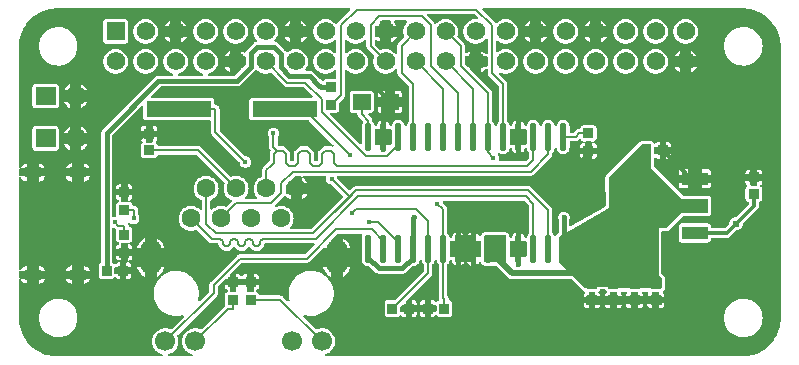
<source format=gbl>
G04 Layer: BottomLayer*
G04 EasyEDA v6.5.40, 2025-01-31 22:11:59*
G04 63179efdc9ef42fbbe513a6e2370b4ab,79498b06e10c4258a2922cdf157d59c5,10*
G04 Gerber Generator version 0.2*
G04 Scale: 100 percent, Rotated: No, Reflected: No *
G04 Dimensions in millimeters *
G04 leading zeros omitted , absolute positions ,4 integer and 5 decimal *
%FSLAX45Y45*%
%MOMM*%

%AMMACRO1*21,1,$1,$2,0,0,$3*%
%ADD10C,0.5000*%
%ADD11C,0.3000*%
%ADD12C,0.2030*%
%ADD13C,0.3810*%
%ADD14C,0.2032*%
%ADD15MACRO1,2.2X3.5X0.0000*%
%ADD16MACRO1,1.1X2.2X-90.0000*%
%ADD17MACRO1,0.8X0.9X-90.0000*%
%ADD18MACRO1,0.8X0.9X0.0000*%
%ADD19MACRO1,0.8X0.9X90.0000*%
%ADD20R,0.8640X0.8065*%
%ADD21MACRO1,0.864X0.8065X0.0000*%
%ADD22MACRO1,1.5X1.3589X0.0000*%
%ADD23MACRO1,5.5X1.4X0.0000*%
%ADD24O,0.5739892X2.3880064*%
%ADD25MACRO1,1.5748X1.5748X0.0000*%
%ADD26C,1.5748*%
%ADD27O,1.6999966X1.0999978000000001*%
%ADD28R,1.7000X1.5748*%
%ADD29C,1.7000*%
%ADD30C,1.6000*%
%ADD31O,1.7999964X2.999994*%
%ADD32C,0.4500*%
%ADD33C,0.6200*%
%ADD34C,0.0181*%

%LPD*%
G36*
X3210610Y-413816D02*
G01*
X3206648Y-412800D01*
X3203397Y-410362D01*
X3196996Y-402996D01*
X3186684Y-394004D01*
X3175304Y-386384D01*
X3163011Y-380339D01*
X3150057Y-375920D01*
X3136646Y-373278D01*
X3122980Y-372364D01*
X3109315Y-373278D01*
X3095904Y-375920D01*
X3084728Y-379730D01*
X3081020Y-380238D01*
X3077362Y-379425D01*
X3074314Y-377291D01*
X3035046Y-338074D01*
X3032861Y-334772D01*
X3032099Y-330860D01*
X3032099Y-304546D01*
X3032810Y-300786D01*
X3034893Y-297535D01*
X3038043Y-295300D01*
X3041802Y-294386D01*
X3045612Y-294944D01*
X3048914Y-296926D01*
X3059277Y-306019D01*
X3070656Y-313588D01*
X3077260Y-316839D01*
X3077260Y-268732D01*
X3042259Y-268732D01*
X3038348Y-267970D01*
X3035046Y-265734D01*
X3032861Y-262432D01*
X3032099Y-258571D01*
X3032099Y-188010D01*
X3032861Y-184150D01*
X3035655Y-180238D01*
X3038957Y-178054D01*
X3042818Y-177292D01*
X3077260Y-177292D01*
X3077260Y-142849D01*
X3078022Y-138938D01*
X3080258Y-135636D01*
X3082391Y-133502D01*
X3085693Y-131318D01*
X3089554Y-130556D01*
X3158540Y-130556D01*
X3162452Y-131318D01*
X3165754Y-133502D01*
X3167938Y-136804D01*
X3168700Y-140716D01*
X3168700Y-177292D01*
X3216859Y-177292D01*
X3213608Y-170688D01*
X3205988Y-159308D01*
X3193745Y-145084D01*
X3192780Y-141173D01*
X3193389Y-137109D01*
X3195574Y-133654D01*
X3198926Y-131368D01*
X3202889Y-130556D01*
X3297072Y-130556D01*
X3301085Y-131368D01*
X3304438Y-133654D01*
X3306572Y-137109D01*
X3307232Y-141173D01*
X3306216Y-145084D01*
X3293973Y-159308D01*
X3286404Y-170688D01*
X3280308Y-182981D01*
X3275939Y-195935D01*
X3273247Y-209346D01*
X3272383Y-223012D01*
X3273247Y-236677D01*
X3275939Y-250088D01*
X3279749Y-261264D01*
X3280257Y-264972D01*
X3279394Y-268630D01*
X3277311Y-271729D01*
X3232150Y-316890D01*
X3227070Y-323189D01*
X3223666Y-329895D01*
X3221685Y-337261D01*
X3221177Y-343154D01*
X3221177Y-403656D01*
X3220364Y-407619D01*
X3218078Y-410972D01*
X3214624Y-413156D01*
G37*

%LPC*%
G36*
X3168700Y-316839D02*
G01*
X3175304Y-313588D01*
X3186684Y-306019D01*
X3196996Y-296976D01*
X3205988Y-286715D01*
X3213608Y-275336D01*
X3216859Y-268732D01*
X3168700Y-268732D01*
G37*

%LPD*%
G36*
X4053992Y-1022756D02*
G01*
X4049674Y-1021791D01*
X4046220Y-1019098D01*
X4044187Y-1015237D01*
X4041749Y-1006246D01*
X4037736Y-997610D01*
X4032300Y-989837D01*
X4029557Y-987044D01*
X4027322Y-983742D01*
X4026560Y-979881D01*
X4026560Y-746150D01*
X4025696Y-738124D01*
X4023410Y-730961D01*
X4019550Y-724357D01*
X4015740Y-719836D01*
X3842258Y-546354D01*
X3840022Y-543052D01*
X3839260Y-539191D01*
X3839260Y-522732D01*
X3822801Y-522732D01*
X3818940Y-521970D01*
X3815638Y-519734D01*
X3797046Y-501192D01*
X3794861Y-497890D01*
X3794099Y-493979D01*
X3794099Y-441451D01*
X3794861Y-437540D01*
X3797046Y-434238D01*
X3800348Y-432054D01*
X3804259Y-431292D01*
X3839260Y-431292D01*
X3839260Y-383133D01*
X3832656Y-386384D01*
X3821277Y-394004D01*
X3810914Y-403098D01*
X3807612Y-405028D01*
X3803802Y-405587D01*
X3800043Y-404723D01*
X3796893Y-402488D01*
X3794810Y-399237D01*
X3794099Y-395427D01*
X3794099Y-350520D01*
X3793236Y-342544D01*
X3790899Y-335381D01*
X3787089Y-328726D01*
X3783228Y-324256D01*
X3730701Y-271678D01*
X3728567Y-268630D01*
X3727754Y-264972D01*
X3728262Y-261264D01*
X3732072Y-250088D01*
X3734714Y-236677D01*
X3735628Y-223012D01*
X3734714Y-209346D01*
X3732072Y-195935D01*
X3727653Y-182981D01*
X3721608Y-170688D01*
X3713987Y-159308D01*
X3704996Y-148996D01*
X3694684Y-140004D01*
X3683304Y-132384D01*
X3671011Y-126339D01*
X3658057Y-121920D01*
X3644646Y-119278D01*
X3630980Y-118364D01*
X3617315Y-119278D01*
X3603904Y-121920D01*
X3590950Y-126339D01*
X3578656Y-132384D01*
X3567277Y-140004D01*
X3557015Y-148996D01*
X3551377Y-155448D01*
X3548329Y-157784D01*
X3544671Y-158851D01*
X3540861Y-158496D01*
X3537458Y-156718D01*
X3534918Y-153822D01*
X3533089Y-150622D01*
X3529228Y-146100D01*
X3474821Y-91694D01*
X3472637Y-88392D01*
X3471875Y-84531D01*
X3472637Y-80619D01*
X3474821Y-77317D01*
X3478123Y-75133D01*
X3482035Y-74371D01*
X3867962Y-74371D01*
X3871823Y-75133D01*
X3875125Y-77317D01*
X3899255Y-101447D01*
X3901541Y-104851D01*
X3902252Y-108864D01*
X3901338Y-112826D01*
X3898950Y-116128D01*
X3895445Y-118262D01*
X3891432Y-118770D01*
X3884980Y-118364D01*
X3871315Y-119278D01*
X3857904Y-121920D01*
X3844950Y-126339D01*
X3832656Y-132384D01*
X3821277Y-140004D01*
X3811015Y-148996D01*
X3801973Y-159308D01*
X3794404Y-170688D01*
X3788308Y-182981D01*
X3783939Y-195935D01*
X3781247Y-209346D01*
X3780383Y-223012D01*
X3781247Y-236677D01*
X3783939Y-250088D01*
X3788308Y-263042D01*
X3794404Y-275336D01*
X3801973Y-286715D01*
X3811015Y-296976D01*
X3821277Y-306019D01*
X3832656Y-313588D01*
X3844950Y-319684D01*
X3857904Y-324053D01*
X3871315Y-326745D01*
X3884980Y-327609D01*
X3898646Y-326745D01*
X3912057Y-324053D01*
X3925011Y-319684D01*
X3937304Y-313588D01*
X3948684Y-306019D01*
X3958996Y-296976D01*
X3968140Y-286562D01*
X3971340Y-284073D01*
X3975303Y-283108D01*
X3979316Y-283768D01*
X3982770Y-285902D01*
X3985107Y-289255D01*
X3985920Y-293268D01*
X3985920Y-406755D01*
X3985107Y-410718D01*
X3982770Y-414070D01*
X3979316Y-416255D01*
X3975303Y-416915D01*
X3971340Y-415899D01*
X3968140Y-413461D01*
X3958996Y-402996D01*
X3948684Y-394004D01*
X3937304Y-386384D01*
X3930700Y-383133D01*
X3930700Y-431292D01*
X3975760Y-431292D01*
X3979621Y-432054D01*
X3982923Y-434238D01*
X3985158Y-437540D01*
X3985920Y-441451D01*
X3985920Y-512572D01*
X3985158Y-516432D01*
X3982923Y-519734D01*
X3979621Y-521970D01*
X3975760Y-522732D01*
X3930700Y-522732D01*
X3930700Y-570839D01*
X3937304Y-567588D01*
X3948684Y-560019D01*
X3958996Y-550976D01*
X3968140Y-540562D01*
X3971340Y-538073D01*
X3975303Y-537108D01*
X3979316Y-537768D01*
X3982770Y-539902D01*
X3985107Y-543255D01*
X3985920Y-547268D01*
X3985920Y-575056D01*
X3986784Y-583031D01*
X3989070Y-590194D01*
X3992930Y-596849D01*
X3996740Y-601319D01*
X4078478Y-683056D01*
X4080662Y-686358D01*
X4081424Y-690219D01*
X4081424Y-979830D01*
X4080662Y-983742D01*
X4078478Y-987044D01*
X4075684Y-989837D01*
X4070248Y-997610D01*
X4066235Y-1006246D01*
X4063796Y-1015237D01*
X4061764Y-1019098D01*
X4058310Y-1021791D01*
G37*

%LPD*%
G36*
X3090976Y-1244244D02*
G01*
X3087065Y-1243431D01*
X3083763Y-1241247D01*
X3081578Y-1237945D01*
X3080816Y-1234084D01*
X3080816Y-1181658D01*
X3039262Y-1181658D01*
X3035350Y-1180896D01*
X3032099Y-1178661D01*
X3029864Y-1175359D01*
X3029102Y-1171498D01*
X3029102Y-1059688D01*
X3029864Y-1055827D01*
X3032099Y-1052525D01*
X3035350Y-1050340D01*
X3039262Y-1049528D01*
X3080816Y-1049528D01*
X3080816Y-974547D01*
X3074212Y-977646D01*
X3066440Y-983081D01*
X3059684Y-989837D01*
X3054248Y-997610D01*
X3050235Y-1006246D01*
X3047796Y-1015237D01*
X3045764Y-1019098D01*
X3042310Y-1021791D01*
X3037992Y-1022756D01*
X3033674Y-1021791D01*
X3030220Y-1019098D01*
X3028188Y-1015237D01*
X3025749Y-1006246D01*
X3021736Y-997610D01*
X3016300Y-989837D01*
X3013557Y-987044D01*
X3011322Y-983742D01*
X3009696Y-970534D01*
X3007410Y-963371D01*
X3003550Y-956767D01*
X2999740Y-952246D01*
X2978658Y-931214D01*
X2976473Y-927912D01*
X2975711Y-924001D01*
X2976473Y-920140D01*
X2978658Y-916838D01*
X2981960Y-914603D01*
X2985871Y-913841D01*
X2994406Y-913841D01*
X3000756Y-913130D01*
X3006191Y-911250D01*
X3011119Y-908151D01*
X3015183Y-904036D01*
X3018282Y-899160D01*
X3020212Y-893673D01*
X3020923Y-887374D01*
X3020923Y-752602D01*
X3020212Y-746302D01*
X3018282Y-740816D01*
X3015183Y-735939D01*
X3011119Y-731824D01*
X3006191Y-728776D01*
X3000756Y-726846D01*
X2994406Y-726135D01*
X2845562Y-726135D01*
X2839262Y-726846D01*
X2833776Y-728776D01*
X2828899Y-731824D01*
X2824784Y-735939D01*
X2821686Y-740816D01*
X2819806Y-746302D01*
X2819095Y-752602D01*
X2819095Y-887374D01*
X2819806Y-893673D01*
X2821686Y-899160D01*
X2824784Y-904036D01*
X2828899Y-908151D01*
X2833776Y-911250D01*
X2839262Y-913130D01*
X2845562Y-913841D01*
X2873806Y-913841D01*
X2877464Y-914501D01*
X2880614Y-916482D01*
X2882900Y-919378D01*
X2883916Y-922934D01*
X2884779Y-931011D01*
X2887116Y-938174D01*
X2890926Y-944778D01*
X2894787Y-949299D01*
X2927756Y-982268D01*
X2929737Y-985164D01*
X2930652Y-988568D01*
X2930347Y-992073D01*
X2928874Y-995273D01*
X2927248Y-997610D01*
X2923235Y-1006246D01*
X2920746Y-1015441D01*
X2919882Y-1025347D01*
X2919882Y-1170178D01*
X2919120Y-1174038D01*
X2916885Y-1177340D01*
X2913634Y-1179525D01*
X2909722Y-1180338D01*
X2905861Y-1179525D01*
X2902559Y-1177340D01*
X2653995Y-928776D01*
X2651760Y-925474D01*
X2650998Y-921613D01*
X2651760Y-917702D01*
X2653995Y-914400D01*
X2657246Y-912215D01*
X2661158Y-911453D01*
X2702509Y-911453D01*
X2708859Y-910742D01*
X2714294Y-908812D01*
X2719222Y-905713D01*
X2723286Y-901649D01*
X2726385Y-896721D01*
X2728264Y-891286D01*
X2728976Y-884936D01*
X2728976Y-831342D01*
X2729788Y-827430D01*
X2731973Y-824128D01*
X2767126Y-788974D01*
X2772206Y-782675D01*
X2775610Y-775970D01*
X2777591Y-768604D01*
X2778099Y-762711D01*
X2778099Y-558546D01*
X2778810Y-554786D01*
X2780893Y-551535D01*
X2784043Y-549300D01*
X2787802Y-548386D01*
X2791612Y-548944D01*
X2794914Y-550926D01*
X2805277Y-560019D01*
X2816656Y-567588D01*
X2828950Y-573684D01*
X2841904Y-578053D01*
X2855315Y-580745D01*
X2868980Y-581609D01*
X2882646Y-580745D01*
X2896057Y-578053D01*
X2909011Y-573684D01*
X2921304Y-567588D01*
X2932684Y-560019D01*
X2942996Y-550976D01*
X2951988Y-540715D01*
X2959608Y-529336D01*
X2965653Y-517042D01*
X2970072Y-504088D01*
X2972714Y-490677D01*
X2973628Y-477012D01*
X2972714Y-463346D01*
X2970072Y-449935D01*
X2965653Y-436981D01*
X2959608Y-424688D01*
X2951988Y-413308D01*
X2942996Y-402996D01*
X2932684Y-394004D01*
X2921304Y-386384D01*
X2909011Y-380339D01*
X2896057Y-375920D01*
X2882646Y-373278D01*
X2868980Y-372364D01*
X2855315Y-373278D01*
X2841904Y-375920D01*
X2828950Y-380339D01*
X2816656Y-386384D01*
X2805277Y-394004D01*
X2794914Y-403098D01*
X2791612Y-405028D01*
X2787802Y-405587D01*
X2784043Y-404723D01*
X2780893Y-402488D01*
X2778810Y-399237D01*
X2778099Y-395427D01*
X2778099Y-304546D01*
X2778810Y-300786D01*
X2780893Y-297535D01*
X2784043Y-295300D01*
X2787802Y-294386D01*
X2791612Y-294944D01*
X2794914Y-296926D01*
X2805277Y-306019D01*
X2816656Y-313588D01*
X2828950Y-319684D01*
X2841904Y-324053D01*
X2855315Y-326745D01*
X2868980Y-327609D01*
X2882646Y-326745D01*
X2896057Y-324053D01*
X2909011Y-319684D01*
X2921304Y-313588D01*
X2932684Y-306019D01*
X2943098Y-296875D01*
X2946450Y-294944D01*
X2950260Y-294335D01*
X2953969Y-295249D01*
X2957118Y-297484D01*
X2959252Y-300736D01*
X2959963Y-304495D01*
X2959963Y-349504D01*
X2960827Y-357479D01*
X2963113Y-364642D01*
X2966974Y-371297D01*
X2970784Y-375767D01*
X3023311Y-428294D01*
X3025394Y-431393D01*
X3026257Y-435000D01*
X3025749Y-438708D01*
X3021939Y-449935D01*
X3019247Y-463346D01*
X3018383Y-477012D01*
X3019247Y-490677D01*
X3021939Y-504088D01*
X3026308Y-517042D01*
X3032404Y-529336D01*
X3039973Y-540715D01*
X3049016Y-550976D01*
X3059277Y-560019D01*
X3070656Y-567588D01*
X3082950Y-573684D01*
X3095904Y-578053D01*
X3109315Y-580745D01*
X3122980Y-581609D01*
X3136646Y-580745D01*
X3150057Y-578053D01*
X3163011Y-573684D01*
X3175304Y-567588D01*
X3186684Y-560019D01*
X3196996Y-550976D01*
X3203397Y-543661D01*
X3206648Y-541172D01*
X3210610Y-540207D01*
X3214624Y-540867D01*
X3218078Y-543001D01*
X3220364Y-546354D01*
X3221177Y-550367D01*
X3221177Y-572058D01*
X3222040Y-580034D01*
X3224377Y-587197D01*
X3228187Y-593852D01*
X3232048Y-598322D01*
X3316478Y-682752D01*
X3318662Y-686054D01*
X3319424Y-689965D01*
X3319424Y-979830D01*
X3318662Y-983742D01*
X3316478Y-987044D01*
X3313684Y-989837D01*
X3308248Y-997610D01*
X3304235Y-1006246D01*
X3301796Y-1015237D01*
X3299764Y-1019098D01*
X3296310Y-1021791D01*
X3291992Y-1022756D01*
X3287674Y-1021791D01*
X3284220Y-1019098D01*
X3282187Y-1015237D01*
X3279749Y-1006246D01*
X3275736Y-997610D01*
X3270300Y-989837D01*
X3263544Y-983081D01*
X3255772Y-977646D01*
X3247136Y-973632D01*
X3237992Y-971143D01*
X3228492Y-970330D01*
X3218992Y-971143D01*
X3209848Y-973632D01*
X3201212Y-977646D01*
X3193440Y-983081D01*
X3186684Y-989837D01*
X3181248Y-997610D01*
X3177235Y-1006246D01*
X3174796Y-1015237D01*
X3172764Y-1019098D01*
X3169310Y-1021791D01*
X3164992Y-1022756D01*
X3160674Y-1021791D01*
X3157220Y-1019098D01*
X3155188Y-1015237D01*
X3152749Y-1006246D01*
X3148736Y-997610D01*
X3143300Y-989837D01*
X3136544Y-983081D01*
X3128772Y-977646D01*
X3122168Y-974547D01*
X3122168Y-1049528D01*
X3163722Y-1049528D01*
X3167634Y-1050340D01*
X3170885Y-1052525D01*
X3173120Y-1055827D01*
X3173882Y-1059688D01*
X3173882Y-1171498D01*
X3173120Y-1175359D01*
X3170885Y-1178661D01*
X3167634Y-1180896D01*
X3163722Y-1181658D01*
X3122168Y-1181658D01*
X3122168Y-1234084D01*
X3121406Y-1237945D01*
X3119221Y-1241247D01*
X3115919Y-1243431D01*
X3112008Y-1244244D01*
G37*

%LPC*%
G36*
X3085541Y-913841D02*
G01*
X3116122Y-913841D01*
X3116122Y-860298D01*
X3059074Y-860298D01*
X3059074Y-887374D01*
X3059785Y-893673D01*
X3061716Y-899160D01*
X3064764Y-904036D01*
X3068878Y-908151D01*
X3073755Y-911250D01*
X3079242Y-913130D01*
G37*
G36*
X3203854Y-913841D02*
G01*
X3234436Y-913841D01*
X3240735Y-913130D01*
X3246221Y-911250D01*
X3251098Y-908151D01*
X3255213Y-904036D01*
X3258261Y-899160D01*
X3260191Y-893673D01*
X3260902Y-887374D01*
X3260902Y-860298D01*
X3203854Y-860298D01*
G37*
G36*
X3203854Y-779678D02*
G01*
X3260902Y-779678D01*
X3260902Y-752602D01*
X3260191Y-746302D01*
X3258261Y-740816D01*
X3255213Y-735939D01*
X3251098Y-731824D01*
X3246221Y-728776D01*
X3240735Y-726846D01*
X3234436Y-726135D01*
X3203854Y-726135D01*
G37*
G36*
X3059074Y-779678D02*
G01*
X3116122Y-779678D01*
X3116122Y-726135D01*
X3085541Y-726135D01*
X3079242Y-726846D01*
X3073755Y-728776D01*
X3068878Y-731824D01*
X3064764Y-735939D01*
X3061716Y-740816D01*
X3059785Y-746302D01*
X3059074Y-752602D01*
G37*

%LPD*%
G36*
X2323896Y-1893824D02*
G01*
X2320086Y-1893112D01*
X2316835Y-1890979D01*
X2314600Y-1887880D01*
X2313736Y-1884121D01*
X2314295Y-1880311D01*
X2316226Y-1876958D01*
X2321509Y-1870964D01*
X2329180Y-1859432D01*
X2335326Y-1847037D01*
X2339797Y-1833880D01*
X2342489Y-1820316D01*
X2343404Y-1806498D01*
X2342489Y-1792681D01*
X2339797Y-1779117D01*
X2335326Y-1765960D01*
X2329180Y-1753565D01*
X2321509Y-1742033D01*
X2312365Y-1731619D01*
X2301951Y-1722475D01*
X2290419Y-1714804D01*
X2278024Y-1708657D01*
X2264918Y-1704238D01*
X2251303Y-1701495D01*
X2237486Y-1700631D01*
X2223668Y-1701495D01*
X2210104Y-1704238D01*
X2201011Y-1707286D01*
X2196541Y-1707743D01*
X2192324Y-1706219D01*
X2189124Y-1703019D01*
X2187651Y-1698802D01*
X2188159Y-1694281D01*
X2190597Y-1690471D01*
X2265172Y-1615897D01*
X2268626Y-1613611D01*
X2272690Y-1612950D01*
X2276703Y-1613916D01*
X2280005Y-1616405D01*
X2289606Y-1627378D01*
X2300020Y-1636522D01*
X2311552Y-1644192D01*
X2318156Y-1647443D01*
X2318156Y-1598828D01*
X2286254Y-1598828D01*
X2282393Y-1598066D01*
X2279091Y-1595882D01*
X2276856Y-1592580D01*
X2276094Y-1588668D01*
X2276094Y-1529181D01*
X2276856Y-1525270D01*
X2279091Y-1521968D01*
X2291943Y-1509115D01*
X2295245Y-1506931D01*
X2299106Y-1506169D01*
X2318156Y-1506169D01*
X2318156Y-1487119D01*
X2318918Y-1483258D01*
X2321102Y-1479956D01*
X2352090Y-1449019D01*
X2355342Y-1446784D01*
X2359253Y-1446022D01*
X2400706Y-1446022D01*
X2404567Y-1446784D01*
X2407869Y-1449019D01*
X2410053Y-1452270D01*
X2410866Y-1456182D01*
X2410866Y-1506169D01*
X2459431Y-1506169D01*
X2456180Y-1499565D01*
X2448509Y-1488033D01*
X2439365Y-1477619D01*
X2428951Y-1468475D01*
X2423160Y-1464614D01*
X2420213Y-1461566D01*
X2418740Y-1457502D01*
X2419096Y-1453235D01*
X2421178Y-1449476D01*
X2424633Y-1446936D01*
X2428798Y-1446022D01*
X2608427Y-1446022D01*
X2612085Y-1446733D01*
X2615285Y-1448663D01*
X2617520Y-1451660D01*
X2618536Y-1455267D01*
X2618181Y-1458976D01*
X2617419Y-1461770D01*
X2616606Y-1470660D01*
X2617419Y-1479499D01*
X2619857Y-1488084D01*
X2623820Y-1496110D01*
X2629204Y-1503222D01*
X2635808Y-1509217D01*
X2643378Y-1513941D01*
X2651709Y-1517142D01*
X2659380Y-1518615D01*
X2662275Y-1519580D01*
X2664714Y-1521409D01*
X2758948Y-1615592D01*
X2761132Y-1618894D01*
X2761894Y-1622806D01*
X2761132Y-1626666D01*
X2758948Y-1629968D01*
X2498039Y-1890826D01*
X2494788Y-1893062D01*
X2490876Y-1893824D01*
G37*

%LPC*%
G36*
X2410866Y-1647443D02*
G01*
X2417419Y-1644192D01*
X2428951Y-1636522D01*
X2439365Y-1627378D01*
X2448509Y-1616964D01*
X2456180Y-1605432D01*
X2459431Y-1598828D01*
X2410866Y-1598828D01*
G37*

%LPD*%
G36*
X343560Y-2974086D02*
G01*
X318312Y-2973120D01*
X294233Y-2970377D01*
X270408Y-2965856D01*
X247040Y-2959557D01*
X224129Y-2951530D01*
X201930Y-2941777D01*
X180543Y-2930448D01*
X160020Y-2917545D01*
X140563Y-2903118D01*
X122224Y-2887268D01*
X105105Y-2870149D01*
X89306Y-2851759D01*
X74930Y-2832252D01*
X62077Y-2811678D01*
X50749Y-2790240D01*
X41097Y-2768041D01*
X33121Y-2745130D01*
X26873Y-2721762D01*
X22402Y-2697937D01*
X19710Y-2673858D01*
X18796Y-2649321D01*
X18796Y-2330450D01*
X19761Y-2326132D01*
X22504Y-2322626D01*
X26466Y-2320594D01*
X30886Y-2320493D01*
X34950Y-2322271D01*
X37947Y-2325725D01*
X44856Y-2334971D01*
X53035Y-2343099D01*
X62280Y-2350058D01*
X72390Y-2355545D01*
X83210Y-2359609D01*
X87172Y-2360472D01*
X87172Y-2315819D01*
X28956Y-2315819D01*
X25095Y-2315057D01*
X21793Y-2312873D01*
X19558Y-2309571D01*
X18796Y-2305659D01*
X18796Y-2258314D01*
X19558Y-2254402D01*
X21793Y-2251100D01*
X25095Y-2248916D01*
X28956Y-2248154D01*
X87172Y-2248154D01*
X87172Y-2203551D01*
X83210Y-2204364D01*
X72390Y-2208428D01*
X62280Y-2213965D01*
X53035Y-2220874D01*
X44856Y-2229002D01*
X37896Y-2238400D01*
X34950Y-2241753D01*
X30886Y-2243531D01*
X26466Y-2243378D01*
X22504Y-2241346D01*
X19761Y-2237841D01*
X18796Y-2233523D01*
X18796Y-1466443D01*
X19761Y-1462125D01*
X22504Y-1458620D01*
X26466Y-1456588D01*
X30886Y-1456486D01*
X34950Y-1458264D01*
X37947Y-1461719D01*
X44856Y-1470964D01*
X53035Y-1479143D01*
X62280Y-1486052D01*
X72390Y-1491589D01*
X83210Y-1495602D01*
X87172Y-1496466D01*
X87172Y-1451864D01*
X28956Y-1451864D01*
X25095Y-1451051D01*
X21793Y-1448866D01*
X19558Y-1445564D01*
X18796Y-1441704D01*
X18796Y-1394307D01*
X19558Y-1390396D01*
X21793Y-1387144D01*
X25095Y-1384909D01*
X28956Y-1384147D01*
X87172Y-1384147D01*
X87172Y-1339545D01*
X83210Y-1340408D01*
X72390Y-1344422D01*
X62280Y-1349959D01*
X53035Y-1356868D01*
X44856Y-1365046D01*
X37896Y-1374394D01*
X34950Y-1377746D01*
X30886Y-1379524D01*
X26466Y-1379372D01*
X22504Y-1377391D01*
X19761Y-1373886D01*
X18796Y-1369517D01*
X18796Y-350672D01*
X19761Y-325424D01*
X22504Y-301345D01*
X27025Y-277520D01*
X33324Y-254101D01*
X41402Y-231241D01*
X51104Y-209042D01*
X62433Y-187655D01*
X75387Y-167132D01*
X89763Y-147675D01*
X105613Y-129285D01*
X122783Y-112166D01*
X141173Y-96418D01*
X160680Y-82042D01*
X181203Y-69189D01*
X202641Y-57861D01*
X224840Y-48209D01*
X247751Y-40233D01*
X271170Y-33985D01*
X294995Y-29514D01*
X319074Y-26822D01*
X343560Y-25908D01*
X2813050Y-25908D01*
X2816961Y-26670D01*
X2820263Y-28905D01*
X2822448Y-32156D01*
X2823210Y-36068D01*
X2822448Y-39979D01*
X2820263Y-43230D01*
X2716885Y-146608D01*
X2711805Y-152857D01*
X2709062Y-156667D01*
X2705608Y-158597D01*
X2701696Y-159054D01*
X2697886Y-158038D01*
X2694787Y-155651D01*
X2688996Y-148996D01*
X2678684Y-140004D01*
X2667304Y-132384D01*
X2655011Y-126339D01*
X2642057Y-121920D01*
X2628646Y-119278D01*
X2614980Y-118364D01*
X2601315Y-119278D01*
X2587904Y-121920D01*
X2574950Y-126339D01*
X2562656Y-132384D01*
X2551277Y-140004D01*
X2541016Y-148996D01*
X2531973Y-159308D01*
X2524404Y-170688D01*
X2518308Y-182981D01*
X2513939Y-195935D01*
X2511247Y-209346D01*
X2510383Y-223012D01*
X2511247Y-236677D01*
X2513939Y-250088D01*
X2518308Y-263042D01*
X2524404Y-275336D01*
X2531973Y-286715D01*
X2541016Y-296976D01*
X2551277Y-306019D01*
X2562656Y-313588D01*
X2574950Y-319684D01*
X2587904Y-324053D01*
X2601315Y-326745D01*
X2614980Y-327609D01*
X2628646Y-326745D01*
X2642057Y-324053D01*
X2655011Y-319684D01*
X2667304Y-313588D01*
X2678684Y-306019D01*
X2689098Y-296875D01*
X2692450Y-294944D01*
X2696260Y-294335D01*
X2699969Y-295249D01*
X2703118Y-297484D01*
X2705252Y-300736D01*
X2705963Y-304495D01*
X2705963Y-395478D01*
X2705252Y-399288D01*
X2703118Y-402539D01*
X2699969Y-404723D01*
X2696260Y-405638D01*
X2692450Y-405079D01*
X2689098Y-403148D01*
X2678684Y-394004D01*
X2667304Y-386384D01*
X2655011Y-380339D01*
X2642057Y-375920D01*
X2628646Y-373278D01*
X2614980Y-372364D01*
X2601315Y-373278D01*
X2587904Y-375920D01*
X2574950Y-380339D01*
X2562656Y-386384D01*
X2551277Y-394004D01*
X2541016Y-402996D01*
X2531973Y-413308D01*
X2524404Y-424688D01*
X2518308Y-436981D01*
X2513939Y-449935D01*
X2511247Y-463346D01*
X2510383Y-477012D01*
X2511247Y-490677D01*
X2513939Y-504088D01*
X2518308Y-517042D01*
X2524404Y-529336D01*
X2531973Y-540715D01*
X2541016Y-550976D01*
X2551277Y-560019D01*
X2562656Y-567588D01*
X2574950Y-573684D01*
X2587904Y-578053D01*
X2601315Y-580745D01*
X2614980Y-581609D01*
X2628646Y-580745D01*
X2642057Y-578053D01*
X2655011Y-573684D01*
X2667304Y-567588D01*
X2678684Y-560019D01*
X2689098Y-550875D01*
X2692450Y-548944D01*
X2696260Y-548335D01*
X2699969Y-549249D01*
X2703118Y-551484D01*
X2705252Y-554736D01*
X2705963Y-558495D01*
X2705963Y-618134D01*
X2705201Y-622046D01*
X2702966Y-625348D01*
X2699664Y-627532D01*
X2695803Y-628294D01*
X2617266Y-628294D01*
X2610916Y-629005D01*
X2605481Y-630936D01*
X2600553Y-634034D01*
X2597251Y-637336D01*
X2594051Y-639521D01*
X2590292Y-640334D01*
X2586482Y-639673D01*
X2583230Y-637692D01*
X2581910Y-636473D01*
X2570683Y-629462D01*
X2508605Y-567436D01*
X2501747Y-562203D01*
X2494330Y-558546D01*
X2486355Y-556260D01*
X2477617Y-555447D01*
X2453132Y-555447D01*
X2448915Y-554532D01*
X2445410Y-551891D01*
X2443378Y-548030D01*
X2443124Y-543712D01*
X2444699Y-539648D01*
X2451608Y-529336D01*
X2457653Y-517042D01*
X2462072Y-504088D01*
X2464714Y-490677D01*
X2465628Y-477012D01*
X2464714Y-463346D01*
X2462072Y-449935D01*
X2457653Y-436981D01*
X2451608Y-424688D01*
X2443988Y-413308D01*
X2434996Y-402996D01*
X2424684Y-394004D01*
X2413304Y-386384D01*
X2401011Y-380339D01*
X2388057Y-375920D01*
X2374646Y-373278D01*
X2360980Y-372364D01*
X2347315Y-373278D01*
X2333904Y-375920D01*
X2320950Y-380339D01*
X2308656Y-386384D01*
X2297277Y-394004D01*
X2291994Y-398678D01*
X2288540Y-400659D01*
X2284577Y-401167D01*
X2280767Y-400151D01*
X2277618Y-397713D01*
X2275636Y-394258D01*
X2275128Y-392633D01*
X2271064Y-385419D01*
X2265476Y-378663D01*
X2207361Y-320649D01*
X2200503Y-315417D01*
X2193086Y-311759D01*
X2188464Y-310438D01*
X2184857Y-308559D01*
X2182266Y-305409D01*
X2181148Y-301548D01*
X2181606Y-297484D01*
X2183638Y-293979D01*
X2189988Y-286715D01*
X2197608Y-275336D01*
X2203653Y-263042D01*
X2208072Y-250088D01*
X2210714Y-236677D01*
X2211628Y-223012D01*
X2210714Y-209346D01*
X2208072Y-195935D01*
X2203653Y-182981D01*
X2197608Y-170688D01*
X2189988Y-159308D01*
X2180996Y-148996D01*
X2170684Y-140004D01*
X2159304Y-132384D01*
X2147011Y-126339D01*
X2134057Y-121920D01*
X2120646Y-119278D01*
X2106980Y-118364D01*
X2093315Y-119278D01*
X2079904Y-121920D01*
X2066950Y-126339D01*
X2054656Y-132384D01*
X2043277Y-140004D01*
X2033016Y-148996D01*
X2023973Y-159308D01*
X2016404Y-170688D01*
X2010308Y-182981D01*
X2005939Y-195935D01*
X2003247Y-209346D01*
X2002383Y-223012D01*
X2003247Y-236677D01*
X2005939Y-250088D01*
X2010308Y-263042D01*
X2016404Y-275336D01*
X2023973Y-286715D01*
X2030323Y-293878D01*
X2032304Y-297332D01*
X2032812Y-301294D01*
X2031796Y-305104D01*
X2029358Y-308254D01*
X2025904Y-310235D01*
X2019046Y-312521D01*
X2011832Y-316585D01*
X2005075Y-322173D01*
X1950669Y-376631D01*
X1945436Y-383540D01*
X1941728Y-390956D01*
X1940458Y-395528D01*
X1938578Y-399135D01*
X1935429Y-401726D01*
X1931517Y-402894D01*
X1927504Y-402386D01*
X1923999Y-400405D01*
X1916684Y-394004D01*
X1905304Y-386384D01*
X1898700Y-383133D01*
X1898700Y-431292D01*
X1928520Y-431292D01*
X1932381Y-432054D01*
X1935683Y-434238D01*
X1937918Y-437540D01*
X1938680Y-441451D01*
X1938680Y-498906D01*
X1937918Y-502767D01*
X1935683Y-506069D01*
X1922018Y-519734D01*
X1918716Y-521970D01*
X1914855Y-522732D01*
X1898700Y-522732D01*
X1898700Y-538835D01*
X1897938Y-542747D01*
X1895754Y-546049D01*
X1846986Y-594766D01*
X1843684Y-596950D01*
X1839823Y-597763D01*
X1629664Y-597763D01*
X1625650Y-596950D01*
X1622348Y-594614D01*
X1620164Y-591210D01*
X1619504Y-587197D01*
X1620469Y-583234D01*
X1622856Y-579983D01*
X1626362Y-577951D01*
X1639011Y-573684D01*
X1651304Y-567588D01*
X1662684Y-560019D01*
X1672996Y-550976D01*
X1681988Y-540715D01*
X1689607Y-529336D01*
X1695653Y-517042D01*
X1700072Y-504088D01*
X1702714Y-490677D01*
X1703628Y-477012D01*
X1702714Y-463346D01*
X1700072Y-449935D01*
X1695653Y-436981D01*
X1689607Y-424688D01*
X1681988Y-413308D01*
X1672996Y-402996D01*
X1662684Y-394004D01*
X1651304Y-386384D01*
X1639011Y-380339D01*
X1626057Y-375920D01*
X1612646Y-373278D01*
X1598980Y-372364D01*
X1585315Y-373278D01*
X1571904Y-375920D01*
X1558950Y-380339D01*
X1546656Y-386384D01*
X1535277Y-394004D01*
X1525016Y-402996D01*
X1515973Y-413308D01*
X1508404Y-424688D01*
X1502308Y-436981D01*
X1497939Y-449935D01*
X1495247Y-463346D01*
X1494383Y-477012D01*
X1495247Y-490677D01*
X1497939Y-504088D01*
X1502308Y-517042D01*
X1508404Y-529336D01*
X1515973Y-540715D01*
X1525016Y-550976D01*
X1535277Y-560019D01*
X1546656Y-567588D01*
X1558950Y-573684D01*
X1571599Y-577951D01*
X1575104Y-579983D01*
X1577543Y-583234D01*
X1578508Y-587197D01*
X1577848Y-591210D01*
X1575663Y-594614D01*
X1572310Y-596950D01*
X1568348Y-597763D01*
X1375664Y-597763D01*
X1371650Y-596950D01*
X1368348Y-594614D01*
X1366164Y-591210D01*
X1365504Y-587197D01*
X1366469Y-583234D01*
X1368856Y-579983D01*
X1372362Y-577951D01*
X1385011Y-573684D01*
X1397304Y-567588D01*
X1408684Y-560019D01*
X1418996Y-550976D01*
X1427988Y-540715D01*
X1435608Y-529336D01*
X1441653Y-517042D01*
X1446072Y-504088D01*
X1448714Y-490677D01*
X1449628Y-477012D01*
X1448714Y-463346D01*
X1446072Y-449935D01*
X1441653Y-436981D01*
X1435608Y-424688D01*
X1427988Y-413308D01*
X1418996Y-402996D01*
X1408684Y-394004D01*
X1397304Y-386384D01*
X1385011Y-380339D01*
X1372057Y-375920D01*
X1358646Y-373278D01*
X1344980Y-372364D01*
X1331315Y-373278D01*
X1317904Y-375920D01*
X1304950Y-380339D01*
X1292656Y-386384D01*
X1281277Y-394004D01*
X1271016Y-402996D01*
X1261973Y-413308D01*
X1254404Y-424688D01*
X1248308Y-436981D01*
X1243939Y-449935D01*
X1241247Y-463346D01*
X1240383Y-477012D01*
X1241247Y-490677D01*
X1243939Y-504088D01*
X1248308Y-517042D01*
X1254404Y-529336D01*
X1261973Y-540715D01*
X1271016Y-550976D01*
X1281277Y-560019D01*
X1292656Y-567588D01*
X1304950Y-573684D01*
X1317599Y-577951D01*
X1321104Y-579983D01*
X1323543Y-583234D01*
X1324508Y-587197D01*
X1323848Y-591210D01*
X1321663Y-594614D01*
X1318310Y-596950D01*
X1314348Y-597763D01*
X1197203Y-597763D01*
X1188618Y-598982D01*
X1180795Y-601624D01*
X1173530Y-605637D01*
X1166774Y-611225D01*
X727100Y-1051001D01*
X721918Y-1057910D01*
X718210Y-1065326D01*
X715924Y-1073302D01*
X715111Y-1081989D01*
X715111Y-2172258D01*
X714552Y-2175662D01*
X712825Y-2178659D01*
X710234Y-2180945D01*
X703935Y-2184755D01*
X699871Y-2188819D01*
X696772Y-2193696D01*
X694893Y-2199182D01*
X694182Y-2205482D01*
X694182Y-2294382D01*
X694893Y-2300681D01*
X696772Y-2306167D01*
X699871Y-2311044D01*
X703986Y-2315159D01*
X708863Y-2318207D01*
X714349Y-2320137D01*
X720648Y-2320848D01*
X799490Y-2320848D01*
X805840Y-2320137D01*
X811276Y-2318207D01*
X816203Y-2315159D01*
X820267Y-2311044D01*
X821486Y-2309164D01*
X824280Y-2306218D01*
X828040Y-2304592D01*
X832103Y-2304592D01*
X835863Y-2306218D01*
X838657Y-2309164D01*
X839876Y-2311044D01*
X843940Y-2315159D01*
X848868Y-2318207D01*
X854303Y-2320137D01*
X860653Y-2320848D01*
X873709Y-2320848D01*
X873709Y-2278786D01*
X836168Y-2278786D01*
X832256Y-2278024D01*
X828954Y-2275789D01*
X826769Y-2272487D01*
X826008Y-2268626D01*
X826008Y-2231237D01*
X826769Y-2227376D01*
X828954Y-2224074D01*
X832256Y-2221839D01*
X836168Y-2221077D01*
X873709Y-2221077D01*
X873709Y-2168855D01*
X874318Y-2165400D01*
X876096Y-2162302D01*
X878789Y-2160066D01*
X882142Y-2158847D01*
X882142Y-2121916D01*
X840994Y-2121916D01*
X840994Y-2135124D01*
X841705Y-2141474D01*
X843584Y-2146909D01*
X846683Y-2151837D01*
X850747Y-2155901D01*
X855675Y-2159000D01*
X858164Y-2159863D01*
X861517Y-2161844D01*
X863904Y-2164892D01*
X864920Y-2168652D01*
X864514Y-2172512D01*
X862634Y-2175916D01*
X859637Y-2178405D01*
X854303Y-2179726D01*
X848868Y-2181656D01*
X843940Y-2184704D01*
X839876Y-2188819D01*
X838657Y-2190699D01*
X835863Y-2193645D01*
X832103Y-2195271D01*
X828040Y-2195271D01*
X824280Y-2193645D01*
X821486Y-2190699D01*
X820267Y-2188819D01*
X816254Y-2184755D01*
X809904Y-2180945D01*
X807313Y-2178659D01*
X805637Y-2175662D01*
X805027Y-2172258D01*
X805027Y-1897583D01*
X805992Y-1893265D01*
X808685Y-1889760D01*
X812647Y-1887728D01*
X817067Y-1887575D01*
X824077Y-1888896D01*
X826973Y-1889912D01*
X829411Y-1891690D01*
X831697Y-1894027D01*
X837336Y-1898650D01*
X840028Y-1902155D01*
X840994Y-1906473D01*
X840994Y-1984502D01*
X841705Y-1990801D01*
X843584Y-1996287D01*
X846683Y-2001164D01*
X850747Y-2005279D01*
X855675Y-2008327D01*
X861720Y-2010460D01*
X865276Y-2012594D01*
X867714Y-2015998D01*
X868527Y-2020062D01*
X867714Y-2024125D01*
X865276Y-2027529D01*
X861720Y-2029663D01*
X855675Y-2031796D01*
X850747Y-2034844D01*
X846683Y-2038959D01*
X843584Y-2043836D01*
X841705Y-2049322D01*
X840994Y-2055622D01*
X840994Y-2068880D01*
X882142Y-2068880D01*
X882142Y-2021128D01*
X882903Y-2017217D01*
X885088Y-2013966D01*
X888390Y-2011730D01*
X892302Y-2010968D01*
X927862Y-2010968D01*
X931773Y-2011730D01*
X935075Y-2013966D01*
X937260Y-2017217D01*
X938021Y-2021128D01*
X938021Y-2068880D01*
X979169Y-2068880D01*
X979169Y-2055622D01*
X978458Y-2049322D01*
X976579Y-2043836D01*
X973480Y-2038959D01*
X969416Y-2034844D01*
X964488Y-2031796D01*
X958443Y-2029663D01*
X954887Y-2027529D01*
X952449Y-2024125D01*
X951636Y-2020062D01*
X952449Y-2015998D01*
X954887Y-2012594D01*
X958443Y-2010460D01*
X964488Y-2008327D01*
X969416Y-2005279D01*
X973480Y-2001164D01*
X976579Y-1996287D01*
X978458Y-1990801D01*
X979169Y-1984502D01*
X979169Y-1905000D01*
X978458Y-1898650D01*
X976579Y-1893214D01*
X973480Y-1888286D01*
X969416Y-1884222D01*
X964488Y-1881124D01*
X959053Y-1879193D01*
X955141Y-1878787D01*
X951737Y-1877771D01*
X948893Y-1875637D01*
X946962Y-1872691D01*
X946150Y-1869186D01*
X945946Y-1865071D01*
X945387Y-1861413D01*
X943965Y-1856486D01*
X943660Y-1852168D01*
X945184Y-1848104D01*
X948283Y-1845056D01*
X952347Y-1843582D01*
X956614Y-1843938D01*
X960424Y-1846021D01*
X967994Y-1850745D01*
X976325Y-1853946D01*
X985113Y-1855622D01*
X994054Y-1855622D01*
X1002792Y-1853946D01*
X1011123Y-1850745D01*
X1018743Y-1846021D01*
X1025296Y-1840026D01*
X1030681Y-1832914D01*
X1034694Y-1824888D01*
X1037132Y-1816303D01*
X1037945Y-1807464D01*
X1037132Y-1798574D01*
X1034694Y-1789988D01*
X1030681Y-1781962D01*
X1026972Y-1777085D01*
X1025448Y-1774189D01*
X1024940Y-1770938D01*
X1024940Y-1735480D01*
X1024737Y-1731467D01*
X1024128Y-1727707D01*
X1023162Y-1724101D01*
X1021791Y-1720545D01*
X1020114Y-1717192D01*
X1018032Y-1714042D01*
X1015695Y-1711096D01*
X1013002Y-1708454D01*
X1010056Y-1706067D01*
X1006906Y-1704035D01*
X1003553Y-1702307D01*
X1000048Y-1700936D01*
X996391Y-1699971D01*
X992632Y-1699361D01*
X988364Y-1699158D01*
X984097Y-1697989D01*
X980744Y-1695094D01*
X978916Y-1691030D01*
X976579Y-1683664D01*
X973480Y-1678787D01*
X969416Y-1674672D01*
X964488Y-1671624D01*
X958443Y-1669491D01*
X954887Y-1667357D01*
X952449Y-1663954D01*
X951636Y-1659889D01*
X952449Y-1655825D01*
X954887Y-1652422D01*
X958443Y-1650288D01*
X964488Y-1648155D01*
X969416Y-1645107D01*
X973480Y-1640992D01*
X976579Y-1636115D01*
X978458Y-1630629D01*
X979169Y-1624330D01*
X979169Y-1611071D01*
X938021Y-1611071D01*
X938021Y-1658823D01*
X937260Y-1662734D01*
X935075Y-1665986D01*
X931773Y-1668221D01*
X927862Y-1668983D01*
X892302Y-1668983D01*
X888390Y-1668221D01*
X885088Y-1665986D01*
X882903Y-1662734D01*
X882142Y-1658823D01*
X882142Y-1611071D01*
X840994Y-1611071D01*
X840994Y-1624330D01*
X841705Y-1630629D01*
X843584Y-1636115D01*
X846683Y-1640992D01*
X850747Y-1645107D01*
X855675Y-1648155D01*
X861720Y-1650288D01*
X865276Y-1652422D01*
X867714Y-1655825D01*
X868527Y-1659889D01*
X867714Y-1663954D01*
X865276Y-1667357D01*
X861720Y-1669491D01*
X855675Y-1671624D01*
X850747Y-1674672D01*
X846683Y-1678787D01*
X843584Y-1683664D01*
X841705Y-1689150D01*
X840994Y-1695450D01*
X840994Y-1774952D01*
X841705Y-1781505D01*
X841298Y-1785721D01*
X839165Y-1789379D01*
X835761Y-1791919D01*
X831596Y-1792782D01*
X825195Y-1792782D01*
X817067Y-1794306D01*
X812647Y-1794154D01*
X808685Y-1792122D01*
X805992Y-1788617D01*
X805027Y-1784299D01*
X805027Y-1104341D01*
X805789Y-1100480D01*
X808024Y-1097178D01*
X1051763Y-853440D01*
X1055065Y-851255D01*
X1058926Y-850442D01*
X1062837Y-851255D01*
X1066139Y-853440D01*
X1068324Y-856742D01*
X1069086Y-860602D01*
X1069086Y-949452D01*
X1069797Y-955751D01*
X1071727Y-961186D01*
X1074826Y-966114D01*
X1078890Y-970178D01*
X1083818Y-973277D01*
X1089253Y-975207D01*
X1095603Y-975918D01*
X1634388Y-975918D01*
X1638249Y-976680D01*
X1641551Y-978865D01*
X1643786Y-982167D01*
X1644548Y-986078D01*
X1644548Y-1074420D01*
X1645412Y-1082446D01*
X1647698Y-1089609D01*
X1651558Y-1096213D01*
X1655368Y-1100734D01*
X1883918Y-1329283D01*
X1885950Y-1332128D01*
X1886864Y-1335532D01*
X1887067Y-1337868D01*
X1889506Y-1346454D01*
X1893519Y-1354429D01*
X1898904Y-1361541D01*
X1905457Y-1367586D01*
X1913077Y-1372260D01*
X1921408Y-1375511D01*
X1930146Y-1377137D01*
X1939086Y-1377137D01*
X1947875Y-1375511D01*
X1956206Y-1372260D01*
X1963775Y-1367586D01*
X1970379Y-1361541D01*
X1975764Y-1354429D01*
X1979726Y-1346454D01*
X1982165Y-1337868D01*
X1982978Y-1328978D01*
X1982165Y-1320088D01*
X1979726Y-1311503D01*
X1975764Y-1303528D01*
X1970379Y-1296416D01*
X1963775Y-1290370D01*
X1956206Y-1285697D01*
X1947875Y-1282446D01*
X1940204Y-1281023D01*
X1937308Y-1280007D01*
X1934870Y-1278229D01*
X1719630Y-1062990D01*
X1717446Y-1059688D01*
X1716684Y-1055827D01*
X1716684Y-880262D01*
X1716430Y-876249D01*
X1715871Y-872490D01*
X1714906Y-868883D01*
X1713534Y-865327D01*
X1711807Y-861974D01*
X1709775Y-858824D01*
X1707388Y-855878D01*
X1704746Y-853236D01*
X1701800Y-850849D01*
X1698650Y-848817D01*
X1695246Y-847090D01*
X1691741Y-845718D01*
X1688084Y-844753D01*
X1684375Y-844143D01*
X1680616Y-843991D01*
X1676857Y-843076D01*
X1673707Y-840841D01*
X1671624Y-837641D01*
X1670913Y-833831D01*
X1670913Y-810564D01*
X1670202Y-804265D01*
X1668272Y-798779D01*
X1665224Y-793902D01*
X1661109Y-789787D01*
X1656232Y-786688D01*
X1650746Y-784809D01*
X1644446Y-784098D01*
X1145641Y-784098D01*
X1141730Y-783336D01*
X1138428Y-781100D01*
X1136243Y-777798D01*
X1135481Y-773938D01*
X1136243Y-770026D01*
X1138428Y-766724D01*
X1214577Y-690626D01*
X1217879Y-688441D01*
X1221740Y-687679D01*
X1864360Y-687628D01*
X1872945Y-686409D01*
X1880768Y-683768D01*
X1888032Y-679754D01*
X1894789Y-674166D01*
X2015185Y-553770D01*
X2017674Y-550926D01*
X2021078Y-548335D01*
X2025294Y-547420D01*
X2029510Y-548335D01*
X2033016Y-550976D01*
X2043277Y-560019D01*
X2054656Y-567588D01*
X2066950Y-573684D01*
X2079904Y-578053D01*
X2093315Y-580745D01*
X2106980Y-581609D01*
X2120646Y-580745D01*
X2134057Y-578053D01*
X2145284Y-574243D01*
X2148992Y-573735D01*
X2152599Y-574598D01*
X2155698Y-576681D01*
X2260193Y-681177D01*
X2266442Y-686257D01*
X2273147Y-689660D01*
X2280564Y-691642D01*
X2286457Y-692099D01*
X2422448Y-692099D01*
X2426309Y-692912D01*
X2429611Y-695096D01*
X2501290Y-766724D01*
X2503474Y-770026D01*
X2504236Y-773938D01*
X2503474Y-777798D01*
X2501290Y-781100D01*
X2497988Y-783336D01*
X2494076Y-784098D01*
X1995576Y-784098D01*
X1989277Y-784809D01*
X1983790Y-786688D01*
X1978914Y-789787D01*
X1974799Y-793902D01*
X1971700Y-798779D01*
X1969820Y-804265D01*
X1969109Y-810564D01*
X1969109Y-949452D01*
X1969820Y-955751D01*
X1971700Y-961186D01*
X1974799Y-966114D01*
X1978914Y-970178D01*
X1983790Y-973277D01*
X1989277Y-975207D01*
X1995576Y-975918D01*
X2470251Y-975918D01*
X2474163Y-976680D01*
X2477465Y-978865D01*
X2680157Y-1181557D01*
X2682494Y-1185265D01*
X2683052Y-1189634D01*
X2681732Y-1193850D01*
X2678785Y-1197051D01*
X2674721Y-1198778D01*
X2670302Y-1198575D01*
X2665628Y-1197305D01*
X2659735Y-1196848D01*
X2609850Y-1196848D01*
X2601874Y-1197711D01*
X2594711Y-1199997D01*
X2588056Y-1203858D01*
X2583535Y-1207719D01*
X2558796Y-1232458D01*
X2553716Y-1238707D01*
X2550312Y-1245412D01*
X2548331Y-1252829D01*
X2547874Y-1258722D01*
X2547874Y-1313688D01*
X2547112Y-1317599D01*
X2544876Y-1320850D01*
X2541625Y-1323086D01*
X2537714Y-1323848D01*
X2528570Y-1323848D01*
X2524709Y-1323086D01*
X2521407Y-1320850D01*
X2519172Y-1317599D01*
X2518410Y-1313688D01*
X2518410Y-1258824D01*
X2517546Y-1250848D01*
X2515260Y-1243685D01*
X2511399Y-1237030D01*
X2507538Y-1232509D01*
X2482799Y-1207770D01*
X2476550Y-1202690D01*
X2469845Y-1199286D01*
X2462428Y-1197305D01*
X2456535Y-1196848D01*
X2406650Y-1196848D01*
X2398674Y-1197711D01*
X2391511Y-1199997D01*
X2384856Y-1203858D01*
X2380335Y-1207719D01*
X2355596Y-1232458D01*
X2350516Y-1238707D01*
X2347112Y-1245412D01*
X2345131Y-1252829D01*
X2344674Y-1258722D01*
X2344674Y-1313688D01*
X2343912Y-1317599D01*
X2341676Y-1320850D01*
X2338425Y-1323086D01*
X2334514Y-1323848D01*
X2325370Y-1323848D01*
X2321509Y-1323086D01*
X2318207Y-1320850D01*
X2315972Y-1317599D01*
X2315210Y-1313688D01*
X2315210Y-1258824D01*
X2314346Y-1250848D01*
X2312060Y-1243685D01*
X2308199Y-1237030D01*
X2304338Y-1232509D01*
X2279599Y-1207770D01*
X2273350Y-1202690D01*
X2266645Y-1199286D01*
X2259228Y-1197305D01*
X2253335Y-1196848D01*
X2222093Y-1196848D01*
X2218182Y-1196086D01*
X2214880Y-1193850D01*
X2211578Y-1190548D01*
X2209393Y-1187246D01*
X2208631Y-1183386D01*
X2208631Y-1120241D01*
X2209139Y-1117041D01*
X2210663Y-1114145D01*
X2213660Y-1110132D01*
X2217674Y-1102156D01*
X2220112Y-1093571D01*
X2220925Y-1084681D01*
X2220112Y-1075791D01*
X2217674Y-1067206D01*
X2213660Y-1059230D01*
X2208276Y-1052118D01*
X2201722Y-1046073D01*
X2194102Y-1041400D01*
X2185771Y-1038148D01*
X2177034Y-1036523D01*
X2168093Y-1036523D01*
X2159304Y-1038148D01*
X2150973Y-1041400D01*
X2143404Y-1046073D01*
X2136800Y-1052118D01*
X2131415Y-1059230D01*
X2127453Y-1067206D01*
X2125014Y-1075791D01*
X2124202Y-1084681D01*
X2125014Y-1093571D01*
X2127453Y-1102156D01*
X2131415Y-1110132D01*
X2134463Y-1114145D01*
X2135987Y-1117041D01*
X2136495Y-1120241D01*
X2136495Y-1201978D01*
X2137359Y-1210005D01*
X2139696Y-1217269D01*
X2142286Y-1221994D01*
X2146452Y-1227175D01*
X2148281Y-1230579D01*
X2148687Y-1234440D01*
X2147620Y-1238199D01*
X2143912Y-1245412D01*
X2141931Y-1252829D01*
X2141474Y-1258722D01*
X2141474Y-1315364D01*
X2140712Y-1319276D01*
X2138476Y-1322527D01*
X2126843Y-1334160D01*
X2085949Y-1373073D01*
X2081377Y-1378305D01*
X2077567Y-1384909D01*
X2075281Y-1392072D01*
X2074418Y-1400048D01*
X2074418Y-1446174D01*
X2073706Y-1449832D01*
X2071725Y-1453032D01*
X2068728Y-1455267D01*
X2057552Y-1460804D01*
X2046020Y-1468475D01*
X2035606Y-1477619D01*
X2026513Y-1488033D01*
X2018792Y-1499565D01*
X2012645Y-1511960D01*
X2008225Y-1525117D01*
X2005533Y-1538681D01*
X2004618Y-1552498D01*
X2005533Y-1566316D01*
X2008225Y-1579880D01*
X2012645Y-1593037D01*
X2018792Y-1605432D01*
X2026513Y-1616964D01*
X2035302Y-1627022D01*
X2037283Y-1630375D01*
X2037842Y-1634185D01*
X2036927Y-1637944D01*
X2034692Y-1641043D01*
X2031492Y-1643176D01*
X2027682Y-1643888D01*
X1939289Y-1643888D01*
X1935530Y-1643176D01*
X1932279Y-1641043D01*
X1930044Y-1637944D01*
X1929180Y-1634185D01*
X1929739Y-1630375D01*
X1931670Y-1627022D01*
X1940509Y-1616964D01*
X1948180Y-1605432D01*
X1954326Y-1593037D01*
X1958797Y-1579880D01*
X1961489Y-1566316D01*
X1962404Y-1552498D01*
X1961489Y-1538681D01*
X1958797Y-1525117D01*
X1954326Y-1511960D01*
X1948180Y-1499565D01*
X1940509Y-1488033D01*
X1931365Y-1477619D01*
X1920951Y-1468475D01*
X1909419Y-1460804D01*
X1897024Y-1454658D01*
X1883918Y-1450238D01*
X1870303Y-1447495D01*
X1856486Y-1446631D01*
X1842668Y-1447495D01*
X1829104Y-1450238D01*
X1817268Y-1454251D01*
X1813560Y-1454759D01*
X1809902Y-1453896D01*
X1806803Y-1451813D01*
X1559915Y-1204925D01*
X1553616Y-1199845D01*
X1546910Y-1196390D01*
X1539544Y-1194409D01*
X1533601Y-1193952D01*
X1200251Y-1193952D01*
X1196644Y-1193292D01*
X1193495Y-1191361D01*
X1191209Y-1188466D01*
X1190091Y-1184249D01*
X1188161Y-1178814D01*
X1185113Y-1173886D01*
X1180998Y-1169822D01*
X1179118Y-1168603D01*
X1176172Y-1165809D01*
X1174546Y-1162050D01*
X1174546Y-1157986D01*
X1176172Y-1154226D01*
X1179118Y-1151432D01*
X1180998Y-1150213D01*
X1185113Y-1146149D01*
X1188161Y-1141222D01*
X1190091Y-1135786D01*
X1190802Y-1129436D01*
X1190802Y-1116380D01*
X1148740Y-1116380D01*
X1148740Y-1153922D01*
X1147978Y-1157833D01*
X1145743Y-1161135D01*
X1142441Y-1163320D01*
X1138580Y-1164082D01*
X1101191Y-1164082D01*
X1097330Y-1163320D01*
X1094028Y-1161135D01*
X1091793Y-1157833D01*
X1091031Y-1153922D01*
X1091031Y-1116380D01*
X1048969Y-1116380D01*
X1048969Y-1129436D01*
X1049680Y-1135786D01*
X1051610Y-1141222D01*
X1054658Y-1146149D01*
X1058773Y-1150213D01*
X1060653Y-1151432D01*
X1063599Y-1154226D01*
X1065225Y-1157986D01*
X1065225Y-1162050D01*
X1063599Y-1165809D01*
X1060653Y-1168603D01*
X1058773Y-1169822D01*
X1054658Y-1173886D01*
X1051610Y-1178814D01*
X1049680Y-1184249D01*
X1048969Y-1190599D01*
X1048969Y-1269441D01*
X1049680Y-1275740D01*
X1051610Y-1281226D01*
X1054658Y-1286103D01*
X1058773Y-1290218D01*
X1063650Y-1293317D01*
X1069136Y-1295196D01*
X1075436Y-1295908D01*
X1164336Y-1295908D01*
X1170635Y-1295196D01*
X1176121Y-1293317D01*
X1180998Y-1290218D01*
X1185113Y-1286103D01*
X1188161Y-1281226D01*
X1191209Y-1271574D01*
X1193495Y-1268679D01*
X1196644Y-1266748D01*
X1200251Y-1266088D01*
X1514856Y-1266088D01*
X1518767Y-1266850D01*
X1522069Y-1269034D01*
X1755800Y-1502816D01*
X1757934Y-1505864D01*
X1758746Y-1509522D01*
X1758238Y-1513230D01*
X1754225Y-1525117D01*
X1751533Y-1538681D01*
X1750618Y-1552498D01*
X1751533Y-1566316D01*
X1754225Y-1579880D01*
X1758645Y-1593037D01*
X1764792Y-1605432D01*
X1772513Y-1616964D01*
X1781606Y-1627378D01*
X1792020Y-1636522D01*
X1803552Y-1644192D01*
X1815744Y-1650187D01*
X1818792Y-1652524D01*
X1820773Y-1655825D01*
X1821383Y-1659585D01*
X1820570Y-1663344D01*
X1818436Y-1666493D01*
X1779117Y-1705762D01*
X1776069Y-1707896D01*
X1772412Y-1708759D01*
X1768703Y-1708200D01*
X1756918Y-1704238D01*
X1743303Y-1701495D01*
X1729486Y-1700631D01*
X1715668Y-1701495D01*
X1702104Y-1704238D01*
X1688998Y-1708657D01*
X1676552Y-1714804D01*
X1665020Y-1722475D01*
X1655419Y-1730908D01*
X1652066Y-1732889D01*
X1648256Y-1733448D01*
X1644548Y-1732534D01*
X1641398Y-1730298D01*
X1639265Y-1727098D01*
X1638554Y-1723288D01*
X1638554Y-1658823D01*
X1639265Y-1655165D01*
X1641246Y-1651965D01*
X1644243Y-1649730D01*
X1655419Y-1644192D01*
X1666951Y-1636522D01*
X1677365Y-1627378D01*
X1686509Y-1616964D01*
X1694180Y-1605432D01*
X1700326Y-1593037D01*
X1704797Y-1579880D01*
X1707489Y-1566316D01*
X1708404Y-1552498D01*
X1707489Y-1538681D01*
X1704797Y-1525117D01*
X1700326Y-1511960D01*
X1694180Y-1499565D01*
X1686509Y-1488033D01*
X1677365Y-1477619D01*
X1666951Y-1468475D01*
X1655419Y-1460804D01*
X1643024Y-1454658D01*
X1629918Y-1450238D01*
X1616303Y-1447495D01*
X1602486Y-1446631D01*
X1588668Y-1447495D01*
X1575104Y-1450238D01*
X1561998Y-1454658D01*
X1549552Y-1460804D01*
X1538020Y-1468475D01*
X1527606Y-1477619D01*
X1518513Y-1488033D01*
X1510792Y-1499565D01*
X1504645Y-1511960D01*
X1500225Y-1525117D01*
X1497533Y-1538681D01*
X1496618Y-1552498D01*
X1497533Y-1566316D01*
X1500225Y-1579880D01*
X1504645Y-1593037D01*
X1510792Y-1605432D01*
X1518513Y-1616964D01*
X1527606Y-1627378D01*
X1538020Y-1636522D01*
X1549552Y-1644192D01*
X1560728Y-1649730D01*
X1563725Y-1651965D01*
X1565706Y-1655165D01*
X1566418Y-1658823D01*
X1566418Y-1723288D01*
X1565706Y-1727047D01*
X1563573Y-1730298D01*
X1560474Y-1732534D01*
X1556715Y-1733448D01*
X1552905Y-1732838D01*
X1549552Y-1730908D01*
X1539951Y-1722475D01*
X1528419Y-1714804D01*
X1516024Y-1708657D01*
X1502918Y-1704238D01*
X1489303Y-1701495D01*
X1475486Y-1700631D01*
X1461668Y-1701495D01*
X1448104Y-1704238D01*
X1434998Y-1708657D01*
X1422552Y-1714804D01*
X1411020Y-1722475D01*
X1400606Y-1731619D01*
X1391513Y-1742033D01*
X1383792Y-1753565D01*
X1377645Y-1765960D01*
X1373225Y-1779117D01*
X1370533Y-1792681D01*
X1369618Y-1806498D01*
X1370533Y-1820316D01*
X1373225Y-1833880D01*
X1377645Y-1847037D01*
X1383792Y-1859432D01*
X1391513Y-1870964D01*
X1400606Y-1881378D01*
X1411020Y-1890522D01*
X1422552Y-1898192D01*
X1434998Y-1904339D01*
X1448104Y-1908759D01*
X1461668Y-1911502D01*
X1475486Y-1912366D01*
X1489303Y-1911502D01*
X1502918Y-1908759D01*
X1514754Y-1904746D01*
X1518462Y-1904238D01*
X1522120Y-1905050D01*
X1525219Y-1907184D01*
X1623110Y-2005075D01*
X1629359Y-2010156D01*
X1636064Y-2013559D01*
X1643481Y-2015540D01*
X1649374Y-2015998D01*
X1697024Y-2015998D01*
X1700682Y-2016658D01*
X1703832Y-2018588D01*
X1706118Y-2021535D01*
X1707134Y-2025091D01*
X1707743Y-2030577D01*
X1710029Y-2037740D01*
X1713890Y-2044395D01*
X1717751Y-2048916D01*
X1737410Y-2068575D01*
X1743659Y-2073656D01*
X1750364Y-2077059D01*
X1757781Y-2079040D01*
X1763674Y-2079498D01*
X1785620Y-2079498D01*
X1793595Y-2078634D01*
X1800758Y-2076348D01*
X1807413Y-2072487D01*
X1811934Y-2068626D01*
X1831035Y-2049576D01*
X1834286Y-2047341D01*
X1838198Y-2046579D01*
X1842109Y-2047341D01*
X1845360Y-2049576D01*
X1864410Y-2068575D01*
X1870659Y-2073656D01*
X1877364Y-2077059D01*
X1884781Y-2079040D01*
X1890674Y-2079498D01*
X1912620Y-2079498D01*
X1920595Y-2078634D01*
X1927758Y-2076348D01*
X1934413Y-2072487D01*
X1938934Y-2068626D01*
X1958035Y-2049576D01*
X1961286Y-2047341D01*
X1965198Y-2046579D01*
X1969109Y-2047341D01*
X1972360Y-2049576D01*
X1991410Y-2068575D01*
X1997659Y-2073656D01*
X2004364Y-2077059D01*
X2011781Y-2079040D01*
X2017674Y-2079498D01*
X2039620Y-2079498D01*
X2047595Y-2078634D01*
X2054758Y-2076348D01*
X2061413Y-2072487D01*
X2065934Y-2068626D01*
X2085593Y-2048967D01*
X2090674Y-2042718D01*
X2094128Y-2035911D01*
X2095652Y-2030730D01*
X2096262Y-2025091D01*
X2097328Y-2021535D01*
X2099564Y-2018588D01*
X2102713Y-2016658D01*
X2106371Y-2015998D01*
X2510383Y-2015998D01*
X2514244Y-2016760D01*
X2517546Y-2018995D01*
X2519730Y-2022246D01*
X2520543Y-2026157D01*
X2519730Y-2030069D01*
X2517546Y-2033320D01*
X2442819Y-2108047D01*
X2439517Y-2110232D01*
X2435656Y-2111044D01*
X1886661Y-2111044D01*
X1878634Y-2111857D01*
X1871472Y-2114194D01*
X1864868Y-2118004D01*
X1860346Y-2121865D01*
X1641297Y-2340965D01*
X1636217Y-2347214D01*
X1632813Y-2353919D01*
X1630832Y-2361336D01*
X1630324Y-2367229D01*
X1630324Y-2418943D01*
X1629562Y-2422855D01*
X1627378Y-2426157D01*
X1548587Y-2504948D01*
X1544878Y-2507284D01*
X1540560Y-2507894D01*
X1536344Y-2506573D01*
X1533093Y-2503627D01*
X1531416Y-2499614D01*
X1531569Y-2495245D01*
X1535582Y-2479344D01*
X1538427Y-2460498D01*
X1539392Y-2441498D01*
X1538427Y-2422499D01*
X1535582Y-2403652D01*
X1530908Y-2385212D01*
X1524406Y-2367330D01*
X1516126Y-2350211D01*
X1506220Y-2333955D01*
X1494739Y-2318816D01*
X1481785Y-2304846D01*
X1467510Y-2292248D01*
X1452067Y-2281123D01*
X1435557Y-2271623D01*
X1418234Y-2263800D01*
X1400200Y-2257755D01*
X1381658Y-2253488D01*
X1362760Y-2251151D01*
X1343710Y-2250643D01*
X1324762Y-2252065D01*
X1306017Y-2255367D01*
X1287678Y-2260549D01*
X1269949Y-2267508D01*
X1253032Y-2276195D01*
X1237030Y-2286508D01*
X1225042Y-2296058D01*
X1220876Y-2297988D01*
X1218438Y-2302002D01*
X1208532Y-2311654D01*
X1196340Y-2326233D01*
X1185621Y-2341981D01*
X1176477Y-2358694D01*
X1169111Y-2376220D01*
X1163472Y-2394407D01*
X1159713Y-2413050D01*
X1157833Y-2431999D01*
X1157833Y-2450998D01*
X1159713Y-2469946D01*
X1163472Y-2488590D01*
X1169111Y-2506776D01*
X1176477Y-2524302D01*
X1185621Y-2541016D01*
X1196340Y-2556764D01*
X1208532Y-2571343D01*
X1222197Y-2584653D01*
X1237030Y-2596489D01*
X1253032Y-2606802D01*
X1269949Y-2615488D01*
X1287678Y-2622448D01*
X1306017Y-2627630D01*
X1324762Y-2630932D01*
X1343710Y-2632354D01*
X1362760Y-2631846D01*
X1381658Y-2629509D01*
X1401419Y-2624836D01*
X1405890Y-2624378D01*
X1410157Y-2625902D01*
X1413306Y-2629103D01*
X1414780Y-2633370D01*
X1414272Y-2637840D01*
X1411833Y-2641650D01*
X1310487Y-2742996D01*
X1307338Y-2745130D01*
X1303578Y-2745994D01*
X1299819Y-2745333D01*
X1288542Y-2741218D01*
X1274673Y-2738018D01*
X1260551Y-2736697D01*
X1246327Y-2737104D01*
X1232306Y-2739390D01*
X1218692Y-2743454D01*
X1205687Y-2749194D01*
X1193546Y-2756560D01*
X1182420Y-2765399D01*
X1172565Y-2775610D01*
X1164082Y-2786989D01*
X1157071Y-2799384D01*
X1151737Y-2812542D01*
X1148130Y-2826308D01*
X1146352Y-2840380D01*
X1146352Y-2854604D01*
X1148130Y-2868676D01*
X1151737Y-2882442D01*
X1157071Y-2895600D01*
X1164082Y-2907995D01*
X1172565Y-2919374D01*
X1182420Y-2929585D01*
X1193546Y-2938424D01*
X1205687Y-2945790D01*
X1218692Y-2951581D01*
X1227531Y-2954172D01*
X1231138Y-2956153D01*
X1233728Y-2959354D01*
X1234795Y-2963316D01*
X1234186Y-2967380D01*
X1232052Y-2970885D01*
X1228648Y-2973273D01*
X1224635Y-2974086D01*
G37*

%LPC*%
G36*
X345643Y-2813354D02*
G01*
X363067Y-2812897D01*
X380288Y-2810560D01*
X397205Y-2806446D01*
X413562Y-2800553D01*
X429209Y-2792933D01*
X443941Y-2783738D01*
X457606Y-2772968D01*
X470052Y-2760827D01*
X481177Y-2747467D01*
X490778Y-2732938D01*
X498805Y-2717546D01*
X505155Y-2701340D01*
X509727Y-2684526D01*
X512470Y-2667355D01*
X513384Y-2650032D01*
X512470Y-2632659D01*
X509727Y-2615488D01*
X505155Y-2598674D01*
X498805Y-2582468D01*
X490778Y-2567076D01*
X481177Y-2552547D01*
X470052Y-2539187D01*
X457606Y-2527046D01*
X443941Y-2516327D01*
X429209Y-2507081D01*
X413562Y-2499461D01*
X397205Y-2493568D01*
X380288Y-2489454D01*
X363067Y-2487117D01*
X345643Y-2486660D01*
X328320Y-2488082D01*
X311251Y-2491282D01*
X294589Y-2496312D01*
X278536Y-2503068D01*
X263347Y-2511501D01*
X249123Y-2521508D01*
X236016Y-2532938D01*
X224231Y-2545740D01*
X213867Y-2559659D01*
X205028Y-2574645D01*
X197815Y-2590495D01*
X192379Y-2607005D01*
X188722Y-2624023D01*
X186842Y-2641295D01*
X186842Y-2658719D01*
X188722Y-2675991D01*
X192379Y-2693009D01*
X197815Y-2709519D01*
X205028Y-2725369D01*
X213867Y-2740355D01*
X224231Y-2754274D01*
X236016Y-2767076D01*
X249123Y-2778506D01*
X263347Y-2788513D01*
X278536Y-2796946D01*
X294589Y-2803702D01*
X311251Y-2808732D01*
X328320Y-2811932D01*
G37*
G36*
X467156Y-2360472D02*
G01*
X467156Y-2315819D01*
X412546Y-2315819D01*
X417982Y-2325725D01*
X424891Y-2334971D01*
X433019Y-2343099D01*
X442264Y-2350058D01*
X452424Y-2355545D01*
X463194Y-2359609D01*
G37*
G36*
X564845Y-2360472D02*
G01*
X568807Y-2359609D01*
X579577Y-2355545D01*
X589737Y-2350058D01*
X598982Y-2343099D01*
X607110Y-2334971D01*
X614019Y-2325725D01*
X619455Y-2315819D01*
X564845Y-2315819D01*
G37*
G36*
X184861Y-2360472D02*
G01*
X188772Y-2359609D01*
X199593Y-2355545D01*
X209753Y-2350058D01*
X218948Y-2343099D01*
X227126Y-2334971D01*
X234035Y-2325725D01*
X239420Y-2315819D01*
X184861Y-2315819D01*
G37*
G36*
X926388Y-2320848D02*
G01*
X939495Y-2320848D01*
X945794Y-2320137D01*
X951280Y-2318207D01*
X956157Y-2315159D01*
X960272Y-2311044D01*
X963371Y-2306167D01*
X965250Y-2300681D01*
X965962Y-2294382D01*
X965962Y-2278786D01*
X926388Y-2278786D01*
G37*
G36*
X1081125Y-2300274D02*
G01*
X1081125Y-2217826D01*
X1018844Y-2217826D01*
X1020267Y-2225294D01*
X1024737Y-2239162D01*
X1030935Y-2252319D01*
X1038758Y-2264613D01*
X1048003Y-2275840D01*
X1058621Y-2285796D01*
X1070406Y-2294331D01*
G37*
G36*
X1183843Y-2300274D02*
G01*
X1194612Y-2294331D01*
X1205382Y-2286508D01*
X1209243Y-2284831D01*
X1211783Y-2280716D01*
X1216964Y-2275840D01*
X1226261Y-2264613D01*
X1234033Y-2252319D01*
X1240231Y-2239162D01*
X1244752Y-2225294D01*
X1246174Y-2217826D01*
X1183843Y-2217826D01*
G37*
G36*
X564845Y-2248154D02*
G01*
X619455Y-2248154D01*
X614019Y-2238248D01*
X607110Y-2229002D01*
X598982Y-2220874D01*
X589737Y-2213965D01*
X579577Y-2208428D01*
X568807Y-2204364D01*
X564845Y-2203551D01*
G37*
G36*
X184861Y-2248154D02*
G01*
X239420Y-2248154D01*
X234035Y-2238248D01*
X227126Y-2229002D01*
X218948Y-2220874D01*
X209753Y-2213965D01*
X199593Y-2208428D01*
X188772Y-2204364D01*
X184861Y-2203551D01*
G37*
G36*
X412546Y-2248154D02*
G01*
X467156Y-2248154D01*
X467156Y-2203551D01*
X463194Y-2204364D01*
X452424Y-2208428D01*
X442264Y-2213965D01*
X433019Y-2220874D01*
X424891Y-2229002D01*
X417982Y-2238248D01*
G37*
G36*
X926388Y-2221077D02*
G01*
X965962Y-2221077D01*
X965962Y-2205482D01*
X965250Y-2199182D01*
X963371Y-2193696D01*
X960272Y-2188819D01*
X956157Y-2184704D01*
X946962Y-2179370D01*
X944626Y-2176272D01*
X943559Y-2172563D01*
X944016Y-2168702D01*
X945845Y-2165248D01*
X948842Y-2162810D01*
X952550Y-2161641D01*
X959053Y-2160930D01*
X964488Y-2159000D01*
X969416Y-2155901D01*
X973480Y-2151837D01*
X976579Y-2146909D01*
X978458Y-2141474D01*
X979169Y-2135124D01*
X979169Y-2121916D01*
X938021Y-2121916D01*
X938021Y-2171801D01*
X937260Y-2175662D01*
X935075Y-2178964D01*
X931773Y-2181148D01*
X926388Y-2181961D01*
G37*
G36*
X1018844Y-2055164D02*
G01*
X1081125Y-2055164D01*
X1081125Y-1972767D01*
X1070406Y-1978660D01*
X1058621Y-1987194D01*
X1048003Y-1997151D01*
X1038758Y-2008378D01*
X1030935Y-2020671D01*
X1024737Y-2033828D01*
X1020267Y-2047697D01*
G37*
G36*
X1183843Y-2055164D02*
G01*
X1246174Y-2055164D01*
X1244752Y-2047697D01*
X1240231Y-2033828D01*
X1234033Y-2020671D01*
X1226261Y-2008378D01*
X1216964Y-1997151D01*
X1206347Y-1987194D01*
X1194612Y-1978660D01*
X1183843Y-1972767D01*
G37*
G36*
X938021Y-1558036D02*
G01*
X979169Y-1558036D01*
X979169Y-1544828D01*
X978458Y-1538478D01*
X976579Y-1533042D01*
X973480Y-1528114D01*
X969416Y-1524050D01*
X964488Y-1520952D01*
X959053Y-1519021D01*
X952703Y-1518310D01*
X938021Y-1518310D01*
G37*
G36*
X840994Y-1558036D02*
G01*
X882142Y-1558036D01*
X882142Y-1518310D01*
X867460Y-1518310D01*
X861110Y-1519021D01*
X855675Y-1520952D01*
X850747Y-1524050D01*
X846683Y-1528114D01*
X843584Y-1533042D01*
X841705Y-1538478D01*
X840994Y-1544828D01*
G37*
G36*
X467156Y-1496466D02*
G01*
X467156Y-1451864D01*
X412546Y-1451864D01*
X417982Y-1461719D01*
X424891Y-1470964D01*
X433019Y-1479143D01*
X442264Y-1486052D01*
X452424Y-1491589D01*
X463194Y-1495602D01*
G37*
G36*
X184861Y-1496466D02*
G01*
X188772Y-1495602D01*
X199593Y-1491589D01*
X209753Y-1486052D01*
X218948Y-1479143D01*
X227126Y-1470964D01*
X234035Y-1461719D01*
X239420Y-1451864D01*
X184861Y-1451864D01*
G37*
G36*
X564845Y-1496466D02*
G01*
X568807Y-1495602D01*
X579577Y-1491589D01*
X589737Y-1486052D01*
X598982Y-1479143D01*
X607110Y-1470964D01*
X614019Y-1461719D01*
X619455Y-1451864D01*
X564845Y-1451864D01*
G37*
G36*
X564845Y-1384147D02*
G01*
X619455Y-1384147D01*
X614019Y-1374292D01*
X607110Y-1365046D01*
X598982Y-1356868D01*
X589737Y-1349959D01*
X579577Y-1344422D01*
X568807Y-1340408D01*
X564845Y-1339545D01*
G37*
G36*
X184861Y-1384147D02*
G01*
X239420Y-1384147D01*
X234035Y-1374292D01*
X227126Y-1365046D01*
X218948Y-1356868D01*
X209753Y-1349959D01*
X199593Y-1344422D01*
X188772Y-1340408D01*
X184861Y-1339545D01*
G37*
G36*
X412546Y-1384147D02*
G01*
X467156Y-1384147D01*
X467156Y-1339545D01*
X463194Y-1340408D01*
X452424Y-1344422D01*
X442264Y-1349959D01*
X433019Y-1356868D01*
X424891Y-1365046D01*
X417982Y-1374292D01*
G37*
G36*
X158546Y-1234643D02*
G01*
X327406Y-1234643D01*
X333756Y-1233932D01*
X339191Y-1232001D01*
X344119Y-1228953D01*
X348183Y-1224838D01*
X351282Y-1219962D01*
X353212Y-1214475D01*
X353923Y-1208176D01*
X353923Y-1051814D01*
X353212Y-1045514D01*
X351282Y-1040028D01*
X348183Y-1035151D01*
X344119Y-1031036D01*
X339191Y-1027988D01*
X333756Y-1026058D01*
X327406Y-1025347D01*
X158546Y-1025347D01*
X152247Y-1026058D01*
X146761Y-1027988D01*
X141884Y-1031036D01*
X137769Y-1035151D01*
X134721Y-1040028D01*
X132791Y-1045514D01*
X132080Y-1051814D01*
X132080Y-1208176D01*
X132791Y-1214475D01*
X134721Y-1219962D01*
X137769Y-1224838D01*
X141884Y-1228953D01*
X146761Y-1232001D01*
X152247Y-1233932D01*
G37*
G36*
X448157Y-1229410D02*
G01*
X448157Y-1178864D01*
X397510Y-1178864D01*
X404063Y-1190498D01*
X412546Y-1201877D01*
X422452Y-1212088D01*
X433578Y-1220927D01*
X445719Y-1228293D01*
G37*
G36*
X545846Y-1229309D02*
G01*
X554482Y-1224838D01*
X566115Y-1216710D01*
X576630Y-1207160D01*
X585876Y-1196340D01*
X593598Y-1184402D01*
X596290Y-1178864D01*
X545846Y-1178864D01*
G37*
G36*
X545846Y-1081125D02*
G01*
X596290Y-1081125D01*
X593598Y-1075588D01*
X585876Y-1063650D01*
X576630Y-1052880D01*
X566115Y-1043279D01*
X554482Y-1035151D01*
X545846Y-1030681D01*
G37*
G36*
X397510Y-1081125D02*
G01*
X448157Y-1081125D01*
X448157Y-1030630D01*
X445719Y-1031697D01*
X433578Y-1039063D01*
X422452Y-1047902D01*
X412546Y-1058113D01*
X404063Y-1069492D01*
G37*
G36*
X1148740Y-1063701D02*
G01*
X1190802Y-1063701D01*
X1190802Y-1050594D01*
X1190091Y-1044295D01*
X1188161Y-1038809D01*
X1185113Y-1033932D01*
X1180998Y-1029817D01*
X1176121Y-1026718D01*
X1170635Y-1024839D01*
X1164336Y-1024128D01*
X1148740Y-1024128D01*
G37*
G36*
X1048969Y-1063701D02*
G01*
X1091031Y-1063701D01*
X1091031Y-1024128D01*
X1075436Y-1024128D01*
X1069136Y-1024839D01*
X1063650Y-1026718D01*
X1058773Y-1029817D01*
X1054658Y-1033932D01*
X1051610Y-1038809D01*
X1049680Y-1044295D01*
X1048969Y-1050594D01*
G37*
G36*
X158546Y-874623D02*
G01*
X327406Y-874623D01*
X333756Y-873912D01*
X339191Y-872032D01*
X344119Y-868934D01*
X348183Y-864869D01*
X351282Y-859942D01*
X353212Y-854506D01*
X353923Y-848156D01*
X353923Y-691845D01*
X353212Y-685495D01*
X351282Y-680059D01*
X348183Y-675132D01*
X344119Y-671068D01*
X339191Y-667969D01*
X333756Y-666038D01*
X327406Y-665327D01*
X158546Y-665327D01*
X152247Y-666038D01*
X146761Y-667969D01*
X141884Y-671068D01*
X137769Y-675132D01*
X134721Y-680059D01*
X132791Y-685495D01*
X132080Y-691845D01*
X132080Y-848156D01*
X132791Y-854506D01*
X134721Y-859942D01*
X137769Y-864869D01*
X141884Y-868934D01*
X146761Y-872032D01*
X152247Y-873912D01*
G37*
G36*
X448157Y-869391D02*
G01*
X448157Y-818845D01*
X397510Y-818845D01*
X404063Y-830478D01*
X412546Y-841857D01*
X422452Y-852068D01*
X433578Y-860958D01*
X445719Y-868324D01*
G37*
G36*
X545846Y-869340D02*
G01*
X554482Y-864819D01*
X566115Y-856691D01*
X576630Y-847140D01*
X585876Y-836320D01*
X593598Y-824433D01*
X596290Y-818845D01*
X545846Y-818845D01*
G37*
G36*
X545846Y-721156D02*
G01*
X596290Y-721156D01*
X593598Y-715568D01*
X585876Y-703681D01*
X576630Y-692861D01*
X566115Y-683310D01*
X554482Y-675182D01*
X545846Y-670661D01*
G37*
G36*
X397510Y-721156D02*
G01*
X448157Y-721156D01*
X448157Y-670610D01*
X445719Y-671677D01*
X433578Y-679043D01*
X422452Y-687933D01*
X412546Y-698093D01*
X404063Y-709523D01*
G37*
G36*
X1090980Y-581609D02*
G01*
X1104646Y-580745D01*
X1118057Y-578053D01*
X1131011Y-573684D01*
X1143304Y-567588D01*
X1154684Y-560019D01*
X1164996Y-550976D01*
X1173988Y-540715D01*
X1181608Y-529336D01*
X1187653Y-517042D01*
X1192072Y-504088D01*
X1194714Y-490677D01*
X1195628Y-477012D01*
X1194714Y-463346D01*
X1192072Y-449935D01*
X1187653Y-436981D01*
X1181608Y-424688D01*
X1173988Y-413308D01*
X1164996Y-402996D01*
X1154684Y-394004D01*
X1143304Y-386384D01*
X1131011Y-380339D01*
X1118057Y-375920D01*
X1104646Y-373278D01*
X1090980Y-372364D01*
X1077315Y-373278D01*
X1063904Y-375920D01*
X1050950Y-380339D01*
X1038656Y-386384D01*
X1027277Y-394004D01*
X1017016Y-402996D01*
X1007973Y-413308D01*
X1000404Y-424688D01*
X994308Y-436981D01*
X989939Y-449935D01*
X987247Y-463346D01*
X986383Y-477012D01*
X987247Y-490677D01*
X989939Y-504088D01*
X994308Y-517042D01*
X1000404Y-529336D01*
X1007973Y-540715D01*
X1017016Y-550976D01*
X1027277Y-560019D01*
X1038656Y-567588D01*
X1050950Y-573684D01*
X1063904Y-578053D01*
X1077315Y-580745D01*
G37*
G36*
X836980Y-581609D02*
G01*
X850646Y-580745D01*
X864057Y-578053D01*
X877011Y-573684D01*
X889304Y-567588D01*
X900684Y-560019D01*
X910996Y-550976D01*
X919987Y-540715D01*
X927608Y-529336D01*
X933653Y-517042D01*
X938072Y-504088D01*
X940714Y-490677D01*
X941628Y-477012D01*
X940714Y-463346D01*
X938072Y-449935D01*
X933653Y-436981D01*
X927608Y-424688D01*
X919987Y-413308D01*
X910996Y-402996D01*
X900684Y-394004D01*
X889304Y-386384D01*
X877011Y-380339D01*
X864057Y-375920D01*
X850646Y-373278D01*
X836980Y-372364D01*
X823315Y-373278D01*
X809904Y-375920D01*
X796950Y-380339D01*
X784656Y-386384D01*
X773277Y-394004D01*
X763016Y-402996D01*
X753973Y-413308D01*
X746404Y-424688D01*
X740308Y-436981D01*
X735939Y-449935D01*
X733247Y-463346D01*
X732383Y-477012D01*
X733247Y-490677D01*
X735939Y-504088D01*
X740308Y-517042D01*
X746404Y-529336D01*
X753973Y-540715D01*
X763016Y-550976D01*
X773277Y-560019D01*
X784656Y-567588D01*
X796950Y-573684D01*
X809904Y-578053D01*
X823315Y-580745D01*
G37*
G36*
X1807260Y-570839D02*
G01*
X1807260Y-522732D01*
X1759153Y-522732D01*
X1762404Y-529336D01*
X1769973Y-540715D01*
X1779016Y-550976D01*
X1789277Y-560019D01*
X1800656Y-567588D01*
G37*
G36*
X345643Y-513334D02*
G01*
X363067Y-512876D01*
X380288Y-510590D01*
X397205Y-506425D01*
X413562Y-500532D01*
X429209Y-492963D01*
X443941Y-483717D01*
X457606Y-472998D01*
X470052Y-460857D01*
X481177Y-447446D01*
X490778Y-432968D01*
X498805Y-417525D01*
X505155Y-401320D01*
X509727Y-384556D01*
X512470Y-367385D01*
X513384Y-350012D01*
X512470Y-332638D01*
X509727Y-315468D01*
X505155Y-298704D01*
X498805Y-282498D01*
X490778Y-267055D01*
X481177Y-252577D01*
X470052Y-239166D01*
X457606Y-227025D01*
X443941Y-216306D01*
X429209Y-207060D01*
X413562Y-199491D01*
X397205Y-193598D01*
X380288Y-189433D01*
X363067Y-187147D01*
X345643Y-186690D01*
X328320Y-188061D01*
X311251Y-191262D01*
X294589Y-196291D01*
X278536Y-203047D01*
X263347Y-211480D01*
X249123Y-221488D01*
X236016Y-232968D01*
X224231Y-245719D01*
X213867Y-259689D01*
X205028Y-274675D01*
X197815Y-290525D01*
X192379Y-307035D01*
X188722Y-324002D01*
X186842Y-341325D01*
X186842Y-358698D01*
X188722Y-376021D01*
X192379Y-392988D01*
X197815Y-409498D01*
X205028Y-425348D01*
X213867Y-440334D01*
X224231Y-454304D01*
X236016Y-467055D01*
X249123Y-478535D01*
X263347Y-488543D01*
X278536Y-496976D01*
X294589Y-503732D01*
X311251Y-508762D01*
X328320Y-511962D01*
G37*
G36*
X1759153Y-431292D02*
G01*
X1807260Y-431292D01*
X1807260Y-383133D01*
X1800656Y-386384D01*
X1789277Y-394004D01*
X1779016Y-402996D01*
X1769973Y-413308D01*
X1762404Y-424688D01*
G37*
G36*
X758799Y-327660D02*
G01*
X915162Y-327660D01*
X921461Y-326948D01*
X926947Y-325018D01*
X931824Y-321919D01*
X935939Y-317855D01*
X939037Y-312928D01*
X940917Y-307492D01*
X941628Y-301193D01*
X941628Y-144830D01*
X940917Y-138531D01*
X939037Y-133045D01*
X935939Y-128168D01*
X931824Y-124053D01*
X926947Y-120954D01*
X921461Y-119075D01*
X915162Y-118364D01*
X758799Y-118364D01*
X752500Y-119075D01*
X747064Y-120954D01*
X742137Y-124053D01*
X738073Y-128168D01*
X734974Y-133045D01*
X733044Y-138531D01*
X732332Y-144830D01*
X732332Y-301193D01*
X733044Y-307492D01*
X734974Y-312928D01*
X738073Y-317855D01*
X742137Y-321919D01*
X747064Y-325018D01*
X752500Y-326948D01*
G37*
G36*
X1598980Y-327609D02*
G01*
X1612646Y-326745D01*
X1626057Y-324053D01*
X1639011Y-319684D01*
X1651304Y-313588D01*
X1662684Y-306019D01*
X1672996Y-296976D01*
X1681988Y-286715D01*
X1689607Y-275336D01*
X1695653Y-263042D01*
X1700072Y-250088D01*
X1702714Y-236677D01*
X1703628Y-223012D01*
X1702714Y-209346D01*
X1700072Y-195935D01*
X1695653Y-182981D01*
X1689607Y-170688D01*
X1681988Y-159308D01*
X1672996Y-148996D01*
X1662684Y-140004D01*
X1651304Y-132384D01*
X1639011Y-126339D01*
X1626057Y-121920D01*
X1612646Y-119278D01*
X1598980Y-118364D01*
X1585315Y-119278D01*
X1571904Y-121920D01*
X1558950Y-126339D01*
X1546656Y-132384D01*
X1535277Y-140004D01*
X1525016Y-148996D01*
X1515973Y-159308D01*
X1508404Y-170688D01*
X1502308Y-182981D01*
X1497939Y-195935D01*
X1495247Y-209346D01*
X1494383Y-223012D01*
X1495247Y-236677D01*
X1497939Y-250088D01*
X1502308Y-263042D01*
X1508404Y-275336D01*
X1515973Y-286715D01*
X1525016Y-296976D01*
X1535277Y-306019D01*
X1546656Y-313588D01*
X1558950Y-319684D01*
X1571904Y-324053D01*
X1585315Y-326745D01*
G37*
G36*
X1090980Y-327609D02*
G01*
X1104646Y-326745D01*
X1118057Y-324053D01*
X1131011Y-319684D01*
X1143304Y-313588D01*
X1154684Y-306019D01*
X1164996Y-296976D01*
X1173988Y-286715D01*
X1181608Y-275336D01*
X1187653Y-263042D01*
X1192072Y-250088D01*
X1194714Y-236677D01*
X1195628Y-223012D01*
X1194714Y-209346D01*
X1192072Y-195935D01*
X1187653Y-182981D01*
X1181608Y-170688D01*
X1173988Y-159308D01*
X1164996Y-148996D01*
X1154684Y-140004D01*
X1143304Y-132384D01*
X1131011Y-126339D01*
X1118057Y-121920D01*
X1104646Y-119278D01*
X1090980Y-118364D01*
X1077315Y-119278D01*
X1063904Y-121920D01*
X1050950Y-126339D01*
X1038656Y-132384D01*
X1027277Y-140004D01*
X1017016Y-148996D01*
X1007973Y-159308D01*
X1000404Y-170688D01*
X994308Y-182981D01*
X989939Y-195935D01*
X987247Y-209346D01*
X986383Y-223012D01*
X987247Y-236677D01*
X989939Y-250088D01*
X994308Y-263042D01*
X1000404Y-275336D01*
X1007973Y-286715D01*
X1017016Y-296976D01*
X1027277Y-306019D01*
X1038656Y-313588D01*
X1050950Y-319684D01*
X1063904Y-324053D01*
X1077315Y-326745D01*
G37*
G36*
X1852980Y-327609D02*
G01*
X1866646Y-326745D01*
X1880057Y-324053D01*
X1893011Y-319684D01*
X1905304Y-313588D01*
X1916684Y-306019D01*
X1926996Y-296976D01*
X1935988Y-286715D01*
X1943607Y-275336D01*
X1949653Y-263042D01*
X1954072Y-250088D01*
X1956714Y-236677D01*
X1957628Y-223012D01*
X1956714Y-209346D01*
X1954072Y-195935D01*
X1949653Y-182981D01*
X1943607Y-170688D01*
X1935988Y-159308D01*
X1926996Y-148996D01*
X1916684Y-140004D01*
X1905304Y-132384D01*
X1893011Y-126339D01*
X1880057Y-121920D01*
X1866646Y-119278D01*
X1852980Y-118364D01*
X1839315Y-119278D01*
X1825904Y-121920D01*
X1812950Y-126339D01*
X1800656Y-132384D01*
X1789277Y-140004D01*
X1779016Y-148996D01*
X1769973Y-159308D01*
X1762404Y-170688D01*
X1756308Y-182981D01*
X1751939Y-195935D01*
X1749247Y-209346D01*
X1748383Y-223012D01*
X1749247Y-236677D01*
X1751939Y-250088D01*
X1756308Y-263042D01*
X1762404Y-275336D01*
X1769973Y-286715D01*
X1779016Y-296976D01*
X1789277Y-306019D01*
X1800656Y-313588D01*
X1812950Y-319684D01*
X1825904Y-324053D01*
X1839315Y-326745D01*
G37*
G36*
X1299260Y-316839D02*
G01*
X1299260Y-268732D01*
X1251153Y-268732D01*
X1254404Y-275336D01*
X1261973Y-286715D01*
X1271016Y-296976D01*
X1281277Y-306019D01*
X1292656Y-313588D01*
G37*
G36*
X1390700Y-316839D02*
G01*
X1397304Y-313588D01*
X1408684Y-306019D01*
X1418996Y-296976D01*
X1427988Y-286715D01*
X1435608Y-275336D01*
X1438859Y-268732D01*
X1390700Y-268732D01*
G37*
G36*
X2406700Y-316839D02*
G01*
X2413304Y-313588D01*
X2424684Y-306019D01*
X2434996Y-296976D01*
X2443988Y-286715D01*
X2451608Y-275336D01*
X2454859Y-268732D01*
X2406700Y-268732D01*
G37*
G36*
X2315260Y-316839D02*
G01*
X2315260Y-268732D01*
X2267153Y-268732D01*
X2270404Y-275336D01*
X2277973Y-286715D01*
X2287016Y-296976D01*
X2297277Y-306019D01*
X2308656Y-313588D01*
G37*
G36*
X1390700Y-177292D02*
G01*
X1438859Y-177292D01*
X1435608Y-170688D01*
X1427988Y-159308D01*
X1418996Y-148996D01*
X1408684Y-140004D01*
X1397304Y-132384D01*
X1390700Y-129133D01*
G37*
G36*
X1251153Y-177292D02*
G01*
X1299260Y-177292D01*
X1299260Y-129133D01*
X1292656Y-132384D01*
X1281277Y-140004D01*
X1271016Y-148996D01*
X1261973Y-159308D01*
X1254404Y-170688D01*
G37*
G36*
X2406700Y-177292D02*
G01*
X2454859Y-177292D01*
X2451608Y-170688D01*
X2443988Y-159308D01*
X2434996Y-148996D01*
X2424684Y-140004D01*
X2413304Y-132384D01*
X2406700Y-129133D01*
G37*
G36*
X2267153Y-177292D02*
G01*
X2315260Y-177292D01*
X2315260Y-129133D01*
X2308656Y-132384D01*
X2297277Y-140004D01*
X2287016Y-148996D01*
X2277973Y-159308D01*
X2270404Y-170688D01*
G37*

%LPD*%
G36*
X1289862Y-2974086D02*
G01*
X1285748Y-2973222D01*
X1282344Y-2970784D01*
X1280210Y-2967126D01*
X1279753Y-2962960D01*
X1281023Y-2958947D01*
X1283766Y-2955798D01*
X1288542Y-2953816D01*
X1301902Y-2948889D01*
X1314500Y-2942336D01*
X1326134Y-2934208D01*
X1336649Y-2924657D01*
X1345844Y-2913837D01*
X1353616Y-2901899D01*
X1359763Y-2889097D01*
X1364234Y-2875635D01*
X1366977Y-2861665D01*
X1367891Y-2847492D01*
X1366977Y-2833319D01*
X1364234Y-2819400D01*
X1359611Y-2805531D01*
X1358595Y-2801467D01*
X1359306Y-2797403D01*
X1361592Y-2793949D01*
X1691538Y-2463952D01*
X1696618Y-2457704D01*
X1700022Y-2450998D01*
X1702003Y-2443581D01*
X1702460Y-2437688D01*
X1702460Y-2385974D01*
X1703222Y-2382062D01*
X1705457Y-2378760D01*
X1762963Y-2321255D01*
X1766265Y-2319070D01*
X1770176Y-2318258D01*
X1802130Y-2318258D01*
X1802130Y-2286304D01*
X1802892Y-2282444D01*
X1805076Y-2279142D01*
X1898091Y-2186127D01*
X1901393Y-2183942D01*
X1905304Y-2183130D01*
X2454249Y-2183130D01*
X2462276Y-2182317D01*
X2469438Y-2179980D01*
X2476093Y-2176170D01*
X2480564Y-2172309D01*
X2594762Y-2058111D01*
X2598064Y-2055926D01*
X2601925Y-2055164D01*
X2656128Y-2055164D01*
X2656128Y-2000961D01*
X2656941Y-1997049D01*
X2659126Y-1993747D01*
X2714498Y-1938375D01*
X2717800Y-1936191D01*
X2721660Y-1935429D01*
X2916428Y-1935429D01*
X2920390Y-1936242D01*
X2923743Y-1938528D01*
X2925876Y-1941931D01*
X2926588Y-1945944D01*
X2925622Y-1949856D01*
X2923235Y-1955038D01*
X2920746Y-1964232D01*
X2919882Y-1974138D01*
X2919882Y-2154631D01*
X2920746Y-2164588D01*
X2923235Y-2173782D01*
X2927248Y-2182368D01*
X2932684Y-2190191D01*
X2939440Y-2196896D01*
X2947212Y-2202332D01*
X2955848Y-2206396D01*
X2964992Y-2208834D01*
X2975152Y-2209596D01*
X2979521Y-2210206D01*
X2983230Y-2212543D01*
X3032302Y-2261514D01*
X3039160Y-2266746D01*
X3046577Y-2270404D01*
X3054553Y-2272690D01*
X3063290Y-2273503D01*
X3266795Y-2273452D01*
X3275380Y-2272284D01*
X3283204Y-2269642D01*
X3290468Y-2265578D01*
X3297224Y-2259990D01*
X3344824Y-2212390D01*
X3348532Y-2210003D01*
X3352901Y-2209444D01*
X3355492Y-2209647D01*
X3364992Y-2208834D01*
X3374136Y-2206396D01*
X3382772Y-2202332D01*
X3390544Y-2196896D01*
X3397300Y-2190191D01*
X3402736Y-2182368D01*
X3406749Y-2173782D01*
X3409187Y-2164791D01*
X3411220Y-2160879D01*
X3414674Y-2158187D01*
X3418992Y-2157222D01*
X3423310Y-2158187D01*
X3426764Y-2160879D01*
X3428796Y-2164791D01*
X3431235Y-2173782D01*
X3435248Y-2182368D01*
X3440684Y-2190191D01*
X3443478Y-2192934D01*
X3445662Y-2196236D01*
X3446424Y-2200148D01*
X3446424Y-2248255D01*
X3445662Y-2252167D01*
X3443478Y-2255469D01*
X3202838Y-2496108D01*
X3199536Y-2498293D01*
X3195624Y-2499055D01*
X3140506Y-2499055D01*
X3134207Y-2499766D01*
X3128721Y-2501696D01*
X3123844Y-2504744D01*
X3119729Y-2508859D01*
X3116630Y-2513736D01*
X3114751Y-2519222D01*
X3114040Y-2525522D01*
X3114040Y-2614422D01*
X3114751Y-2620721D01*
X3116630Y-2626207D01*
X3119729Y-2631084D01*
X3123844Y-2635199D01*
X3128721Y-2638247D01*
X3134207Y-2640177D01*
X3140506Y-2640888D01*
X3219348Y-2640888D01*
X3225698Y-2640177D01*
X3231134Y-2638247D01*
X3236061Y-2635199D01*
X3240125Y-2631084D01*
X3241344Y-2629204D01*
X3244138Y-2626258D01*
X3247898Y-2624632D01*
X3251962Y-2624632D01*
X3255721Y-2626258D01*
X3258515Y-2629204D01*
X3259734Y-2631084D01*
X3263798Y-2635199D01*
X3268726Y-2638247D01*
X3274161Y-2640177D01*
X3280511Y-2640888D01*
X3293567Y-2640888D01*
X3293567Y-2598826D01*
X3256026Y-2598826D01*
X3252114Y-2598064D01*
X3248812Y-2595829D01*
X3246628Y-2592527D01*
X3245866Y-2588666D01*
X3245866Y-2559253D01*
X3246628Y-2555392D01*
X3248812Y-2552090D01*
X3256788Y-2544114D01*
X3260090Y-2541879D01*
X3264001Y-2541117D01*
X3293567Y-2541117D01*
X3293567Y-2511552D01*
X3294329Y-2507640D01*
X3296564Y-2504338D01*
X3507638Y-2293264D01*
X3512718Y-2287016D01*
X3516122Y-2280310D01*
X3518103Y-2272893D01*
X3518560Y-2267000D01*
X3518560Y-2200097D01*
X3519322Y-2196236D01*
X3521557Y-2192934D01*
X3524300Y-2190191D01*
X3529736Y-2182368D01*
X3533749Y-2173782D01*
X3536187Y-2164791D01*
X3538220Y-2160879D01*
X3541674Y-2158187D01*
X3545992Y-2157222D01*
X3550310Y-2158187D01*
X3553764Y-2160879D01*
X3555796Y-2164791D01*
X3558235Y-2173782D01*
X3562248Y-2182368D01*
X3567684Y-2190191D01*
X3570478Y-2192934D01*
X3572662Y-2196236D01*
X3573424Y-2200148D01*
X3573424Y-2478582D01*
X3573932Y-2484475D01*
X3575253Y-2489403D01*
X3575507Y-2493060D01*
X3574491Y-2496616D01*
X3572205Y-2499563D01*
X3563772Y-2504744D01*
X3559708Y-2508859D01*
X3558489Y-2510739D01*
X3555695Y-2513685D01*
X3551936Y-2515311D01*
X3547872Y-2515311D01*
X3544112Y-2513685D01*
X3541318Y-2510739D01*
X3540099Y-2508859D01*
X3536035Y-2504744D01*
X3531108Y-2501696D01*
X3525672Y-2499766D01*
X3519322Y-2499055D01*
X3506266Y-2499055D01*
X3506266Y-2541117D01*
X3543808Y-2541117D01*
X3547719Y-2541879D01*
X3551021Y-2544114D01*
X3553206Y-2547416D01*
X3553968Y-2551277D01*
X3553968Y-2588666D01*
X3553206Y-2592527D01*
X3551021Y-2595829D01*
X3547719Y-2598064D01*
X3543808Y-2598826D01*
X3506266Y-2598826D01*
X3506266Y-2640888D01*
X3519322Y-2640888D01*
X3525672Y-2640177D01*
X3531108Y-2638247D01*
X3536035Y-2635199D01*
X3540099Y-2631084D01*
X3541318Y-2629204D01*
X3544112Y-2626258D01*
X3547872Y-2624632D01*
X3551936Y-2624632D01*
X3555695Y-2626258D01*
X3558489Y-2629204D01*
X3559708Y-2631084D01*
X3563772Y-2635199D01*
X3568700Y-2638247D01*
X3574135Y-2640177D01*
X3580485Y-2640888D01*
X3659327Y-2640888D01*
X3665626Y-2640177D01*
X3671112Y-2638247D01*
X3675989Y-2635199D01*
X3680104Y-2631084D01*
X3683203Y-2626207D01*
X3685082Y-2620721D01*
X3685794Y-2614422D01*
X3685794Y-2525522D01*
X3685082Y-2519222D01*
X3683203Y-2513736D01*
X3680104Y-2508859D01*
X3675989Y-2504744D01*
X3671112Y-2501696D01*
X3661714Y-2498750D01*
X3658920Y-2496769D01*
X3656939Y-2493924D01*
X3656025Y-2490622D01*
X3655110Y-2481884D01*
X3652774Y-2474620D01*
X3650183Y-2469794D01*
X3647744Y-2466746D01*
X3646119Y-2463800D01*
X3645560Y-2460447D01*
X3645560Y-2200097D01*
X3646322Y-2196236D01*
X3648557Y-2192934D01*
X3651300Y-2190191D01*
X3656736Y-2182368D01*
X3660749Y-2173782D01*
X3663187Y-2164791D01*
X3665220Y-2160879D01*
X3668674Y-2158187D01*
X3672992Y-2157222D01*
X3677310Y-2158187D01*
X3680764Y-2160879D01*
X3682796Y-2164791D01*
X3685235Y-2173782D01*
X3689248Y-2182368D01*
X3694684Y-2190191D01*
X3701440Y-2196896D01*
X3709212Y-2202332D01*
X3715816Y-2205431D01*
X3715816Y-2130450D01*
X3674262Y-2130450D01*
X3670350Y-2129688D01*
X3667099Y-2127453D01*
X3664864Y-2124151D01*
X3664102Y-2120290D01*
X3664102Y-2008530D01*
X3664864Y-2004618D01*
X3667099Y-2001316D01*
X3670350Y-1999132D01*
X3674262Y-1998370D01*
X3715816Y-1998370D01*
X3715816Y-1923389D01*
X3709212Y-1926437D01*
X3701440Y-1931873D01*
X3694684Y-1938629D01*
X3689248Y-1946402D01*
X3685235Y-1955038D01*
X3682796Y-1964029D01*
X3680764Y-1967941D01*
X3677310Y-1970582D01*
X3672992Y-1971548D01*
X3668674Y-1970582D01*
X3665220Y-1967941D01*
X3663187Y-1964029D01*
X3660749Y-1955038D01*
X3656736Y-1946402D01*
X3651300Y-1938629D01*
X3648557Y-1935886D01*
X3646322Y-1932584D01*
X3645560Y-1928672D01*
X3645560Y-1730400D01*
X3644696Y-1722374D01*
X3642410Y-1715211D01*
X3638550Y-1708607D01*
X3634740Y-1704086D01*
X3611778Y-1681175D01*
X3609797Y-1678279D01*
X3608832Y-1674926D01*
X3607866Y-1669796D01*
X3607511Y-1666087D01*
X3608527Y-1662480D01*
X3610762Y-1659483D01*
X3613962Y-1657553D01*
X3617620Y-1656842D01*
X4291736Y-1656842D01*
X4295648Y-1657604D01*
X4298899Y-1659839D01*
X4332528Y-1693468D01*
X4334764Y-1696720D01*
X4335526Y-1700631D01*
X4335526Y-1928571D01*
X4334764Y-1932482D01*
X4332528Y-1935784D01*
X4329684Y-1938629D01*
X4324248Y-1946402D01*
X4320235Y-1955038D01*
X4317796Y-1964029D01*
X4315764Y-1967941D01*
X4312310Y-1970582D01*
X4307992Y-1971548D01*
X4303674Y-1970582D01*
X4300220Y-1967941D01*
X4298188Y-1964029D01*
X4295749Y-1955038D01*
X4291736Y-1946402D01*
X4286300Y-1938629D01*
X4279544Y-1931873D01*
X4271772Y-1926437D01*
X4265168Y-1923389D01*
X4265168Y-1998370D01*
X4306722Y-1998370D01*
X4310634Y-1999132D01*
X4313885Y-2001316D01*
X4316120Y-2004618D01*
X4316882Y-2008530D01*
X4316882Y-2120290D01*
X4316120Y-2124151D01*
X4313885Y-2127453D01*
X4310634Y-2129688D01*
X4306722Y-2130450D01*
X4265168Y-2130450D01*
X4265168Y-2208936D01*
X4264406Y-2212797D01*
X4262221Y-2216099D01*
X4258919Y-2218334D01*
X4255008Y-2219096D01*
X4233976Y-2219096D01*
X4230065Y-2218334D01*
X4226763Y-2216099D01*
X4224578Y-2212797D01*
X4223816Y-2208936D01*
X4223816Y-2130450D01*
X4182262Y-2130450D01*
X4178350Y-2129688D01*
X4175099Y-2127453D01*
X4172864Y-2124151D01*
X4172102Y-2120290D01*
X4172102Y-2008530D01*
X4172864Y-2004618D01*
X4175099Y-2001316D01*
X4178350Y-1999132D01*
X4182262Y-1998370D01*
X4223816Y-1998370D01*
X4223816Y-1923389D01*
X4217212Y-1926437D01*
X4209440Y-1931873D01*
X4202684Y-1938629D01*
X4197248Y-1946402D01*
X4193235Y-1955038D01*
X4190796Y-1964029D01*
X4188764Y-1967941D01*
X4185310Y-1970582D01*
X4180992Y-1971548D01*
X4176674Y-1970582D01*
X4173220Y-1967941D01*
X4171187Y-1964029D01*
X4168749Y-1955038D01*
X4166362Y-1949856D01*
X4165447Y-1946706D01*
X4165193Y-1944268D01*
X4163263Y-1938782D01*
X4160215Y-1933905D01*
X4156100Y-1929790D01*
X4151223Y-1926691D01*
X4145737Y-1924812D01*
X4141470Y-1924304D01*
X4136136Y-1922424D01*
X4126992Y-1919935D01*
X4117492Y-1919122D01*
X4107992Y-1919935D01*
X4098848Y-1922424D01*
X4097274Y-1923135D01*
X4093006Y-1924100D01*
X4014978Y-1924100D01*
X4010710Y-1923135D01*
X4009136Y-1922424D01*
X3999992Y-1919935D01*
X3990492Y-1919122D01*
X3980992Y-1919935D01*
X3971848Y-1922424D01*
X3970274Y-1923135D01*
X3966006Y-1924100D01*
X3957116Y-1924253D01*
X3951427Y-1925574D01*
X3946194Y-1928063D01*
X3941470Y-1931873D01*
X3934612Y-1938731D01*
X3930650Y-1943709D01*
X3929176Y-1946706D01*
X3926941Y-1949754D01*
X3923741Y-1951786D01*
X3919982Y-1952447D01*
X3916273Y-1951736D01*
X3913073Y-1949704D01*
X3905300Y-1938629D01*
X3898544Y-1931873D01*
X3890772Y-1926437D01*
X3884168Y-1923389D01*
X3884168Y-1998370D01*
X3921455Y-1998370D01*
X3925366Y-1999132D01*
X3928668Y-2001316D01*
X3930853Y-2004618D01*
X3931615Y-2008530D01*
X3931615Y-2120290D01*
X3930853Y-2124151D01*
X3928668Y-2127453D01*
X3925366Y-2129688D01*
X3921455Y-2130450D01*
X3884168Y-2130450D01*
X3884168Y-2205431D01*
X3890772Y-2202332D01*
X3898544Y-2196896D01*
X3905300Y-2190191D01*
X3910736Y-2182368D01*
X3912666Y-2178304D01*
X3915206Y-2174900D01*
X3918965Y-2172868D01*
X3923233Y-2172512D01*
X3927246Y-2173986D01*
X3930294Y-2176932D01*
X3931869Y-2180894D01*
X3933088Y-2186076D01*
X3935628Y-2191308D01*
X3939336Y-2195931D01*
X3943959Y-2200300D01*
X3948734Y-2203348D01*
X3954221Y-2205228D01*
X3960266Y-2205888D01*
X3968750Y-2205888D01*
X3971340Y-2206244D01*
X3980992Y-2208834D01*
X3990492Y-2209647D01*
X3999992Y-2208834D01*
X4009644Y-2206244D01*
X4012234Y-2205888D01*
X4055770Y-2205888D01*
X4059682Y-2206701D01*
X4062984Y-2208885D01*
X4159910Y-2305812D01*
X4163364Y-2308961D01*
X4166870Y-2311704D01*
X4170629Y-2314092D01*
X4174591Y-2316124D01*
X4178655Y-2317800D01*
X4182922Y-2319172D01*
X4187240Y-2320137D01*
X4191660Y-2320696D01*
X4196283Y-2320899D01*
X4690059Y-2320899D01*
X4693920Y-2321661D01*
X4697222Y-2323896D01*
X4791456Y-2418130D01*
X4796231Y-2421940D01*
X4798618Y-2423261D01*
X4803292Y-2424988D01*
X4806746Y-2427122D01*
X4809032Y-2430424D01*
X4809896Y-2434386D01*
X4809134Y-2438349D01*
X4806950Y-2441702D01*
X4804714Y-2443886D01*
X4801666Y-2448814D01*
X4799736Y-2454249D01*
X4799025Y-2460599D01*
X4799025Y-2473655D01*
X4841087Y-2473655D01*
X4841087Y-2436114D01*
X4841849Y-2432202D01*
X4844084Y-2428900D01*
X4847386Y-2426716D01*
X4851247Y-2425954D01*
X4888636Y-2425954D01*
X4892497Y-2426716D01*
X4895799Y-2428900D01*
X4898034Y-2432202D01*
X4898796Y-2436114D01*
X4898796Y-2473655D01*
X4940858Y-2473655D01*
X4940858Y-2460599D01*
X4940147Y-2454249D01*
X4938217Y-2448814D01*
X4935169Y-2443886D01*
X4931054Y-2439822D01*
X4929174Y-2438603D01*
X4926228Y-2435809D01*
X4924602Y-2432050D01*
X4924602Y-2427986D01*
X4926228Y-2424226D01*
X4929174Y-2421432D01*
X4931054Y-2420213D01*
X4935118Y-2416200D01*
X4938928Y-2409850D01*
X4941214Y-2407259D01*
X4944211Y-2405583D01*
X4947615Y-2404973D01*
X4972354Y-2404973D01*
X4975758Y-2405583D01*
X4978755Y-2407259D01*
X4981041Y-2409850D01*
X4984851Y-2416200D01*
X4988915Y-2420213D01*
X4990795Y-2421432D01*
X4993741Y-2424226D01*
X4995367Y-2427986D01*
X4995367Y-2432050D01*
X4993741Y-2435809D01*
X4990795Y-2438603D01*
X4988915Y-2439822D01*
X4984800Y-2443886D01*
X4981752Y-2448814D01*
X4979822Y-2454249D01*
X4979111Y-2460599D01*
X4979111Y-2473655D01*
X5021173Y-2473655D01*
X5021173Y-2436114D01*
X5021935Y-2432202D01*
X5024170Y-2428900D01*
X5027472Y-2426716D01*
X5031333Y-2425954D01*
X5068722Y-2425954D01*
X5072583Y-2426716D01*
X5075885Y-2428900D01*
X5078120Y-2432202D01*
X5078882Y-2436114D01*
X5078882Y-2473655D01*
X5120944Y-2473655D01*
X5120944Y-2460599D01*
X5120233Y-2454249D01*
X5118303Y-2448814D01*
X5112359Y-2439974D01*
X5111597Y-2436063D01*
X5112359Y-2432151D01*
X5114594Y-2428900D01*
X5117896Y-2426665D01*
X5121757Y-2425903D01*
X5158384Y-2425903D01*
X5162245Y-2426665D01*
X5165547Y-2428900D01*
X5167782Y-2432151D01*
X5168544Y-2436063D01*
X5167782Y-2439974D01*
X5164886Y-2443886D01*
X5161838Y-2448814D01*
X5159908Y-2454249D01*
X5159197Y-2460599D01*
X5159197Y-2473655D01*
X5201259Y-2473655D01*
X5201259Y-2436114D01*
X5202021Y-2432202D01*
X5204256Y-2428900D01*
X5207558Y-2426716D01*
X5211419Y-2425954D01*
X5248808Y-2425954D01*
X5252669Y-2426716D01*
X5255971Y-2428900D01*
X5258206Y-2432202D01*
X5258968Y-2436114D01*
X5258968Y-2473655D01*
X5301030Y-2473655D01*
X5301030Y-2460599D01*
X5300319Y-2454249D01*
X5298389Y-2448814D01*
X5292445Y-2439974D01*
X5291683Y-2436063D01*
X5292445Y-2432151D01*
X5294680Y-2428900D01*
X5297982Y-2426665D01*
X5301843Y-2425903D01*
X5338216Y-2425903D01*
X5342077Y-2426665D01*
X5345379Y-2428900D01*
X5347614Y-2432151D01*
X5348376Y-2436063D01*
X5347614Y-2439974D01*
X5344718Y-2443886D01*
X5341670Y-2448814D01*
X5339740Y-2454249D01*
X5339029Y-2460599D01*
X5339029Y-2473655D01*
X5381091Y-2473655D01*
X5381091Y-2436114D01*
X5381853Y-2432202D01*
X5384088Y-2428900D01*
X5387390Y-2426716D01*
X5391251Y-2425954D01*
X5428640Y-2425954D01*
X5432501Y-2426716D01*
X5435803Y-2428900D01*
X5438038Y-2432202D01*
X5438800Y-2436114D01*
X5438800Y-2473655D01*
X5480862Y-2473655D01*
X5480862Y-2460599D01*
X5480151Y-2454249D01*
X5478221Y-2448814D01*
X5475173Y-2443937D01*
X5469991Y-2438857D01*
X5467858Y-2435860D01*
X5466943Y-2432354D01*
X5467350Y-2428697D01*
X5468975Y-2425446D01*
X5471668Y-2423007D01*
X5476087Y-2420213D01*
X5480202Y-2416098D01*
X5483250Y-2411222D01*
X5485180Y-2405735D01*
X5485892Y-2399436D01*
X5485892Y-2310282D01*
X5485231Y-2304237D01*
X5483301Y-2298750D01*
X5480253Y-2293874D01*
X5478119Y-2291486D01*
X5457901Y-2271268D01*
X5455666Y-2267966D01*
X5454904Y-2264054D01*
X5454904Y-2188260D01*
X5455716Y-2182825D01*
X5455920Y-2179675D01*
X5455920Y-1926082D01*
X5456682Y-1922170D01*
X5458866Y-1918868D01*
X5462168Y-1916684D01*
X5466080Y-1915922D01*
X5499709Y-1915922D01*
X5505754Y-1915261D01*
X5511241Y-1913331D01*
X5516118Y-1910232D01*
X5518505Y-1908098D01*
X5637733Y-1788871D01*
X5641035Y-1786686D01*
X5644946Y-1785924D01*
X5849416Y-1785924D01*
X5855716Y-1785213D01*
X5861202Y-1783283D01*
X5866079Y-1780184D01*
X5870194Y-1776120D01*
X5873292Y-1771192D01*
X5875172Y-1765757D01*
X5875883Y-1759407D01*
X5875883Y-1640586D01*
X5875172Y-1634236D01*
X5873292Y-1628800D01*
X5870194Y-1623872D01*
X5866079Y-1619808D01*
X5861202Y-1616710D01*
X5855716Y-1614779D01*
X5849416Y-1614068D01*
X5644946Y-1614068D01*
X5641035Y-1613306D01*
X5637733Y-1611122D01*
X5398871Y-1372260D01*
X5396687Y-1368958D01*
X5395874Y-1365046D01*
X5395874Y-1301750D01*
X5396687Y-1297889D01*
X5398871Y-1294587D01*
X5402173Y-1292352D01*
X5406034Y-1291590D01*
X5409946Y-1292352D01*
X5413857Y-1295196D01*
X5418785Y-1298295D01*
X5424220Y-1300175D01*
X5430570Y-1300886D01*
X5443626Y-1300886D01*
X5443626Y-1258824D01*
X5406085Y-1258824D01*
X5402173Y-1258062D01*
X5398871Y-1255877D01*
X5396687Y-1252575D01*
X5395925Y-1248664D01*
X5395925Y-1211326D01*
X5396687Y-1207414D01*
X5398871Y-1204112D01*
X5402173Y-1201928D01*
X5406085Y-1201166D01*
X5443626Y-1201166D01*
X5443626Y-1159103D01*
X5430570Y-1159103D01*
X5424220Y-1159814D01*
X5418785Y-1161694D01*
X5413908Y-1164742D01*
X5408828Y-1169974D01*
X5405831Y-1172057D01*
X5402326Y-1173022D01*
X5398668Y-1172616D01*
X5395417Y-1170940D01*
X5392928Y-1168298D01*
X5390184Y-1163878D01*
X5386120Y-1159814D01*
X5381193Y-1156716D01*
X5375757Y-1154785D01*
X5369407Y-1154074D01*
X5290261Y-1154074D01*
X5284216Y-1154734D01*
X5278780Y-1156665D01*
X5273852Y-1159764D01*
X5271465Y-1161897D01*
X4991862Y-1441500D01*
X4988052Y-1446225D01*
X4985562Y-1451457D01*
X4984242Y-1457096D01*
X4984089Y-1460296D01*
X4984191Y-1699006D01*
X4983581Y-1702511D01*
X4981803Y-1705559D01*
X4979060Y-1707794D01*
X4691989Y-1871878D01*
X4687976Y-1873148D01*
X4683760Y-1872691D01*
X4680153Y-1870608D01*
X4677664Y-1867154D01*
X4676800Y-1863039D01*
X4676800Y-1816658D01*
X4677156Y-1813864D01*
X4679391Y-1806143D01*
X4680204Y-1797253D01*
X4679391Y-1788363D01*
X4676952Y-1779778D01*
X4672939Y-1771802D01*
X4667554Y-1764690D01*
X4661001Y-1758645D01*
X4653381Y-1753971D01*
X4645050Y-1750720D01*
X4636312Y-1749094D01*
X4627372Y-1749094D01*
X4618583Y-1750720D01*
X4610252Y-1753971D01*
X4602683Y-1758645D01*
X4596079Y-1764690D01*
X4590694Y-1771802D01*
X4586732Y-1779778D01*
X4584293Y-1788363D01*
X4583480Y-1797253D01*
X4584293Y-1806143D01*
X4586478Y-1813864D01*
X4586884Y-1816658D01*
X4586884Y-1926031D01*
X4586274Y-1929536D01*
X4584496Y-1932584D01*
X4581753Y-1934870D01*
X4577638Y-1937207D01*
X4572508Y-1940966D01*
X4568698Y-1945335D01*
X4565751Y-1950872D01*
X4562856Y-1954225D01*
X4558741Y-1956054D01*
X4554321Y-1955901D01*
X4550308Y-1953869D01*
X4547565Y-1950364D01*
X4545736Y-1946402D01*
X4540300Y-1938629D01*
X4537659Y-1935988D01*
X4535424Y-1932686D01*
X4534662Y-1928774D01*
X4534662Y-1738884D01*
X4533798Y-1730908D01*
X4531512Y-1723745D01*
X4527651Y-1717090D01*
X4523790Y-1712569D01*
X4355795Y-1544828D01*
X4349546Y-1539748D01*
X4342841Y-1536344D01*
X4335424Y-1534363D01*
X4329531Y-1533906D01*
X2870454Y-1533906D01*
X2862478Y-1534769D01*
X2855315Y-1537055D01*
X2848660Y-1540916D01*
X2844139Y-1544777D01*
X2824276Y-1564640D01*
X2821025Y-1566824D01*
X2817114Y-1567586D01*
X2813202Y-1566824D01*
X2809951Y-1564640D01*
X2715666Y-1470355D01*
X2713634Y-1467459D01*
X2712720Y-1464106D01*
X2711704Y-1458976D01*
X2711348Y-1455267D01*
X2712364Y-1451660D01*
X2714650Y-1448663D01*
X2717800Y-1446733D01*
X2721457Y-1446022D01*
X4349496Y-1446022D01*
X4357471Y-1445158D01*
X4364634Y-1442872D01*
X4371289Y-1439011D01*
X4375759Y-1435201D01*
X4523689Y-1287526D01*
X4528769Y-1281277D01*
X4532223Y-1274572D01*
X4534204Y-1267155D01*
X4534662Y-1261211D01*
X4534662Y-1251204D01*
X4535424Y-1247343D01*
X4537659Y-1244041D01*
X4540300Y-1241348D01*
X4545736Y-1233576D01*
X4549749Y-1224940D01*
X4552188Y-1215948D01*
X4554220Y-1212088D01*
X4557674Y-1209395D01*
X4561992Y-1208430D01*
X4566310Y-1209395D01*
X4569764Y-1212088D01*
X4571796Y-1215948D01*
X4574235Y-1224940D01*
X4578248Y-1233576D01*
X4583684Y-1241348D01*
X4590440Y-1248105D01*
X4598212Y-1253540D01*
X4606848Y-1257554D01*
X4615992Y-1260043D01*
X4625492Y-1260856D01*
X4634992Y-1260043D01*
X4644136Y-1257554D01*
X4652772Y-1253540D01*
X4660544Y-1248105D01*
X4667300Y-1241348D01*
X4672736Y-1233576D01*
X4676749Y-1224940D01*
X4679238Y-1215796D01*
X4680102Y-1205839D01*
X4680102Y-1161846D01*
X4680864Y-1157935D01*
X4683099Y-1154633D01*
X4686350Y-1152448D01*
X4690262Y-1151686D01*
X4729734Y-1151686D01*
X4737760Y-1150823D01*
X4744923Y-1148486D01*
X4751527Y-1144676D01*
X4756048Y-1140815D01*
X4759502Y-1137361D01*
X4762500Y-1135278D01*
X4766005Y-1134414D01*
X4769612Y-1134821D01*
X4772863Y-1136446D01*
X4775301Y-1139139D01*
X4776571Y-1141120D01*
X4780635Y-1145235D01*
X4785563Y-1148283D01*
X4791608Y-1150416D01*
X4795164Y-1152550D01*
X4797602Y-1155954D01*
X4798415Y-1160018D01*
X4797602Y-1164082D01*
X4795164Y-1167485D01*
X4791608Y-1169619D01*
X4785563Y-1171752D01*
X4780635Y-1174800D01*
X4776571Y-1178915D01*
X4773472Y-1183792D01*
X4771593Y-1189278D01*
X4770882Y-1195578D01*
X4770882Y-1208836D01*
X4812030Y-1208836D01*
X4812030Y-1161084D01*
X4812792Y-1157173D01*
X4814976Y-1153922D01*
X4818278Y-1151686D01*
X4822190Y-1150924D01*
X4857750Y-1150924D01*
X4861661Y-1151686D01*
X4864963Y-1153922D01*
X4867148Y-1157173D01*
X4867910Y-1161084D01*
X4867910Y-1208836D01*
X4909058Y-1208836D01*
X4909058Y-1195578D01*
X4908346Y-1189278D01*
X4906467Y-1183792D01*
X4903368Y-1178915D01*
X4899304Y-1174800D01*
X4894376Y-1171752D01*
X4888331Y-1169619D01*
X4884775Y-1167485D01*
X4882337Y-1164082D01*
X4881524Y-1160018D01*
X4882337Y-1155954D01*
X4884775Y-1152550D01*
X4888331Y-1150416D01*
X4894376Y-1148283D01*
X4899304Y-1145235D01*
X4903368Y-1141120D01*
X4906467Y-1136243D01*
X4908346Y-1130757D01*
X4909058Y-1124458D01*
X4909058Y-1044956D01*
X4908346Y-1038606D01*
X4906467Y-1033170D01*
X4903368Y-1028242D01*
X4899304Y-1024178D01*
X4894376Y-1021080D01*
X4888941Y-1019149D01*
X4882591Y-1018438D01*
X4797348Y-1018438D01*
X4790998Y-1019149D01*
X4785563Y-1021080D01*
X4780635Y-1024178D01*
X4776571Y-1028242D01*
X4773472Y-1033170D01*
X4770526Y-1042873D01*
X4768494Y-1045667D01*
X4765700Y-1047648D01*
X4762398Y-1048562D01*
X4753711Y-1049477D01*
X4746548Y-1051814D01*
X4739894Y-1055624D01*
X4735423Y-1059484D01*
X4718304Y-1076604D01*
X4715002Y-1078788D01*
X4711090Y-1079550D01*
X4690262Y-1079550D01*
X4686350Y-1078788D01*
X4683099Y-1076604D01*
X4680864Y-1073302D01*
X4680102Y-1069390D01*
X4680102Y-1025347D01*
X4679238Y-1015441D01*
X4676749Y-1006246D01*
X4672736Y-997610D01*
X4667300Y-989837D01*
X4660544Y-983081D01*
X4652772Y-977646D01*
X4644136Y-973632D01*
X4634992Y-971143D01*
X4625492Y-970330D01*
X4615992Y-971143D01*
X4606848Y-973632D01*
X4598212Y-977646D01*
X4590440Y-983081D01*
X4583684Y-989837D01*
X4578248Y-997610D01*
X4574235Y-1006246D01*
X4571796Y-1015237D01*
X4569764Y-1019098D01*
X4566310Y-1021791D01*
X4561992Y-1022756D01*
X4557674Y-1021791D01*
X4554220Y-1019098D01*
X4552188Y-1015237D01*
X4549749Y-1006246D01*
X4545736Y-997610D01*
X4540300Y-989837D01*
X4533544Y-983081D01*
X4525772Y-977646D01*
X4517136Y-973632D01*
X4507992Y-971143D01*
X4498492Y-970330D01*
X4488992Y-971143D01*
X4479848Y-973632D01*
X4471212Y-977646D01*
X4463440Y-983081D01*
X4456684Y-989837D01*
X4451248Y-997610D01*
X4447235Y-1006246D01*
X4444796Y-1015237D01*
X4442764Y-1019098D01*
X4439310Y-1021791D01*
X4434992Y-1022756D01*
X4430674Y-1021791D01*
X4427220Y-1019098D01*
X4425188Y-1015237D01*
X4422749Y-1006246D01*
X4418736Y-997610D01*
X4413300Y-989837D01*
X4406544Y-983081D01*
X4398772Y-977646D01*
X4390136Y-973632D01*
X4380992Y-971143D01*
X4371492Y-970330D01*
X4361992Y-971143D01*
X4352848Y-973632D01*
X4344212Y-977646D01*
X4336440Y-983081D01*
X4329684Y-989837D01*
X4324248Y-997610D01*
X4320235Y-1006246D01*
X4317796Y-1015237D01*
X4315764Y-1019098D01*
X4312310Y-1021791D01*
X4307992Y-1022756D01*
X4303674Y-1021791D01*
X4300220Y-1019098D01*
X4298188Y-1015237D01*
X4295749Y-1006246D01*
X4291736Y-997610D01*
X4286300Y-989837D01*
X4279544Y-983081D01*
X4271772Y-977646D01*
X4265168Y-974547D01*
X4265168Y-1049528D01*
X4306722Y-1049528D01*
X4310634Y-1050340D01*
X4313885Y-1052525D01*
X4316120Y-1055827D01*
X4316882Y-1059688D01*
X4316882Y-1171498D01*
X4316120Y-1175359D01*
X4313885Y-1178661D01*
X4310634Y-1180896D01*
X4306722Y-1181658D01*
X4265168Y-1181658D01*
X4265168Y-1256639D01*
X4271772Y-1253540D01*
X4279544Y-1248105D01*
X4286300Y-1241348D01*
X4291736Y-1233576D01*
X4295749Y-1224940D01*
X4298188Y-1215948D01*
X4300220Y-1212088D01*
X4303674Y-1209395D01*
X4307992Y-1208430D01*
X4312310Y-1209395D01*
X4315764Y-1212088D01*
X4317796Y-1215948D01*
X4320235Y-1224940D01*
X4324248Y-1233576D01*
X4329684Y-1241348D01*
X4332528Y-1244244D01*
X4334764Y-1247546D01*
X4335526Y-1251407D01*
X4335526Y-1289405D01*
X4334764Y-1293317D01*
X4332528Y-1296619D01*
X4308094Y-1320901D01*
X4304842Y-1323086D01*
X4300931Y-1323848D01*
X4089400Y-1323848D01*
X4085691Y-1323136D01*
X4082542Y-1321206D01*
X4080306Y-1318209D01*
X4079290Y-1314602D01*
X4079646Y-1310894D01*
X4082389Y-1301242D01*
X4083202Y-1292402D01*
X4082389Y-1283512D01*
X4079951Y-1274876D01*
X4075988Y-1266901D01*
X4074972Y-1262888D01*
X4075633Y-1258773D01*
X4077868Y-1255268D01*
X4081272Y-1252982D01*
X4085386Y-1252220D01*
X4089400Y-1253185D01*
X4098848Y-1257554D01*
X4107992Y-1260043D01*
X4117492Y-1260856D01*
X4126992Y-1260043D01*
X4136136Y-1257554D01*
X4144772Y-1253540D01*
X4152544Y-1248105D01*
X4159300Y-1241348D01*
X4164736Y-1233576D01*
X4168749Y-1224940D01*
X4171187Y-1215948D01*
X4173220Y-1212088D01*
X4176674Y-1209395D01*
X4180992Y-1208430D01*
X4185310Y-1209395D01*
X4188764Y-1212088D01*
X4190796Y-1215948D01*
X4193235Y-1224940D01*
X4197248Y-1233576D01*
X4202684Y-1241348D01*
X4209440Y-1248105D01*
X4217212Y-1253540D01*
X4223816Y-1256639D01*
X4223816Y-1181658D01*
X4182262Y-1181658D01*
X4178350Y-1180896D01*
X4175099Y-1178661D01*
X4172864Y-1175359D01*
X4172102Y-1171498D01*
X4172102Y-1059688D01*
X4172864Y-1055827D01*
X4175099Y-1052525D01*
X4178350Y-1050340D01*
X4182262Y-1049528D01*
X4223816Y-1049528D01*
X4223816Y-974547D01*
X4217212Y-977646D01*
X4209440Y-983081D01*
X4202684Y-989837D01*
X4197248Y-997610D01*
X4193235Y-1006246D01*
X4190796Y-1015237D01*
X4188764Y-1019098D01*
X4185310Y-1021791D01*
X4180992Y-1022756D01*
X4176674Y-1021791D01*
X4173220Y-1019098D01*
X4171187Y-1015237D01*
X4168749Y-1006246D01*
X4164736Y-997610D01*
X4159300Y-989837D01*
X4156557Y-987044D01*
X4154322Y-983742D01*
X4153560Y-979881D01*
X4153560Y-671626D01*
X4152696Y-663600D01*
X4150410Y-656437D01*
X4146550Y-649833D01*
X4142740Y-645312D01*
X4087469Y-590042D01*
X4085031Y-586232D01*
X4084523Y-581761D01*
X4085996Y-577494D01*
X4089196Y-574294D01*
X4093464Y-572770D01*
X4097934Y-573227D01*
X4111955Y-578053D01*
X4125315Y-580745D01*
X4138980Y-581609D01*
X4152646Y-580745D01*
X4166057Y-578053D01*
X4179011Y-573684D01*
X4191304Y-567588D01*
X4202684Y-560019D01*
X4212996Y-550976D01*
X4221988Y-540715D01*
X4229608Y-529336D01*
X4235653Y-517042D01*
X4240072Y-504088D01*
X4242714Y-490677D01*
X4243628Y-477012D01*
X4242714Y-463346D01*
X4240072Y-449935D01*
X4235653Y-436981D01*
X4229608Y-424688D01*
X4221988Y-413308D01*
X4212996Y-402996D01*
X4202684Y-394004D01*
X4191304Y-386384D01*
X4179011Y-380339D01*
X4166057Y-375920D01*
X4152646Y-373278D01*
X4138980Y-372364D01*
X4125315Y-373278D01*
X4111904Y-375920D01*
X4098950Y-380339D01*
X4086656Y-386384D01*
X4074871Y-394360D01*
X4071569Y-396290D01*
X4067759Y-396849D01*
X4064000Y-395986D01*
X4060850Y-393750D01*
X4058767Y-390499D01*
X4058056Y-386689D01*
X4058056Y-313283D01*
X4058767Y-309524D01*
X4060850Y-306273D01*
X4064000Y-304038D01*
X4067759Y-303123D01*
X4071569Y-303682D01*
X4086656Y-313588D01*
X4098950Y-319684D01*
X4111904Y-324053D01*
X4125315Y-326745D01*
X4138980Y-327609D01*
X4152646Y-326745D01*
X4166057Y-324053D01*
X4179011Y-319684D01*
X4191304Y-313588D01*
X4202684Y-306019D01*
X4212996Y-296976D01*
X4221988Y-286715D01*
X4229608Y-275336D01*
X4235653Y-263042D01*
X4240072Y-250088D01*
X4242714Y-236677D01*
X4243628Y-223012D01*
X4242714Y-209346D01*
X4240072Y-195935D01*
X4235653Y-182981D01*
X4229608Y-170688D01*
X4221988Y-159308D01*
X4212996Y-148996D01*
X4202684Y-140004D01*
X4191304Y-132384D01*
X4179011Y-126339D01*
X4166057Y-121920D01*
X4152646Y-119278D01*
X4138980Y-118364D01*
X4125315Y-119278D01*
X4111904Y-121920D01*
X4098950Y-126339D01*
X4086656Y-132384D01*
X4075277Y-140004D01*
X4065015Y-148996D01*
X4060951Y-152247D01*
X4056735Y-153162D01*
X4052519Y-152196D01*
X4049064Y-149606D01*
X4047185Y-147421D01*
X3943045Y-43230D01*
X3940860Y-39979D01*
X3940048Y-36068D01*
X3940860Y-32156D01*
X3943045Y-28905D01*
X3946347Y-26670D01*
X3950208Y-25908D01*
X6142228Y-25908D01*
X6167475Y-26873D01*
X6191554Y-29616D01*
X6215380Y-34137D01*
X6238748Y-40436D01*
X6261658Y-48463D01*
X6283858Y-58216D01*
X6305245Y-69545D01*
X6325768Y-82448D01*
X6345224Y-96875D01*
X6363563Y-112725D01*
X6380683Y-129844D01*
X6396482Y-148234D01*
X6410858Y-167741D01*
X6423710Y-188315D01*
X6435039Y-209753D01*
X6444691Y-231952D01*
X6452666Y-254863D01*
X6458915Y-278282D01*
X6463385Y-302056D01*
X6466078Y-326186D01*
X6466992Y-350621D01*
X6466992Y-2649372D01*
X6466027Y-2674620D01*
X6463284Y-2698648D01*
X6458762Y-2722473D01*
X6452463Y-2745892D01*
X6444386Y-2768752D01*
X6434683Y-2790952D01*
X6423355Y-2812338D01*
X6410401Y-2832862D01*
X6396024Y-2852318D01*
X6380175Y-2870708D01*
X6363004Y-2887827D01*
X6344615Y-2903575D01*
X6325108Y-2917952D01*
X6304584Y-2930855D01*
X6283147Y-2942132D01*
X6260947Y-2951784D01*
X6238036Y-2959760D01*
X6214618Y-2966008D01*
X6190792Y-2970479D01*
X6166713Y-2973171D01*
X6142228Y-2974086D01*
X2615844Y-2974086D01*
X2611729Y-2973222D01*
X2608326Y-2970784D01*
X2606192Y-2967126D01*
X2605735Y-2962960D01*
X2607005Y-2958947D01*
X2609748Y-2955798D01*
X2614523Y-2953816D01*
X2627884Y-2948889D01*
X2640482Y-2942336D01*
X2652115Y-2934208D01*
X2662631Y-2924657D01*
X2671876Y-2913837D01*
X2679598Y-2901899D01*
X2685796Y-2889097D01*
X2690266Y-2875635D01*
X2692958Y-2861665D01*
X2693873Y-2847492D01*
X2692958Y-2833319D01*
X2690266Y-2819349D01*
X2685796Y-2805887D01*
X2679598Y-2793085D01*
X2671876Y-2781198D01*
X2662631Y-2770378D01*
X2652115Y-2760827D01*
X2640482Y-2752648D01*
X2627884Y-2746095D01*
X2614523Y-2741218D01*
X2600706Y-2738018D01*
X2586532Y-2736646D01*
X2572359Y-2737104D01*
X2558338Y-2739390D01*
X2544724Y-2743454D01*
X2540812Y-2745130D01*
X2536901Y-2745994D01*
X2532888Y-2745282D01*
X2529535Y-2743047D01*
X2427935Y-2641447D01*
X2425547Y-2637688D01*
X2424988Y-2633319D01*
X2426360Y-2629103D01*
X2429357Y-2625902D01*
X2433472Y-2624226D01*
X2437841Y-2624480D01*
X2449017Y-2627630D01*
X2467762Y-2630932D01*
X2486710Y-2632354D01*
X2505760Y-2631846D01*
X2524658Y-2629509D01*
X2543200Y-2625242D01*
X2561234Y-2619197D01*
X2578557Y-2611374D01*
X2595067Y-2601874D01*
X2610510Y-2590749D01*
X2624785Y-2578150D01*
X2637739Y-2564180D01*
X2649220Y-2549042D01*
X2659126Y-2532786D01*
X2667406Y-2515666D01*
X2673908Y-2497785D01*
X2678582Y-2479344D01*
X2681427Y-2460498D01*
X2682392Y-2441498D01*
X2681427Y-2422499D01*
X2678582Y-2403652D01*
X2673908Y-2385212D01*
X2667406Y-2367330D01*
X2659126Y-2350211D01*
X2649220Y-2333955D01*
X2637739Y-2318816D01*
X2624785Y-2304846D01*
X2622092Y-2302459D01*
X2619552Y-2298954D01*
X2615793Y-2296922D01*
X2610510Y-2292248D01*
X2595067Y-2281123D01*
X2578557Y-2271623D01*
X2561234Y-2263800D01*
X2543200Y-2257755D01*
X2524658Y-2253488D01*
X2505760Y-2251151D01*
X2486710Y-2250643D01*
X2467762Y-2252065D01*
X2449017Y-2255367D01*
X2430678Y-2260549D01*
X2412949Y-2267508D01*
X2396032Y-2276195D01*
X2380030Y-2286508D01*
X2365197Y-2298344D01*
X2351532Y-2311654D01*
X2339340Y-2326233D01*
X2328621Y-2341981D01*
X2319477Y-2358694D01*
X2312111Y-2376220D01*
X2306472Y-2394407D01*
X2302713Y-2413050D01*
X2300833Y-2431999D01*
X2300833Y-2450998D01*
X2302713Y-2469946D01*
X2306472Y-2488590D01*
X2308402Y-2494838D01*
X2308758Y-2499309D01*
X2307183Y-2503474D01*
X2303932Y-2506573D01*
X2299716Y-2507945D01*
X2295296Y-2507437D01*
X2291537Y-2505049D01*
X2256840Y-2470353D01*
X2250541Y-2465273D01*
X2243836Y-2461818D01*
X2236470Y-2459837D01*
X2230526Y-2459380D01*
X2058517Y-2459380D01*
X2054910Y-2458720D01*
X2051761Y-2456789D01*
X2049525Y-2453894D01*
X2048306Y-2449372D01*
X2046427Y-2443886D01*
X2043328Y-2439009D01*
X2039264Y-2434894D01*
X2034336Y-2431846D01*
X2028291Y-2429713D01*
X2024735Y-2427579D01*
X2022297Y-2424176D01*
X2021484Y-2420112D01*
X2022297Y-2416048D01*
X2024735Y-2412644D01*
X2028291Y-2410510D01*
X2034336Y-2408377D01*
X2039264Y-2405329D01*
X2043328Y-2401214D01*
X2046427Y-2396337D01*
X2048306Y-2390851D01*
X2049018Y-2384552D01*
X2049018Y-2371293D01*
X2007870Y-2371293D01*
X2007870Y-2419045D01*
X2007107Y-2422956D01*
X2004923Y-2426208D01*
X2001621Y-2428443D01*
X1997710Y-2429205D01*
X1962150Y-2429205D01*
X1958238Y-2428443D01*
X1954936Y-2426208D01*
X1952752Y-2422956D01*
X1951989Y-2419045D01*
X1951989Y-2371293D01*
X1858010Y-2371293D01*
X1858010Y-2419045D01*
X1857248Y-2422956D01*
X1855063Y-2426208D01*
X1851761Y-2428443D01*
X1847850Y-2429205D01*
X1812289Y-2429205D01*
X1808378Y-2428443D01*
X1805076Y-2426208D01*
X1802892Y-2422956D01*
X1802130Y-2419045D01*
X1802130Y-2371293D01*
X1760982Y-2371293D01*
X1760982Y-2384552D01*
X1761693Y-2390851D01*
X1763572Y-2396337D01*
X1766671Y-2401214D01*
X1770735Y-2405329D01*
X1775663Y-2408377D01*
X1781708Y-2410510D01*
X1785264Y-2412644D01*
X1787702Y-2416048D01*
X1788515Y-2420112D01*
X1787702Y-2424176D01*
X1785264Y-2427579D01*
X1781708Y-2429713D01*
X1775663Y-2431846D01*
X1770735Y-2434894D01*
X1766671Y-2439009D01*
X1763572Y-2443886D01*
X1761693Y-2449372D01*
X1760982Y-2455672D01*
X1760982Y-2535174D01*
X1761540Y-2540508D01*
X1761439Y-2543556D01*
X1760474Y-2546400D01*
X1758645Y-2548839D01*
X1564487Y-2742996D01*
X1561338Y-2745130D01*
X1557578Y-2745994D01*
X1553819Y-2745333D01*
X1542542Y-2741218D01*
X1528673Y-2738018D01*
X1514551Y-2736697D01*
X1500327Y-2737104D01*
X1486306Y-2739390D01*
X1472692Y-2743454D01*
X1459687Y-2749194D01*
X1447546Y-2756560D01*
X1436420Y-2765399D01*
X1426565Y-2775610D01*
X1418082Y-2786989D01*
X1411071Y-2799384D01*
X1405737Y-2812542D01*
X1402130Y-2826308D01*
X1400352Y-2840380D01*
X1400352Y-2854604D01*
X1402130Y-2868676D01*
X1405737Y-2882442D01*
X1411071Y-2895600D01*
X1418082Y-2907995D01*
X1426565Y-2919374D01*
X1436420Y-2929585D01*
X1447546Y-2938424D01*
X1459687Y-2945790D01*
X1472692Y-2951581D01*
X1481531Y-2954172D01*
X1485138Y-2956153D01*
X1487728Y-2959354D01*
X1488795Y-2963316D01*
X1488186Y-2967380D01*
X1486052Y-2970885D01*
X1482648Y-2973273D01*
X1478635Y-2974086D01*
G37*

%LPC*%
G36*
X6145631Y-2813354D02*
G01*
X6163056Y-2812897D01*
X6180277Y-2810560D01*
X6197193Y-2806446D01*
X6213551Y-2800553D01*
X6229197Y-2792933D01*
X6243929Y-2783738D01*
X6257594Y-2772968D01*
X6270040Y-2760827D01*
X6281166Y-2747467D01*
X6290767Y-2732938D01*
X6298793Y-2717546D01*
X6305143Y-2701340D01*
X6309715Y-2684526D01*
X6312458Y-2667355D01*
X6313373Y-2650032D01*
X6312458Y-2632659D01*
X6309715Y-2615488D01*
X6305143Y-2598674D01*
X6298793Y-2582468D01*
X6290767Y-2567076D01*
X6281166Y-2552547D01*
X6270040Y-2539187D01*
X6257594Y-2527046D01*
X6243929Y-2516327D01*
X6229197Y-2507081D01*
X6213551Y-2499461D01*
X6197193Y-2493568D01*
X6180277Y-2489454D01*
X6163056Y-2487117D01*
X6145631Y-2486660D01*
X6128308Y-2488082D01*
X6111240Y-2491282D01*
X6094577Y-2496312D01*
X6078524Y-2503068D01*
X6063335Y-2511501D01*
X6049111Y-2521508D01*
X6036005Y-2532938D01*
X6024219Y-2545740D01*
X6013856Y-2559659D01*
X6005017Y-2574645D01*
X5997803Y-2590495D01*
X5992368Y-2607005D01*
X5988710Y-2624023D01*
X5986830Y-2641295D01*
X5986830Y-2658719D01*
X5988710Y-2675991D01*
X5992368Y-2693009D01*
X5997803Y-2709519D01*
X6005017Y-2725369D01*
X6013856Y-2740355D01*
X6024219Y-2754274D01*
X6036005Y-2767076D01*
X6049111Y-2778506D01*
X6063335Y-2788513D01*
X6078524Y-2796946D01*
X6094577Y-2803702D01*
X6111240Y-2808732D01*
X6128308Y-2811932D01*
G37*
G36*
X3346246Y-2640888D02*
G01*
X3359353Y-2640888D01*
X3365652Y-2640177D01*
X3371138Y-2638247D01*
X3376015Y-2635199D01*
X3380130Y-2631084D01*
X3383229Y-2626207D01*
X3385108Y-2620721D01*
X3385820Y-2614422D01*
X3385820Y-2598826D01*
X3346246Y-2598826D01*
G37*
G36*
X3440480Y-2640888D02*
G01*
X3453587Y-2640888D01*
X3453587Y-2598826D01*
X3414014Y-2598826D01*
X3414014Y-2614422D01*
X3414725Y-2620721D01*
X3416604Y-2626207D01*
X3419703Y-2631084D01*
X3423818Y-2635199D01*
X3428695Y-2638247D01*
X3434181Y-2640177D01*
G37*
G36*
X5078882Y-2565908D02*
G01*
X5094478Y-2565908D01*
X5100777Y-2565196D01*
X5106263Y-2563317D01*
X5111140Y-2560218D01*
X5115255Y-2556103D01*
X5118303Y-2551226D01*
X5120233Y-2545740D01*
X5120944Y-2539441D01*
X5120944Y-2526334D01*
X5078882Y-2526334D01*
G37*
G36*
X5258968Y-2565908D02*
G01*
X5274564Y-2565908D01*
X5280863Y-2565196D01*
X5286349Y-2563317D01*
X5291226Y-2560218D01*
X5295341Y-2556103D01*
X5298389Y-2551226D01*
X5300319Y-2545740D01*
X5301030Y-2539441D01*
X5301030Y-2526334D01*
X5258968Y-2526334D01*
G37*
G36*
X5185664Y-2565908D02*
G01*
X5201259Y-2565908D01*
X5201259Y-2526334D01*
X5159197Y-2526334D01*
X5159197Y-2539441D01*
X5159908Y-2545740D01*
X5161838Y-2551226D01*
X5164886Y-2556103D01*
X5169001Y-2560218D01*
X5173878Y-2563317D01*
X5179364Y-2565196D01*
G37*
G36*
X4898796Y-2565908D02*
G01*
X4914392Y-2565908D01*
X4920691Y-2565196D01*
X4926177Y-2563317D01*
X4931054Y-2560218D01*
X4935169Y-2556103D01*
X4938217Y-2551226D01*
X4940147Y-2545740D01*
X4940858Y-2539441D01*
X4940858Y-2526334D01*
X4898796Y-2526334D01*
G37*
G36*
X5438800Y-2565908D02*
G01*
X5454396Y-2565908D01*
X5460695Y-2565196D01*
X5466181Y-2563317D01*
X5471058Y-2560218D01*
X5475173Y-2556103D01*
X5478221Y-2551226D01*
X5480151Y-2545740D01*
X5480862Y-2539441D01*
X5480862Y-2526334D01*
X5438800Y-2526334D01*
G37*
G36*
X5005578Y-2565908D02*
G01*
X5021173Y-2565908D01*
X5021173Y-2526334D01*
X4979111Y-2526334D01*
X4979111Y-2539441D01*
X4979822Y-2545740D01*
X4981752Y-2551226D01*
X4984800Y-2556103D01*
X4988915Y-2560218D01*
X4993792Y-2563317D01*
X4999278Y-2565196D01*
G37*
G36*
X5365496Y-2565908D02*
G01*
X5381091Y-2565908D01*
X5381091Y-2526334D01*
X5339029Y-2526334D01*
X5339029Y-2539441D01*
X5339740Y-2545740D01*
X5341670Y-2551226D01*
X5344718Y-2556103D01*
X5348833Y-2560218D01*
X5353710Y-2563317D01*
X5359196Y-2565196D01*
G37*
G36*
X4825492Y-2565908D02*
G01*
X4841087Y-2565908D01*
X4841087Y-2526334D01*
X4799025Y-2526334D01*
X4799025Y-2539441D01*
X4799736Y-2545740D01*
X4801666Y-2551226D01*
X4804714Y-2556103D01*
X4808829Y-2560218D01*
X4813706Y-2563317D01*
X4819192Y-2565196D01*
G37*
G36*
X3346246Y-2541117D02*
G01*
X3385820Y-2541117D01*
X3385820Y-2525522D01*
X3385108Y-2519222D01*
X3383229Y-2513736D01*
X3380130Y-2508859D01*
X3376015Y-2504744D01*
X3371138Y-2501696D01*
X3365652Y-2499766D01*
X3359353Y-2499055D01*
X3346246Y-2499055D01*
G37*
G36*
X3414014Y-2541117D02*
G01*
X3453587Y-2541117D01*
X3453587Y-2499055D01*
X3440480Y-2499055D01*
X3434181Y-2499766D01*
X3428695Y-2501696D01*
X3423818Y-2504744D01*
X3419703Y-2508859D01*
X3416604Y-2513736D01*
X3414725Y-2519222D01*
X3414014Y-2525522D01*
G37*
G36*
X2007870Y-2318258D02*
G01*
X2049018Y-2318258D01*
X2049018Y-2305050D01*
X2048306Y-2298700D01*
X2046427Y-2293264D01*
X2043328Y-2288336D01*
X2039264Y-2284272D01*
X2034336Y-2281174D01*
X2028901Y-2279243D01*
X2022551Y-2278532D01*
X2007870Y-2278532D01*
G37*
G36*
X1858010Y-2318258D02*
G01*
X1951989Y-2318258D01*
X1951989Y-2278532D01*
X1937308Y-2278532D01*
X1930958Y-2279243D01*
X1925523Y-2281174D01*
X1920595Y-2284272D01*
X1916531Y-2288336D01*
X1913585Y-2293010D01*
X1910791Y-2295956D01*
X1907032Y-2297531D01*
X1902968Y-2297531D01*
X1899208Y-2295956D01*
X1896414Y-2293010D01*
X1893468Y-2288336D01*
X1889404Y-2284272D01*
X1884476Y-2281174D01*
X1879041Y-2279243D01*
X1872691Y-2278532D01*
X1858010Y-2278532D01*
G37*
G36*
X2758846Y-2300274D02*
G01*
X2769616Y-2294331D01*
X2781350Y-2285796D01*
X2791968Y-2275840D01*
X2801264Y-2264613D01*
X2809036Y-2252319D01*
X2815234Y-2239162D01*
X2819755Y-2225294D01*
X2821178Y-2217826D01*
X2758846Y-2217826D01*
G37*
G36*
X2656128Y-2300274D02*
G01*
X2656128Y-2217826D01*
X2593848Y-2217826D01*
X2595270Y-2225294D01*
X2599740Y-2239162D01*
X2605938Y-2252319D01*
X2613761Y-2264613D01*
X2623007Y-2275840D01*
X2629458Y-2281885D01*
X2631795Y-2285339D01*
X2634792Y-2286609D01*
X2645410Y-2294331D01*
G37*
G36*
X3757168Y-2205431D02*
G01*
X3763772Y-2202332D01*
X3771544Y-2196896D01*
X3778300Y-2190191D01*
X3783736Y-2182368D01*
X3787749Y-2173782D01*
X3790187Y-2164791D01*
X3792220Y-2160879D01*
X3795674Y-2158187D01*
X3799992Y-2157222D01*
X3804310Y-2158187D01*
X3807764Y-2160879D01*
X3809796Y-2164791D01*
X3812235Y-2173782D01*
X3816248Y-2182368D01*
X3821684Y-2190191D01*
X3828440Y-2196896D01*
X3836212Y-2202332D01*
X3842816Y-2205431D01*
X3842816Y-2130450D01*
X3757168Y-2130450D01*
G37*
G36*
X2758846Y-2055164D02*
G01*
X2821178Y-2055164D01*
X2819755Y-2047697D01*
X2815234Y-2033828D01*
X2809036Y-2020671D01*
X2801264Y-2008378D01*
X2791968Y-1997151D01*
X2781350Y-1987194D01*
X2769616Y-1978660D01*
X2758846Y-1972767D01*
G37*
G36*
X5630418Y-2010918D02*
G01*
X5849315Y-2010918D01*
X5855614Y-2010206D01*
X5861100Y-2008276D01*
X5865977Y-2005177D01*
X5870092Y-2001113D01*
X5873140Y-1996186D01*
X5875070Y-1990750D01*
X5875782Y-1984400D01*
X5875782Y-1981047D01*
X5876544Y-1977186D01*
X5878728Y-1973884D01*
X5882030Y-1971700D01*
X5885942Y-1970887D01*
X6009487Y-1970887D01*
X6017971Y-1970074D01*
X6025642Y-1967738D01*
X6032703Y-1963978D01*
X6039256Y-1958543D01*
X6087110Y-1910740D01*
X6089802Y-1908810D01*
X6093002Y-1907844D01*
X6100724Y-1906879D01*
X6109919Y-1904034D01*
X6118555Y-1899716D01*
X6126276Y-1893976D01*
X6132982Y-1887016D01*
X6138367Y-1878990D01*
X6142329Y-1870202D01*
X6144768Y-1860854D01*
X6145174Y-1856028D01*
X6146088Y-1852625D01*
X6148120Y-1849729D01*
X6268567Y-1729282D01*
X6273952Y-1722678D01*
X6277711Y-1715617D01*
X6280048Y-1707946D01*
X6280912Y-1699514D01*
X6280912Y-1675384D01*
X6281572Y-1671726D01*
X6283502Y-1668576D01*
X6286398Y-1666341D01*
X6290716Y-1665173D01*
X6296202Y-1663293D01*
X6301079Y-1660194D01*
X6305194Y-1656080D01*
X6308293Y-1651203D01*
X6310172Y-1645716D01*
X6310884Y-1639417D01*
X6310884Y-1560576D01*
X6310172Y-1554226D01*
X6308293Y-1548790D01*
X6305194Y-1543862D01*
X6301079Y-1539798D01*
X6299200Y-1538579D01*
X6296253Y-1535785D01*
X6294678Y-1532026D01*
X6294678Y-1527962D01*
X6296253Y-1524203D01*
X6299200Y-1521409D01*
X6301079Y-1520190D01*
X6305194Y-1516126D01*
X6308293Y-1511198D01*
X6310172Y-1505762D01*
X6310884Y-1499412D01*
X6310884Y-1486357D01*
X6268821Y-1486357D01*
X6268821Y-1523898D01*
X6268059Y-1527810D01*
X6265875Y-1531112D01*
X6262573Y-1533296D01*
X6258661Y-1534058D01*
X6221272Y-1534058D01*
X6217412Y-1533296D01*
X6214110Y-1531112D01*
X6211925Y-1527810D01*
X6211112Y-1523898D01*
X6211112Y-1486357D01*
X6169101Y-1486357D01*
X6169101Y-1499412D01*
X6169812Y-1505762D01*
X6171692Y-1511198D01*
X6174790Y-1516126D01*
X6178854Y-1520190D01*
X6180734Y-1521409D01*
X6183680Y-1524203D01*
X6185306Y-1527962D01*
X6185306Y-1532026D01*
X6183680Y-1535785D01*
X6180734Y-1538579D01*
X6178854Y-1539798D01*
X6174790Y-1543862D01*
X6171692Y-1548790D01*
X6169812Y-1554226D01*
X6169101Y-1560576D01*
X6169101Y-1639417D01*
X6169812Y-1645716D01*
X6171692Y-1651203D01*
X6174790Y-1656080D01*
X6178854Y-1660194D01*
X6183782Y-1663293D01*
X6193586Y-1666341D01*
X6196482Y-1668576D01*
X6198412Y-1671726D01*
X6199073Y-1675384D01*
X6199073Y-1678838D01*
X6198311Y-1682750D01*
X6196126Y-1686052D01*
X6090310Y-1791817D01*
X6087211Y-1793900D01*
X6083554Y-1794764D01*
X6081471Y-1794865D01*
X6072073Y-1796897D01*
X6063132Y-1800504D01*
X6054902Y-1805533D01*
X6047638Y-1811934D01*
X6041593Y-1819402D01*
X6036919Y-1827834D01*
X6033668Y-1836928D01*
X6031890Y-1847545D01*
X6030925Y-1850542D01*
X6029096Y-1853031D01*
X5996025Y-1886102D01*
X5992723Y-1888337D01*
X5988862Y-1889099D01*
X5885942Y-1889099D01*
X5882030Y-1888337D01*
X5878728Y-1886102D01*
X5876544Y-1882800D01*
X5875782Y-1878939D01*
X5875782Y-1875586D01*
X5875070Y-1869236D01*
X5873140Y-1863801D01*
X5870092Y-1858873D01*
X5865977Y-1854809D01*
X5861100Y-1851710D01*
X5855614Y-1849780D01*
X5849315Y-1849069D01*
X5630418Y-1849069D01*
X5624118Y-1849780D01*
X5618632Y-1851710D01*
X5613755Y-1854809D01*
X5609640Y-1858873D01*
X5606592Y-1863801D01*
X5604662Y-1869236D01*
X5603951Y-1875586D01*
X5603951Y-1984400D01*
X5604662Y-1990750D01*
X5606592Y-1996186D01*
X5609640Y-2001113D01*
X5613755Y-2005177D01*
X5618632Y-2008276D01*
X5624118Y-2010206D01*
G37*
G36*
X3757168Y-1998370D02*
G01*
X3842816Y-1998370D01*
X3842816Y-1923389D01*
X3836212Y-1926437D01*
X3828440Y-1931873D01*
X3821684Y-1938629D01*
X3816248Y-1946402D01*
X3812235Y-1955038D01*
X3809796Y-1964029D01*
X3807764Y-1967941D01*
X3804310Y-1970582D01*
X3799992Y-1971548D01*
X3795674Y-1970582D01*
X3792220Y-1967941D01*
X3790187Y-1964029D01*
X3787749Y-1955038D01*
X3783736Y-1946402D01*
X3778300Y-1938629D01*
X3771544Y-1931873D01*
X3763772Y-1926437D01*
X3757168Y-1923389D01*
G37*
G36*
X5630418Y-1550924D02*
G01*
X5678525Y-1550924D01*
X5678525Y-1503832D01*
X5603951Y-1503832D01*
X5603951Y-1524406D01*
X5604662Y-1530756D01*
X5606592Y-1536192D01*
X5609640Y-1541119D01*
X5613755Y-1545183D01*
X5618632Y-1548282D01*
X5624118Y-1550212D01*
G37*
G36*
X5801207Y-1550924D02*
G01*
X5849315Y-1550924D01*
X5855614Y-1550212D01*
X5861100Y-1548282D01*
X5865977Y-1545183D01*
X5870092Y-1541119D01*
X5873140Y-1536192D01*
X5875070Y-1530756D01*
X5875782Y-1524406D01*
X5875782Y-1503832D01*
X5801207Y-1503832D01*
G37*
G36*
X5603951Y-1436166D02*
G01*
X5678525Y-1436166D01*
X5678525Y-1389075D01*
X5630418Y-1389075D01*
X5624118Y-1389786D01*
X5618632Y-1391716D01*
X5613755Y-1394815D01*
X5609640Y-1398879D01*
X5606592Y-1403807D01*
X5604662Y-1409242D01*
X5603951Y-1415592D01*
G37*
G36*
X5801207Y-1436166D02*
G01*
X5875782Y-1436166D01*
X5875782Y-1415592D01*
X5875070Y-1409242D01*
X5873140Y-1403807D01*
X5870092Y-1398879D01*
X5865977Y-1394815D01*
X5861100Y-1391716D01*
X5855614Y-1389786D01*
X5849315Y-1389075D01*
X5801207Y-1389075D01*
G37*
G36*
X6169101Y-1433677D02*
G01*
X6211112Y-1433677D01*
X6211112Y-1394104D01*
X6195568Y-1394104D01*
X6189218Y-1394815D01*
X6183782Y-1396746D01*
X6178854Y-1399794D01*
X6174790Y-1403908D01*
X6171692Y-1408785D01*
X6169812Y-1414272D01*
X6169101Y-1420571D01*
G37*
G36*
X6268821Y-1433677D02*
G01*
X6310884Y-1433677D01*
X6310884Y-1420571D01*
X6310172Y-1414272D01*
X6308293Y-1408785D01*
X6305194Y-1403908D01*
X6301079Y-1399794D01*
X6296202Y-1396746D01*
X6290716Y-1394815D01*
X6284417Y-1394104D01*
X6268821Y-1394104D01*
G37*
G36*
X4797348Y-1301597D02*
G01*
X4812030Y-1301597D01*
X4812030Y-1261872D01*
X4770882Y-1261872D01*
X4770882Y-1275080D01*
X4771593Y-1281430D01*
X4773472Y-1286865D01*
X4776571Y-1291793D01*
X4780635Y-1295857D01*
X4785563Y-1298956D01*
X4790998Y-1300886D01*
G37*
G36*
X4867910Y-1301597D02*
G01*
X4882591Y-1301597D01*
X4888941Y-1300886D01*
X4894376Y-1298956D01*
X4899304Y-1295857D01*
X4903368Y-1291793D01*
X4906467Y-1286865D01*
X4908346Y-1281430D01*
X4909058Y-1275080D01*
X4909058Y-1261872D01*
X4867910Y-1261872D01*
G37*
G36*
X5496306Y-1300886D02*
G01*
X5509412Y-1300886D01*
X5515711Y-1300175D01*
X5521198Y-1298295D01*
X5526074Y-1295196D01*
X5530189Y-1291132D01*
X5533288Y-1286205D01*
X5535168Y-1280769D01*
X5535879Y-1274419D01*
X5535879Y-1258824D01*
X5496306Y-1258824D01*
G37*
G36*
X5496306Y-1201166D02*
G01*
X5535879Y-1201166D01*
X5535879Y-1185570D01*
X5535168Y-1179271D01*
X5533288Y-1173784D01*
X5530189Y-1168908D01*
X5526074Y-1164793D01*
X5521198Y-1161694D01*
X5515711Y-1159814D01*
X5509412Y-1159103D01*
X5496306Y-1159103D01*
G37*
G36*
X5154980Y-581609D02*
G01*
X5168646Y-580745D01*
X5182057Y-578053D01*
X5195011Y-573684D01*
X5207304Y-567588D01*
X5218684Y-560019D01*
X5228996Y-550976D01*
X5237988Y-540715D01*
X5245608Y-529336D01*
X5251653Y-517042D01*
X5256072Y-504088D01*
X5258714Y-490677D01*
X5259628Y-477012D01*
X5258714Y-463346D01*
X5256072Y-449935D01*
X5251653Y-436981D01*
X5245608Y-424688D01*
X5237988Y-413308D01*
X5228996Y-402996D01*
X5218684Y-394004D01*
X5207304Y-386384D01*
X5195011Y-380339D01*
X5182057Y-375920D01*
X5168646Y-373278D01*
X5154980Y-372364D01*
X5141315Y-373278D01*
X5127904Y-375920D01*
X5114950Y-380339D01*
X5102656Y-386384D01*
X5091277Y-394004D01*
X5081016Y-402996D01*
X5071973Y-413308D01*
X5064404Y-424688D01*
X5058308Y-436981D01*
X5053939Y-449935D01*
X5051247Y-463346D01*
X5050383Y-477012D01*
X5051247Y-490677D01*
X5053939Y-504088D01*
X5058308Y-517042D01*
X5064404Y-529336D01*
X5071973Y-540715D01*
X5081016Y-550976D01*
X5091277Y-560019D01*
X5102656Y-567588D01*
X5114950Y-573684D01*
X5127904Y-578053D01*
X5141315Y-580745D01*
G37*
G36*
X4646980Y-581609D02*
G01*
X4660646Y-580745D01*
X4674057Y-578053D01*
X4687011Y-573684D01*
X4699304Y-567588D01*
X4710684Y-560019D01*
X4720996Y-550976D01*
X4729988Y-540715D01*
X4737608Y-529336D01*
X4743653Y-517042D01*
X4748072Y-504088D01*
X4750714Y-490677D01*
X4751628Y-477012D01*
X4750714Y-463346D01*
X4748072Y-449935D01*
X4743653Y-436981D01*
X4737608Y-424688D01*
X4729988Y-413308D01*
X4720996Y-402996D01*
X4710684Y-394004D01*
X4699304Y-386384D01*
X4687011Y-380339D01*
X4674057Y-375920D01*
X4660646Y-373278D01*
X4646980Y-372364D01*
X4633315Y-373278D01*
X4619904Y-375920D01*
X4606950Y-380339D01*
X4594656Y-386384D01*
X4583277Y-394004D01*
X4573016Y-402996D01*
X4563973Y-413308D01*
X4556404Y-424688D01*
X4550308Y-436981D01*
X4545939Y-449935D01*
X4543247Y-463346D01*
X4542383Y-477012D01*
X4543247Y-490677D01*
X4545939Y-504088D01*
X4550308Y-517042D01*
X4556404Y-529336D01*
X4563973Y-540715D01*
X4573016Y-550976D01*
X4583277Y-560019D01*
X4594656Y-567588D01*
X4606950Y-573684D01*
X4619904Y-578053D01*
X4633315Y-580745D01*
G37*
G36*
X4900980Y-581609D02*
G01*
X4914646Y-580745D01*
X4928057Y-578053D01*
X4941011Y-573684D01*
X4953304Y-567588D01*
X4964684Y-560019D01*
X4974996Y-550976D01*
X4983988Y-540715D01*
X4991608Y-529336D01*
X4997653Y-517042D01*
X5002072Y-504088D01*
X5004714Y-490677D01*
X5005628Y-477012D01*
X5004714Y-463346D01*
X5002072Y-449935D01*
X4997653Y-436981D01*
X4991608Y-424688D01*
X4983988Y-413308D01*
X4974996Y-402996D01*
X4964684Y-394004D01*
X4953304Y-386384D01*
X4941011Y-380339D01*
X4928057Y-375920D01*
X4914646Y-373278D01*
X4900980Y-372364D01*
X4887315Y-373278D01*
X4873904Y-375920D01*
X4860950Y-380339D01*
X4848656Y-386384D01*
X4837277Y-394004D01*
X4827016Y-402996D01*
X4817973Y-413308D01*
X4810404Y-424688D01*
X4804308Y-436981D01*
X4799939Y-449935D01*
X4797247Y-463346D01*
X4796383Y-477012D01*
X4797247Y-490677D01*
X4799939Y-504088D01*
X4804308Y-517042D01*
X4810404Y-529336D01*
X4817973Y-540715D01*
X4827016Y-550976D01*
X4837277Y-560019D01*
X4848656Y-567588D01*
X4860950Y-573684D01*
X4873904Y-578053D01*
X4887315Y-580745D01*
G37*
G36*
X4392980Y-581609D02*
G01*
X4406646Y-580745D01*
X4420057Y-578053D01*
X4433011Y-573684D01*
X4445304Y-567588D01*
X4456684Y-560019D01*
X4466996Y-550976D01*
X4475988Y-540715D01*
X4483608Y-529336D01*
X4489653Y-517042D01*
X4494072Y-504088D01*
X4496714Y-490677D01*
X4497628Y-477012D01*
X4496714Y-463346D01*
X4494072Y-449935D01*
X4489653Y-436981D01*
X4483608Y-424688D01*
X4475988Y-413308D01*
X4466996Y-402996D01*
X4456684Y-394004D01*
X4445304Y-386384D01*
X4433011Y-380339D01*
X4420057Y-375920D01*
X4406646Y-373278D01*
X4392980Y-372364D01*
X4379315Y-373278D01*
X4365904Y-375920D01*
X4352950Y-380339D01*
X4340656Y-386384D01*
X4329277Y-394004D01*
X4319016Y-402996D01*
X4309973Y-413308D01*
X4302404Y-424688D01*
X4296308Y-436981D01*
X4291939Y-449935D01*
X4289247Y-463346D01*
X4288383Y-477012D01*
X4289247Y-490677D01*
X4291939Y-504088D01*
X4296308Y-517042D01*
X4302404Y-529336D01*
X4309973Y-540715D01*
X4319016Y-550976D01*
X4329277Y-560019D01*
X4340656Y-567588D01*
X4352950Y-573684D01*
X4365904Y-578053D01*
X4379315Y-580745D01*
G37*
G36*
X5408980Y-581609D02*
G01*
X5422646Y-580745D01*
X5436057Y-578053D01*
X5449011Y-573684D01*
X5461304Y-567588D01*
X5472684Y-560019D01*
X5482996Y-550976D01*
X5491988Y-540715D01*
X5499608Y-529336D01*
X5505653Y-517042D01*
X5510072Y-504088D01*
X5512714Y-490677D01*
X5513628Y-477012D01*
X5512714Y-463346D01*
X5510072Y-449935D01*
X5505653Y-436981D01*
X5499608Y-424688D01*
X5491988Y-413308D01*
X5482996Y-402996D01*
X5472684Y-394004D01*
X5461304Y-386384D01*
X5449011Y-380339D01*
X5436057Y-375920D01*
X5422646Y-373278D01*
X5408980Y-372364D01*
X5395315Y-373278D01*
X5381904Y-375920D01*
X5368950Y-380339D01*
X5356656Y-386384D01*
X5345277Y-394004D01*
X5335016Y-402996D01*
X5325973Y-413308D01*
X5318404Y-424688D01*
X5312308Y-436981D01*
X5307939Y-449935D01*
X5305247Y-463346D01*
X5304383Y-477012D01*
X5305247Y-490677D01*
X5307939Y-504088D01*
X5312308Y-517042D01*
X5318404Y-529336D01*
X5325973Y-540715D01*
X5335016Y-550976D01*
X5345277Y-560019D01*
X5356656Y-567588D01*
X5368950Y-573684D01*
X5381904Y-578053D01*
X5395315Y-580745D01*
G37*
G36*
X5617260Y-570839D02*
G01*
X5617260Y-522732D01*
X5569153Y-522732D01*
X5572404Y-529336D01*
X5579973Y-540715D01*
X5589016Y-550976D01*
X5599277Y-560019D01*
X5610656Y-567588D01*
G37*
G36*
X5708700Y-570839D02*
G01*
X5715304Y-567588D01*
X5726684Y-560019D01*
X5736996Y-550976D01*
X5745988Y-540715D01*
X5753608Y-529336D01*
X5756859Y-522732D01*
X5708700Y-522732D01*
G37*
G36*
X6145631Y-513334D02*
G01*
X6163056Y-512876D01*
X6180277Y-510590D01*
X6197193Y-506425D01*
X6213551Y-500532D01*
X6229197Y-492963D01*
X6243929Y-483717D01*
X6257594Y-472998D01*
X6270040Y-460857D01*
X6281166Y-447446D01*
X6290767Y-432968D01*
X6298793Y-417525D01*
X6305143Y-401320D01*
X6309715Y-384556D01*
X6312458Y-367385D01*
X6313373Y-350012D01*
X6312458Y-332638D01*
X6309715Y-315468D01*
X6305143Y-298704D01*
X6298793Y-282498D01*
X6290767Y-267055D01*
X6281166Y-252577D01*
X6270040Y-239166D01*
X6257594Y-227025D01*
X6243929Y-216306D01*
X6229197Y-207060D01*
X6213551Y-199491D01*
X6197193Y-193598D01*
X6180277Y-189433D01*
X6163056Y-187147D01*
X6145631Y-186690D01*
X6128308Y-188061D01*
X6111240Y-191262D01*
X6094577Y-196291D01*
X6078524Y-203047D01*
X6063335Y-211480D01*
X6049111Y-221488D01*
X6036005Y-232968D01*
X6024219Y-245719D01*
X6013856Y-259689D01*
X6005017Y-274675D01*
X5997803Y-290525D01*
X5992368Y-307035D01*
X5988710Y-324002D01*
X5986830Y-341325D01*
X5986830Y-358698D01*
X5988710Y-376021D01*
X5992368Y-392988D01*
X5997803Y-409498D01*
X6005017Y-425348D01*
X6013856Y-440334D01*
X6024219Y-454304D01*
X6036005Y-467055D01*
X6049111Y-478535D01*
X6063335Y-488543D01*
X6078524Y-496976D01*
X6094577Y-503732D01*
X6111240Y-508762D01*
X6128308Y-511962D01*
G37*
G36*
X5708700Y-431292D02*
G01*
X5756859Y-431292D01*
X5753608Y-424688D01*
X5745988Y-413308D01*
X5736996Y-402996D01*
X5726684Y-394004D01*
X5715304Y-386384D01*
X5708700Y-383133D01*
G37*
G36*
X5569153Y-431292D02*
G01*
X5617260Y-431292D01*
X5617260Y-383133D01*
X5610656Y-386384D01*
X5599277Y-394004D01*
X5589016Y-402996D01*
X5579973Y-413308D01*
X5572404Y-424688D01*
G37*
G36*
X5154980Y-327609D02*
G01*
X5168646Y-326745D01*
X5182057Y-324053D01*
X5195011Y-319684D01*
X5207304Y-313588D01*
X5218684Y-306019D01*
X5228996Y-296976D01*
X5237988Y-286715D01*
X5245608Y-275336D01*
X5251653Y-263042D01*
X5256072Y-250088D01*
X5258714Y-236677D01*
X5259628Y-223012D01*
X5258714Y-209346D01*
X5256072Y-195935D01*
X5251653Y-182981D01*
X5245608Y-170688D01*
X5237988Y-159308D01*
X5228996Y-148996D01*
X5218684Y-140004D01*
X5207304Y-132384D01*
X5195011Y-126339D01*
X5182057Y-121920D01*
X5168646Y-119278D01*
X5154980Y-118364D01*
X5141315Y-119278D01*
X5127904Y-121920D01*
X5114950Y-126339D01*
X5102656Y-132384D01*
X5091277Y-140004D01*
X5081016Y-148996D01*
X5071973Y-159308D01*
X5064404Y-170688D01*
X5058308Y-182981D01*
X5053939Y-195935D01*
X5051247Y-209346D01*
X5050383Y-223012D01*
X5051247Y-236677D01*
X5053939Y-250088D01*
X5058308Y-263042D01*
X5064404Y-275336D01*
X5071973Y-286715D01*
X5081016Y-296976D01*
X5091277Y-306019D01*
X5102656Y-313588D01*
X5114950Y-319684D01*
X5127904Y-324053D01*
X5141315Y-326745D01*
G37*
G36*
X5408980Y-327609D02*
G01*
X5422646Y-326745D01*
X5436057Y-324053D01*
X5449011Y-319684D01*
X5461304Y-313588D01*
X5472684Y-306019D01*
X5482996Y-296976D01*
X5491988Y-286715D01*
X5499608Y-275336D01*
X5505653Y-263042D01*
X5510072Y-250088D01*
X5512714Y-236677D01*
X5513628Y-223012D01*
X5512714Y-209346D01*
X5510072Y-195935D01*
X5505653Y-182981D01*
X5499608Y-170688D01*
X5491988Y-159308D01*
X5482996Y-148996D01*
X5472684Y-140004D01*
X5461304Y-132384D01*
X5449011Y-126339D01*
X5436057Y-121920D01*
X5422646Y-119278D01*
X5408980Y-118364D01*
X5395315Y-119278D01*
X5381904Y-121920D01*
X5368950Y-126339D01*
X5356656Y-132384D01*
X5345277Y-140004D01*
X5335016Y-148996D01*
X5325973Y-159308D01*
X5318404Y-170688D01*
X5312308Y-182981D01*
X5307939Y-195935D01*
X5305247Y-209346D01*
X5304383Y-223012D01*
X5305247Y-236677D01*
X5307939Y-250088D01*
X5312308Y-263042D01*
X5318404Y-275336D01*
X5325973Y-286715D01*
X5335016Y-296976D01*
X5345277Y-306019D01*
X5356656Y-313588D01*
X5368950Y-319684D01*
X5381904Y-324053D01*
X5395315Y-326745D01*
G37*
G36*
X5662980Y-327609D02*
G01*
X5676646Y-326745D01*
X5690057Y-324053D01*
X5703011Y-319684D01*
X5715304Y-313588D01*
X5726684Y-306019D01*
X5736996Y-296976D01*
X5745988Y-286715D01*
X5753608Y-275336D01*
X5759653Y-263042D01*
X5764072Y-250088D01*
X5766714Y-236677D01*
X5767628Y-223012D01*
X5766714Y-209346D01*
X5764072Y-195935D01*
X5759653Y-182981D01*
X5753608Y-170688D01*
X5745988Y-159308D01*
X5736996Y-148996D01*
X5726684Y-140004D01*
X5715304Y-132384D01*
X5703011Y-126339D01*
X5690057Y-121920D01*
X5676646Y-119278D01*
X5662980Y-118364D01*
X5649315Y-119278D01*
X5635904Y-121920D01*
X5622950Y-126339D01*
X5610656Y-132384D01*
X5599277Y-140004D01*
X5589016Y-148996D01*
X5579973Y-159308D01*
X5572404Y-170688D01*
X5566308Y-182981D01*
X5561939Y-195935D01*
X5559247Y-209346D01*
X5558383Y-223012D01*
X5559247Y-236677D01*
X5561939Y-250088D01*
X5566308Y-263042D01*
X5572404Y-275336D01*
X5579973Y-286715D01*
X5589016Y-296976D01*
X5599277Y-306019D01*
X5610656Y-313588D01*
X5622950Y-319684D01*
X5635904Y-324053D01*
X5649315Y-326745D01*
G37*
G36*
X4646980Y-327609D02*
G01*
X4660646Y-326745D01*
X4674057Y-324053D01*
X4687011Y-319684D01*
X4699304Y-313588D01*
X4710684Y-306019D01*
X4720996Y-296976D01*
X4729988Y-286715D01*
X4737608Y-275336D01*
X4743653Y-263042D01*
X4748072Y-250088D01*
X4750714Y-236677D01*
X4751628Y-223012D01*
X4750714Y-209346D01*
X4748072Y-195935D01*
X4743653Y-182981D01*
X4737608Y-170688D01*
X4729988Y-159308D01*
X4720996Y-148996D01*
X4710684Y-140004D01*
X4699304Y-132384D01*
X4687011Y-126339D01*
X4674057Y-121920D01*
X4660646Y-119278D01*
X4646980Y-118364D01*
X4633315Y-119278D01*
X4619904Y-121920D01*
X4606950Y-126339D01*
X4594656Y-132384D01*
X4583277Y-140004D01*
X4573016Y-148996D01*
X4563973Y-159308D01*
X4556404Y-170688D01*
X4550308Y-182981D01*
X4545939Y-195935D01*
X4543247Y-209346D01*
X4542383Y-223012D01*
X4543247Y-236677D01*
X4545939Y-250088D01*
X4550308Y-263042D01*
X4556404Y-275336D01*
X4563973Y-286715D01*
X4573016Y-296976D01*
X4583277Y-306019D01*
X4594656Y-313588D01*
X4606950Y-319684D01*
X4619904Y-324053D01*
X4633315Y-326745D01*
G37*
G36*
X4946700Y-316839D02*
G01*
X4953304Y-313588D01*
X4964684Y-306019D01*
X4974996Y-296976D01*
X4983988Y-286715D01*
X4991608Y-275336D01*
X4994859Y-268732D01*
X4946700Y-268732D01*
G37*
G36*
X4855260Y-316839D02*
G01*
X4855260Y-268732D01*
X4807153Y-268732D01*
X4810404Y-275336D01*
X4817973Y-286715D01*
X4827016Y-296976D01*
X4837277Y-306019D01*
X4848656Y-313588D01*
G37*
G36*
X4438700Y-316839D02*
G01*
X4445304Y-313588D01*
X4456684Y-306019D01*
X4466996Y-296976D01*
X4475988Y-286715D01*
X4483608Y-275336D01*
X4486859Y-268732D01*
X4438700Y-268732D01*
G37*
G36*
X4347260Y-316839D02*
G01*
X4347260Y-268732D01*
X4299153Y-268732D01*
X4302404Y-275336D01*
X4309973Y-286715D01*
X4319016Y-296976D01*
X4329277Y-306019D01*
X4340656Y-313588D01*
G37*
G36*
X4946700Y-177292D02*
G01*
X4994859Y-177292D01*
X4991608Y-170688D01*
X4983988Y-159308D01*
X4974996Y-148996D01*
X4964684Y-140004D01*
X4953304Y-132384D01*
X4946700Y-129133D01*
G37*
G36*
X4807153Y-177292D02*
G01*
X4855260Y-177292D01*
X4855260Y-129133D01*
X4848656Y-132384D01*
X4837277Y-140004D01*
X4827016Y-148996D01*
X4817973Y-159308D01*
X4810404Y-170688D01*
G37*
G36*
X4299153Y-177292D02*
G01*
X4347260Y-177292D01*
X4347260Y-129133D01*
X4340656Y-132384D01*
X4329277Y-140004D01*
X4319016Y-148996D01*
X4309973Y-159308D01*
X4302404Y-170688D01*
G37*
G36*
X4438700Y-177292D02*
G01*
X4486859Y-177292D01*
X4483608Y-170688D01*
X4475988Y-159308D01*
X4466996Y-148996D01*
X4456684Y-140004D01*
X4445304Y-132384D01*
X4438700Y-129133D01*
G37*

%LPD*%
G36*
X4820005Y-2459990D02*
G01*
X4820005Y-2540000D01*
X5119979Y-2540000D01*
X5129987Y-2529992D01*
X5449976Y-2529992D01*
X5459984Y-2540000D01*
X5459984Y-2459990D01*
G37*
G36*
X3960012Y-1950008D02*
G01*
X3952544Y-1957476D01*
X3957523Y-1962454D01*
X3957523Y-2177542D01*
X3960012Y-2179980D01*
X4129989Y-2179980D01*
X4139996Y-2189988D01*
X4139996Y-1950008D01*
G37*
G36*
X3709974Y-1950008D02*
G01*
X3709974Y-2179980D01*
X3890010Y-2179980D01*
X3890010Y-1960016D01*
X3880002Y-1950008D01*
G37*
G36*
X5120132Y-1700022D02*
G01*
X5100116Y-1719986D01*
X5009997Y-1719986D01*
X4589983Y-1960016D01*
X4589983Y-2179980D01*
X4809998Y-2399995D01*
X4820005Y-2399995D01*
X4859985Y-2360015D01*
X5050028Y-2360015D01*
X5090007Y-2399995D01*
X5459984Y-2399995D01*
X5459984Y-2309977D01*
X5409946Y-2259939D01*
X5409946Y-2199995D01*
X5430012Y-2179980D01*
X5430012Y-1890014D01*
X5239969Y-1700022D01*
G37*
G36*
X5290007Y-1179982D02*
G01*
X5009997Y-1459992D01*
X5009997Y-1540002D01*
X5030012Y-1519986D01*
X5230012Y-1519986D01*
X5369966Y-1379982D01*
X5369966Y-1179982D01*
G37*
G36*
X5369966Y-1379982D02*
G01*
X5230012Y-1519986D01*
X5230012Y-1590141D01*
X5120132Y-1700022D01*
X5239969Y-1700022D01*
X5430012Y-1890014D01*
X5499963Y-1890014D01*
X5630011Y-1760016D01*
X5849975Y-1760016D01*
X5849975Y-1639976D01*
X5630011Y-1639976D01*
G37*
D10*
X3990492Y-2064410D02*
G01*
X4196077Y-2269995D01*
X4799990Y-2269995D01*
D11*
X1059997Y-1119997D02*
G01*
X910081Y-1269913D01*
X910081Y-1269913D02*
G01*
X910081Y-1269913D01*
X910081Y-1584553D01*
X3159988Y-819988D02*
G01*
X2969999Y-629998D01*
X3101492Y-1115618D02*
G01*
X3101492Y-878484D01*
X3159988Y-819988D01*
X4244492Y-1115618D02*
G01*
X4244492Y-869998D01*
X4839970Y-1235354D02*
G01*
X4839970Y-1260017D01*
X4729990Y-1369997D01*
X5469991Y-1229997D02*
G01*
X5709993Y-1469999D01*
X5739869Y-1469999D01*
X5739869Y-1469999D02*
G01*
X5749874Y-1459994D01*
X6008715Y-1459994D01*
X6008715Y-1459994D02*
G01*
X6239987Y-1459994D01*
X5739869Y-1929993D02*
G01*
X6009990Y-1929993D01*
X6088717Y-1851266D01*
X6088717Y-1851266D02*
G01*
X6239987Y-1699996D01*
X6239987Y-1599999D01*
D12*
X3377018Y-223012D02*
G01*
X3257257Y-342772D01*
X3257257Y-572566D01*
X3355505Y-670813D01*
X3355505Y-1115618D01*
X3631018Y-223012D02*
G01*
X3758018Y-350012D01*
X3758018Y-513130D01*
X3990505Y-745617D01*
X3990505Y-1115618D01*
X3990505Y-1115618D02*
G01*
X3990505Y-1248029D01*
X4034853Y-1292377D01*
D13*
X4869954Y-2360015D02*
G01*
X4869954Y-2275535D01*
X2974505Y-2064410D02*
G01*
X2974505Y-2140229D01*
X3062820Y-2228545D01*
X3265081Y-2228545D01*
X3355505Y-2138121D01*
X3355505Y-2064410D01*
X5739879Y-1699996D02*
G01*
X5585396Y-1699996D01*
X5120119Y-1699996D02*
G01*
X5120119Y-1919478D01*
X5120119Y-1919478D02*
G01*
X5409958Y-1919478D01*
X5585396Y-1699996D02*
G01*
X5409958Y-1875434D01*
X5409958Y-1919478D01*
X5329999Y-1319479D02*
G01*
X5281155Y-1319479D01*
X5120119Y-1480515D01*
X5120119Y-1699996D02*
G01*
X5120119Y-1480515D01*
X5329999Y-1229995D02*
G01*
X5329999Y-1319479D01*
X2659900Y-694537D02*
G01*
X2572219Y-694537D01*
X2572219Y-694537D02*
G01*
X2552738Y-675055D01*
X5230126Y-2360015D02*
G01*
X5230126Y-2317775D01*
X5230126Y-2317775D02*
G01*
X5230126Y-2275535D01*
X5230126Y-2317775D02*
G01*
X5181765Y-2317775D01*
X5139524Y-2360015D01*
X5409958Y-2275535D02*
G01*
X5230126Y-2275535D01*
X5409958Y-1919478D02*
G01*
X5409958Y-2275535D01*
X5409958Y-2275535D02*
G01*
X5409958Y-2360015D01*
X5094795Y-2360015D02*
G01*
X5139524Y-2360015D01*
X5094795Y-2360015D02*
G01*
X5050040Y-2360015D01*
X5050040Y-2360015D02*
G01*
X4869954Y-2360015D01*
X4631829Y-2064410D02*
G01*
X4631829Y-1797253D01*
X4625505Y-2064410D02*
G01*
X4631829Y-2064410D01*
X4631829Y-2064410D02*
G01*
X4842954Y-2275535D01*
X4869954Y-2275535D01*
X760082Y-2249931D02*
G01*
X760082Y-1081531D01*
X1198918Y-642696D01*
X1862645Y-642696D01*
X1983625Y-521715D01*
X1983625Y-407187D01*
X2037194Y-353618D01*
X2176843Y-353618D01*
X2234018Y-410794D01*
X2234018Y-526491D01*
X2307932Y-600405D01*
X2478087Y-600405D01*
X2552738Y-675055D01*
X3355505Y-2064410D02*
G01*
X3355505Y-1804035D01*
X3362286Y-1797253D01*
D12*
X2582989Y-2847492D02*
G01*
X2230945Y-2495448D01*
X1979942Y-2495448D01*
X1511007Y-2847492D02*
G01*
X1787156Y-2571343D01*
X1830082Y-2571343D01*
X1830082Y-2495448D02*
G01*
X1830082Y-2571343D01*
X3228505Y-2064410D02*
G01*
X3228505Y-2007666D01*
X3060687Y-1839848D01*
X2984182Y-1839848D01*
X3101505Y-2064410D02*
G01*
X3101505Y-1994814D01*
X3006051Y-1899361D01*
X2702521Y-1899361D01*
X2454795Y-2147087D01*
X1886140Y-2147087D01*
X1666405Y-2366822D01*
X1666405Y-2438095D01*
X1257007Y-2847492D01*
X4625505Y-1115618D02*
G01*
X4730254Y-1115618D01*
X4761191Y-1084681D01*
X4839982Y-1084681D02*
G01*
X4761191Y-1084681D01*
X3631018Y-477012D02*
G01*
X3863505Y-709498D01*
X3863505Y-1115618D01*
X3123018Y-477012D02*
G01*
X2996018Y-350012D01*
X2996018Y-168884D01*
X3070415Y-94487D01*
X3426625Y-94487D01*
X3504018Y-171881D01*
X3504018Y-513130D01*
X3736505Y-745617D01*
X3736505Y-1115618D01*
X3377018Y-477012D02*
G01*
X3609505Y-709498D01*
X3609505Y-1115618D01*
X3228505Y-1115618D02*
G01*
X3228505Y-1185316D01*
X3133534Y-1280287D01*
X2954489Y-1280287D01*
X2580932Y-906729D01*
X2580932Y-795401D01*
X2441587Y-656056D01*
X2286063Y-656056D01*
X2107018Y-477012D01*
X1856498Y-1552498D02*
G01*
X1534020Y-1230020D01*
X1119898Y-1230020D01*
X2659900Y-845210D02*
G01*
X2742018Y-763092D01*
X2742018Y-172465D01*
X2876181Y-38303D01*
X3887101Y-38303D01*
X4021975Y-173177D01*
X4021975Y-575563D01*
X4117505Y-671093D01*
X4117505Y-1115618D01*
X3619919Y-2569971D02*
G01*
X3619919Y-2489377D01*
X3619919Y-2489377D02*
G01*
X3609505Y-2478963D01*
X3609505Y-2064410D01*
X2820047Y-1270482D02*
G01*
X2429573Y-880008D01*
X2270010Y-880008D01*
X3609505Y-2064410D02*
G01*
X3609505Y-1729867D01*
X3561092Y-1681454D01*
X3179940Y-2569971D02*
G01*
X3482505Y-2267407D01*
X3482505Y-2064410D01*
X1934629Y-1328978D02*
G01*
X1680603Y-1074953D01*
X1680603Y-880008D01*
X3482505Y-2064410D02*
G01*
X3482505Y-1831771D01*
X3379812Y-1729079D01*
X2867825Y-1729079D01*
X2838411Y-1758492D01*
X1370012Y-880008D02*
G01*
X1680603Y-880008D01*
X2974505Y-1115618D02*
G01*
X2974505Y-978027D01*
X2919996Y-923518D01*
X2919996Y-819988D02*
G01*
X2919996Y-923518D01*
X910094Y-1944725D02*
G01*
X910094Y-1868830D01*
X910094Y-1868830D02*
G01*
X857542Y-1868830D01*
X829652Y-1840941D01*
X989571Y-1807438D02*
G01*
X988885Y-1806752D01*
X988885Y-1735226D01*
X910094Y-1735226D02*
G01*
X988885Y-1735226D01*
X1475498Y-1806498D02*
G01*
X1475524Y-1806473D01*
X1475498Y-1806447D02*
G01*
X1475524Y-1806473D01*
X4371505Y-2064410D02*
G01*
X4371606Y-2064410D01*
X1475524Y-1806473D02*
G01*
X1648980Y-1979929D01*
X1722640Y-1979929D01*
X1742960Y-2000250D01*
X1742960Y-2023110D01*
X1763280Y-2043429D01*
X1786140Y-2043429D01*
X1806460Y-2023110D01*
X1806460Y-2000250D01*
X1826780Y-1979929D01*
X1849640Y-1979929D01*
X1869960Y-2000250D01*
X1869960Y-2023110D01*
X1890280Y-2043429D01*
X1913140Y-2043429D01*
X1933460Y-2023110D01*
X1933460Y-2000250D01*
X1953780Y-1979929D01*
X1976640Y-1979929D01*
X1996960Y-2000250D01*
X1996960Y-2023110D01*
X2017280Y-2043429D01*
X2040140Y-2043429D01*
X2060460Y-2023110D01*
X2060460Y-2000250D01*
X2080780Y-1979929D01*
X2530106Y-1979929D01*
X2889262Y-1620773D01*
X4310900Y-1620773D01*
X4371606Y-1681479D01*
X4371606Y-2064410D01*
X4371606Y-2064410D02*
G01*
X4371606Y-2064512D01*
X1602498Y-1552447D02*
G01*
X1602498Y-1552498D01*
X4498505Y-2064410D02*
G01*
X4498606Y-2064410D01*
X4498606Y-2064410D02*
G01*
X4498606Y-2064512D01*
X1602498Y-1552498D02*
G01*
X1602498Y-1849881D01*
X1682508Y-1929892D01*
X2510040Y-1929892D01*
X2817126Y-1622805D01*
X2817126Y-1622805D02*
G01*
X2869958Y-1569973D01*
X4329950Y-1569973D01*
X4498606Y-1738376D01*
X4498606Y-2064410D01*
X2817126Y-1622805D02*
G01*
X2664955Y-1470634D01*
X1729498Y-1806498D02*
G01*
X1729498Y-1806447D01*
X4498505Y-1115618D02*
G01*
X4498606Y-1115618D01*
X1729498Y-1806447D02*
G01*
X1855990Y-1679955D01*
X2150122Y-1679955D01*
X2240038Y-1590039D01*
X2240038Y-1510029D01*
X2340114Y-1409954D01*
X4350016Y-1409954D01*
X4498606Y-1261618D01*
X4498606Y-1115618D01*
X4498606Y-1115618D02*
G01*
X4498606Y-1115568D01*
X2110498Y-1552498D02*
G01*
X2110498Y-1552447D01*
X4371505Y-1115618D02*
G01*
X4371606Y-1115618D01*
X4371606Y-1115618D02*
G01*
X4371606Y-1115568D01*
X2110498Y-1552447D02*
G01*
X2110498Y-1399539D01*
X2152154Y-1359915D01*
X2177554Y-1334515D01*
X2177554Y-1258315D01*
X2202954Y-1232915D01*
X2202954Y-1232915D02*
G01*
X2253754Y-1232915D01*
X2279154Y-1258315D01*
X2279154Y-1334515D01*
X2304554Y-1359915D01*
X2355354Y-1359915D01*
X2380754Y-1334515D01*
X2380754Y-1258315D01*
X2406154Y-1232915D01*
X2456954Y-1232915D01*
X2482354Y-1258315D01*
X2482354Y-1334515D01*
X2507754Y-1359915D01*
X2558554Y-1359915D01*
X2583954Y-1334515D01*
X2583954Y-1258315D01*
X2609354Y-1232915D01*
X2660154Y-1232915D01*
X2685554Y-1258315D01*
X2685554Y-1334515D01*
X2710954Y-1359915D01*
X4320044Y-1359915D01*
X4371606Y-1308607D01*
X4371606Y-1115618D01*
X2202954Y-1232915D02*
G01*
X2172550Y-1202512D01*
X2172550Y-1084681D01*
D14*
X2110486Y-1552447D02*
G01*
X2110486Y-1399539D01*
X2152141Y-1359915D01*
X2177541Y-1334515D01*
X2177541Y-1258315D01*
X2202941Y-1232915D01*
X2253741Y-1232915D01*
X2279141Y-1258315D01*
X2279141Y-1334515D01*
X2304541Y-1359915D01*
X2355341Y-1359915D01*
X2380741Y-1334515D01*
X2380741Y-1258315D01*
X2406141Y-1232915D01*
X2456941Y-1232915D01*
X2482341Y-1258315D01*
X2482341Y-1334515D01*
X2507741Y-1359915D01*
X2558541Y-1359915D01*
X2583941Y-1334515D01*
X2583941Y-1258315D01*
X2609341Y-1232915D01*
X2660141Y-1232915D01*
X2685541Y-1258315D01*
X2685541Y-1334515D01*
X2710941Y-1359915D01*
X4320031Y-1359915D01*
X4371593Y-1308607D01*
X4371593Y-1115568D01*
X1729486Y-1806447D02*
G01*
X1855978Y-1679955D01*
X2150109Y-1679955D01*
X2240025Y-1590039D01*
X2240025Y-1510029D01*
X2340102Y-1409954D01*
X4350004Y-1409954D01*
X4498593Y-1261618D01*
X4498593Y-1115568D01*
X1602486Y-1552447D02*
G01*
X1602486Y-1849881D01*
X1682495Y-1929892D01*
X2510027Y-1929892D01*
X2869945Y-1569973D01*
X4329938Y-1569973D01*
X4498593Y-1738376D01*
X4498593Y-2064512D01*
X1475486Y-1806447D02*
G01*
X1648968Y-1979929D01*
X1722628Y-1979929D01*
X1742947Y-2000250D01*
X1742947Y-2023110D01*
X1763268Y-2043429D01*
X1786128Y-2043429D01*
X1806447Y-2023110D01*
X1806447Y-2000250D01*
X1826768Y-1979929D01*
X1849628Y-1979929D01*
X1869947Y-2000250D01*
X1869947Y-2023110D01*
X1890268Y-2043429D01*
X1913128Y-2043429D01*
X1933447Y-2023110D01*
X1933447Y-2000250D01*
X1953768Y-1979929D01*
X1976627Y-1979929D01*
X1996947Y-2000250D01*
X1996947Y-2023110D01*
X2017268Y-2043429D01*
X2040127Y-2043429D01*
X2060447Y-2023110D01*
X2060447Y-2000250D01*
X2080768Y-1979929D01*
X2530093Y-1979929D01*
X2889250Y-1620773D01*
X4310888Y-1620773D01*
X4371593Y-1681479D01*
X4371593Y-2064512D01*
D15*
G01*
X5120109Y-1699996D03*
D16*
G01*
X5739869Y-1929997D03*
G01*
X5739869Y-1699996D03*
G01*
X5739869Y-1469995D03*
D17*
G01*
X6239987Y-1599996D03*
G01*
X6239987Y-1459997D03*
D18*
G01*
X5329989Y-1229997D03*
G01*
X5469989Y-1229997D03*
D19*
G01*
X1119885Y-1090018D03*
G01*
X1119885Y-1230017D03*
G01*
X4869942Y-2360018D03*
G01*
X4869942Y-2500017D03*
G01*
X5050028Y-2360018D03*
G01*
X5050028Y-2500017D03*
G01*
X5230113Y-2360018D03*
G01*
X5230113Y-2500017D03*
G01*
X5409946Y-2360018D03*
G01*
X5409946Y-2500017D03*
D18*
G01*
X3619903Y-2569972D03*
G01*
X3479904Y-2569972D03*
G01*
X3319929Y-2569972D03*
G01*
X3179930Y-2569972D03*
G01*
X760072Y-2249932D03*
G01*
X900071Y-2249932D03*
D20*
G01*
X910081Y-2095398D03*
D21*
G01*
X910081Y-1944737D03*
D20*
G01*
X910081Y-1584553D03*
D21*
G01*
X910081Y-1735214D03*
D20*
G01*
X1979929Y-2495448D03*
D21*
G01*
X1979930Y-2344787D03*
D20*
G01*
X1830070Y-2495448D03*
D21*
G01*
X1830069Y-2344787D03*
D20*
G01*
X2659888Y-845210D03*
D21*
G01*
X2659887Y-694549D03*
D20*
G01*
X4839970Y-1084681D03*
D21*
G01*
X4839969Y-1235342D03*
D22*
G01*
X2919994Y-819998D03*
G01*
X3159992Y-819998D03*
D23*
G01*
X1369995Y-879998D03*
G01*
X2269994Y-879998D03*
D24*
G01*
X2974492Y-1115618D03*
G01*
X3101492Y-1115618D03*
G01*
X3228492Y-1115618D03*
G01*
X3355492Y-1115618D03*
G01*
X3482492Y-1115618D03*
G01*
X3609492Y-1115618D03*
G01*
X3736492Y-1115618D03*
G01*
X3863492Y-1115618D03*
G01*
X3990492Y-1115618D03*
G01*
X4117492Y-1115618D03*
G01*
X4244492Y-1115618D03*
G01*
X4371492Y-1115618D03*
G01*
X4498492Y-1115618D03*
G01*
X4625492Y-1115618D03*
G01*
X2974492Y-2064410D03*
G01*
X3101492Y-2064410D03*
G01*
X3228492Y-2064410D03*
G01*
X3355492Y-2064410D03*
G01*
X3482492Y-2064410D03*
G01*
X3609492Y-2064410D03*
G01*
X3736492Y-2064410D03*
G01*
X3863492Y-2064410D03*
G01*
X3990492Y-2064410D03*
G01*
X4117492Y-2064410D03*
G01*
X4244492Y-2064410D03*
G01*
X4371492Y-2064410D03*
G01*
X4498492Y-2064410D03*
G01*
X4625492Y-2064410D03*
D25*
G01*
X836993Y-222999D03*
D26*
G01*
X837006Y-477012D03*
G01*
X1091006Y-223012D03*
G01*
X1091006Y-477012D03*
G01*
X1345006Y-223012D03*
G01*
X1345006Y-477012D03*
G01*
X1599006Y-223012D03*
G01*
X1599006Y-477012D03*
G01*
X1853006Y-223012D03*
G01*
X1853006Y-477012D03*
G01*
X2107006Y-223012D03*
G01*
X2107006Y-477012D03*
G01*
X2361006Y-223012D03*
G01*
X2361006Y-477012D03*
G01*
X2615006Y-223012D03*
G01*
X2615006Y-477012D03*
G01*
X2869006Y-223012D03*
G01*
X2869006Y-477012D03*
G01*
X3123006Y-223012D03*
G01*
X3123006Y-477012D03*
G01*
X3377006Y-223012D03*
G01*
X3377006Y-477012D03*
G01*
X3631006Y-223012D03*
G01*
X3631006Y-477012D03*
G01*
X3885006Y-223012D03*
G01*
X3885006Y-477012D03*
G01*
X4139006Y-223012D03*
G01*
X4139006Y-477012D03*
G01*
X4393006Y-223012D03*
G01*
X4393006Y-477012D03*
G01*
X4647006Y-223012D03*
G01*
X4647006Y-477012D03*
G01*
X4901006Y-223012D03*
G01*
X4901006Y-477012D03*
G01*
X5155006Y-223012D03*
G01*
X5155006Y-477012D03*
G01*
X5409006Y-223012D03*
G01*
X5409006Y-477012D03*
G01*
X5663006Y-223012D03*
G01*
X5663006Y-477012D03*
D27*
G01*
X516001Y-1418005D03*
G01*
X516001Y-2281986D03*
G01*
X135991Y-1418005D03*
G01*
X135991Y-2281986D03*
D28*
G01*
X243001Y-770001D03*
D29*
G01*
X497001Y-770001D03*
D28*
G01*
X243001Y-1129995D03*
D29*
G01*
X497001Y-1130020D03*
D30*
G01*
X1475486Y-1806498D03*
G01*
X1602486Y-1552498D03*
G01*
X1729486Y-1806498D03*
G01*
X1856486Y-1552498D03*
G01*
X1983486Y-1806498D03*
G01*
X2110486Y-1552498D03*
G01*
X2237486Y-1806498D03*
G01*
X2364486Y-1552498D03*
D29*
G01*
X1256995Y-2847492D03*
G01*
X1510995Y-2847492D03*
G01*
X2328976Y-2847492D03*
G01*
X2582976Y-2847492D03*
D31*
G01*
X1132484Y-2136495D03*
G01*
X2707487Y-2136495D03*
D32*
G01*
X2172550Y-1084681D03*
G01*
X2664955Y-1470634D03*
G01*
X989571Y-1807438D03*
G01*
X829652Y-1840941D03*
G01*
X1934629Y-1328978D03*
G01*
X2838411Y-1758492D03*
G01*
X2820047Y-1270482D03*
G01*
X3561092Y-1681454D03*
G01*
X2984182Y-1839848D03*
G01*
X3362286Y-1797253D03*
G01*
X4631829Y-1797253D03*
G01*
X2552738Y-675055D03*
G01*
X4034853Y-1292377D03*
D33*
G01*
X6088717Y-1851266D03*
G01*
X6008715Y-1459994D03*
G01*
X4729990Y-1369997D03*
G01*
X4244492Y-869998D03*
G01*
X2969999Y-629998D03*
G01*
X2409995Y-1159997D03*
G01*
X910081Y-1269913D03*
M02*

</source>
